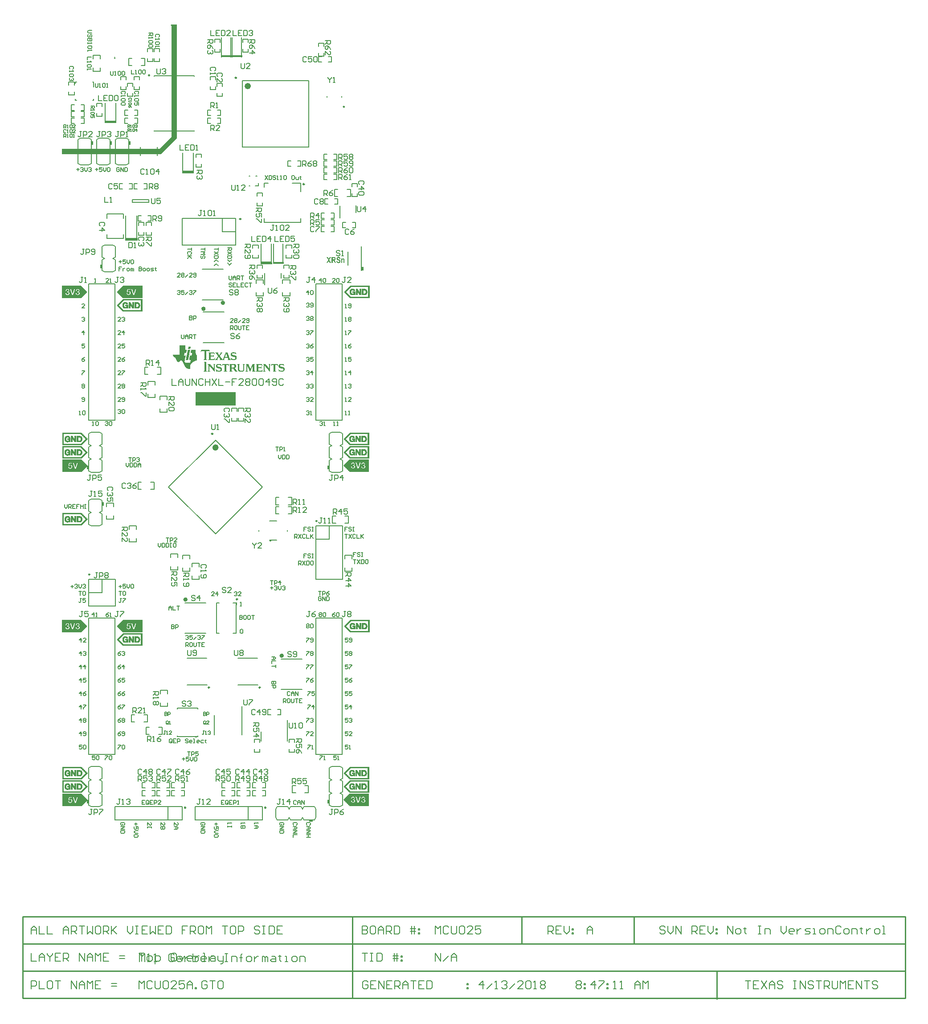
<source format=gto>
G04 Layer_Color=65535*
%FSAX25Y25*%
%MOIN*%
G70*
G01*
G75*
%ADD47C,0.00500*%
%ADD49C,0.00800*%
%ADD50C,0.01000*%
%ADD51C,0.00600*%
%ADD77C,0.02362*%
%ADD78C,0.00984*%
%ADD79C,0.01575*%
%ADD80C,0.00787*%
%ADD81C,0.00050*%
%ADD82C,0.00394*%
%ADD83C,0.00700*%
%ADD84R,0.01575X0.00787*%
%ADD85R,0.00925X0.01968*%
%ADD86R,0.08661X0.01575*%
%ADD87R,0.30000X0.10000*%
%ADD88R,0.01299X0.02756*%
%ADD89R,0.01181X0.03150*%
%ADD90R,0.01378X0.02559*%
%ADD91R,0.09200X0.02000*%
%ADD92R,0.01299X0.02756*%
%ADD93R,0.08661X0.01575*%
%ADD94R,0.03150X0.01181*%
%ADD95R,0.07874X0.01575*%
%ADD96R,0.01279X0.00591*%
G36*
X0213938Y0514329D02*
Y0514256D01*
Y0514183D01*
X0213793D01*
Y0514111D01*
X0213647D01*
Y0514038D01*
X0213575D01*
Y0513965D01*
X0213502D01*
Y0513893D01*
X0213429D01*
Y0513820D01*
Y0513747D01*
Y0513674D01*
Y0513602D01*
Y0513529D01*
Y0513456D01*
Y0513384D01*
Y0513311D01*
Y0513238D01*
Y0513166D01*
Y0513093D01*
Y0513020D01*
Y0512948D01*
Y0512875D01*
Y0512802D01*
Y0512729D01*
Y0512657D01*
Y0512584D01*
Y0512511D01*
Y0512439D01*
Y0512366D01*
Y0512293D01*
Y0512220D01*
Y0512148D01*
Y0512075D01*
Y0512002D01*
Y0511930D01*
Y0511857D01*
Y0511784D01*
Y0511712D01*
Y0511639D01*
Y0511566D01*
Y0511493D01*
Y0511421D01*
Y0511348D01*
Y0511275D01*
Y0511203D01*
Y0511130D01*
Y0511057D01*
Y0510985D01*
Y0510912D01*
Y0510839D01*
Y0510767D01*
Y0510694D01*
Y0510621D01*
Y0510548D01*
Y0510476D01*
Y0510403D01*
Y0510330D01*
Y0510258D01*
Y0510185D01*
Y0510112D01*
Y0510040D01*
Y0509967D01*
Y0509894D01*
Y0509821D01*
Y0509749D01*
Y0509676D01*
Y0509603D01*
Y0509531D01*
Y0509458D01*
Y0509385D01*
Y0509312D01*
Y0509240D01*
X0213502D01*
Y0509167D01*
Y0509094D01*
X0213575D01*
Y0509022D01*
X0213647D01*
Y0508949D01*
X0213865D01*
Y0508876D01*
X0213938D01*
Y0508804D01*
Y0508731D01*
Y0508658D01*
X0211612D01*
Y0508731D01*
Y0508804D01*
Y0508876D01*
X0211684D01*
Y0508949D01*
X0211830D01*
Y0509022D01*
X0211975D01*
Y0509094D01*
X0212048D01*
Y0509167D01*
Y0509240D01*
X0212121D01*
Y0509312D01*
Y0509385D01*
Y0509458D01*
Y0509531D01*
Y0509603D01*
Y0509676D01*
Y0509749D01*
Y0509821D01*
Y0509894D01*
Y0509967D01*
Y0510040D01*
Y0510112D01*
Y0510185D01*
Y0510258D01*
Y0510330D01*
Y0510403D01*
Y0510476D01*
Y0510548D01*
Y0510621D01*
Y0510694D01*
Y0510767D01*
Y0510839D01*
Y0510912D01*
Y0510985D01*
Y0511057D01*
Y0511130D01*
Y0511203D01*
Y0511275D01*
Y0511348D01*
Y0511421D01*
Y0511493D01*
Y0511566D01*
Y0511639D01*
Y0511712D01*
Y0511784D01*
Y0511857D01*
Y0511930D01*
Y0512002D01*
Y0512075D01*
Y0512148D01*
Y0512220D01*
Y0512293D01*
Y0512366D01*
Y0512439D01*
Y0512511D01*
Y0512584D01*
Y0512657D01*
Y0512729D01*
Y0512802D01*
Y0512875D01*
Y0512948D01*
Y0513020D01*
Y0513093D01*
X0212048D01*
Y0513020D01*
Y0512948D01*
Y0512875D01*
X0211975D01*
Y0512802D01*
Y0512729D01*
X0211902D01*
Y0512657D01*
Y0512584D01*
X0211830D01*
Y0512511D01*
Y0512439D01*
Y0512366D01*
X0211757D01*
Y0512293D01*
Y0512220D01*
X0211684D01*
Y0512148D01*
Y0512075D01*
X0211612D01*
Y0512002D01*
Y0511930D01*
Y0511857D01*
X0211539D01*
Y0511784D01*
Y0511712D01*
X0211466D01*
Y0511639D01*
Y0511566D01*
X0211394D01*
Y0511493D01*
Y0511421D01*
X0211321D01*
Y0511348D01*
Y0511275D01*
Y0511203D01*
X0211248D01*
Y0511130D01*
Y0511057D01*
X0211175D01*
Y0510985D01*
Y0510912D01*
X0211103D01*
Y0510839D01*
Y0510767D01*
Y0510694D01*
X0211030D01*
Y0510621D01*
Y0510548D01*
X0210957D01*
Y0510476D01*
Y0510403D01*
X0210885D01*
Y0510330D01*
Y0510258D01*
Y0510185D01*
X0210812D01*
Y0510112D01*
Y0510040D01*
X0210739D01*
Y0509967D01*
Y0509894D01*
X0210667D01*
Y0509821D01*
Y0509749D01*
X0210594D01*
Y0509676D01*
Y0509603D01*
Y0509531D01*
X0210521D01*
Y0509458D01*
Y0509385D01*
X0210449D01*
Y0509312D01*
Y0509240D01*
X0210376D01*
Y0509167D01*
Y0509094D01*
Y0509022D01*
X0210303D01*
Y0508949D01*
Y0508876D01*
X0210230D01*
Y0508804D01*
Y0508731D01*
X0210158D01*
Y0508658D01*
Y0508586D01*
X0209940D01*
Y0508658D01*
Y0508731D01*
X0209867D01*
Y0508804D01*
Y0508876D01*
X0209794D01*
Y0508949D01*
Y0509022D01*
Y0509094D01*
X0209721D01*
Y0509167D01*
Y0509240D01*
X0209649D01*
Y0509312D01*
Y0509385D01*
X0209576D01*
Y0509458D01*
Y0509531D01*
X0209503D01*
Y0509603D01*
Y0509676D01*
Y0509749D01*
X0209431D01*
Y0509821D01*
Y0509894D01*
X0209358D01*
Y0509967D01*
Y0510040D01*
X0209285D01*
Y0510112D01*
Y0510185D01*
X0209213D01*
Y0510258D01*
Y0510330D01*
Y0510403D01*
X0209140D01*
Y0510476D01*
Y0510548D01*
X0209067D01*
Y0510621D01*
Y0510694D01*
X0208995D01*
Y0510767D01*
Y0510839D01*
X0208922D01*
Y0510912D01*
Y0510985D01*
Y0511057D01*
X0208849D01*
Y0511130D01*
Y0511203D01*
X0208776D01*
Y0511275D01*
Y0511348D01*
X0208704D01*
Y0511421D01*
Y0511493D01*
X0208631D01*
Y0511566D01*
Y0511639D01*
Y0511712D01*
X0208558D01*
Y0511784D01*
Y0511857D01*
X0208486D01*
Y0511930D01*
Y0512002D01*
X0208413D01*
Y0512075D01*
Y0512148D01*
X0208340D01*
Y0512220D01*
Y0512293D01*
X0208267D01*
Y0512366D01*
Y0512439D01*
Y0512511D01*
X0208195D01*
Y0512584D01*
Y0512657D01*
X0208122D01*
Y0512729D01*
Y0512802D01*
X0208049D01*
Y0512875D01*
Y0512948D01*
X0207977D01*
Y0513020D01*
Y0513093D01*
X0207904D01*
Y0513020D01*
Y0512948D01*
Y0512875D01*
Y0512802D01*
Y0512729D01*
Y0512657D01*
Y0512584D01*
Y0512511D01*
Y0512439D01*
Y0512366D01*
Y0512293D01*
Y0512220D01*
Y0512148D01*
Y0512075D01*
Y0512002D01*
Y0511930D01*
Y0511857D01*
Y0511784D01*
Y0511712D01*
Y0511639D01*
Y0511566D01*
Y0511493D01*
Y0511421D01*
Y0511348D01*
Y0511275D01*
Y0511203D01*
Y0511130D01*
Y0511057D01*
Y0510985D01*
Y0510912D01*
Y0510839D01*
Y0510767D01*
Y0510694D01*
Y0510621D01*
Y0510548D01*
Y0510476D01*
Y0510403D01*
Y0510330D01*
Y0510258D01*
Y0510185D01*
Y0510112D01*
Y0510040D01*
Y0509967D01*
Y0509894D01*
Y0509821D01*
Y0509749D01*
Y0509676D01*
Y0509603D01*
Y0509531D01*
Y0509458D01*
Y0509385D01*
X0207977D01*
Y0509312D01*
Y0509240D01*
Y0509167D01*
X0208049D01*
Y0509094D01*
X0208122D01*
Y0509022D01*
X0208195D01*
Y0508949D01*
X0208413D01*
Y0508876D01*
X0208486D01*
Y0508804D01*
Y0508731D01*
Y0508658D01*
X0206668D01*
Y0508731D01*
Y0508804D01*
Y0508876D01*
Y0508949D01*
X0206886D01*
Y0509022D01*
X0206959D01*
Y0509094D01*
X0207032D01*
Y0509167D01*
X0207104D01*
Y0509240D01*
Y0509312D01*
X0207177D01*
Y0509385D01*
Y0509458D01*
Y0509531D01*
Y0509603D01*
Y0509676D01*
Y0509749D01*
Y0509821D01*
Y0509894D01*
Y0509967D01*
Y0510040D01*
Y0510112D01*
Y0510185D01*
Y0510258D01*
Y0510330D01*
Y0510403D01*
Y0510476D01*
Y0510548D01*
Y0510621D01*
Y0510694D01*
Y0510767D01*
Y0510839D01*
Y0510912D01*
Y0510985D01*
Y0511057D01*
Y0511130D01*
Y0511203D01*
Y0511275D01*
Y0511348D01*
Y0511421D01*
Y0511493D01*
Y0511566D01*
Y0511639D01*
Y0511712D01*
Y0511784D01*
Y0511857D01*
Y0511930D01*
Y0512002D01*
Y0512075D01*
Y0512148D01*
Y0512220D01*
Y0512293D01*
Y0512366D01*
Y0512439D01*
Y0512511D01*
Y0512584D01*
Y0512657D01*
Y0512729D01*
Y0512802D01*
Y0512875D01*
Y0512948D01*
Y0513020D01*
Y0513093D01*
Y0513166D01*
Y0513238D01*
Y0513311D01*
Y0513384D01*
Y0513456D01*
Y0513529D01*
Y0513602D01*
Y0513674D01*
Y0513747D01*
Y0513820D01*
Y0513893D01*
X0207104D01*
Y0513965D01*
X0207032D01*
Y0514038D01*
X0206959D01*
Y0514111D01*
X0206814D01*
Y0514183D01*
X0206668D01*
Y0514256D01*
Y0514329D01*
Y0514401D01*
X0208704D01*
Y0514329D01*
X0208776D01*
Y0514256D01*
Y0514183D01*
X0208849D01*
Y0514111D01*
Y0514038D01*
X0208922D01*
Y0513965D01*
Y0513893D01*
Y0513820D01*
X0208995D01*
Y0513747D01*
Y0513674D01*
X0209067D01*
Y0513602D01*
Y0513529D01*
X0209140D01*
Y0513456D01*
Y0513384D01*
X0209213D01*
Y0513311D01*
Y0513238D01*
Y0513166D01*
X0209285D01*
Y0513093D01*
Y0513020D01*
X0209358D01*
Y0512948D01*
Y0512875D01*
X0209431D01*
Y0512802D01*
Y0512729D01*
X0209503D01*
Y0512657D01*
Y0512584D01*
Y0512511D01*
X0209576D01*
Y0512439D01*
Y0512366D01*
X0209649D01*
Y0512293D01*
Y0512220D01*
X0209721D01*
Y0512148D01*
Y0512075D01*
X0209794D01*
Y0512002D01*
Y0511930D01*
Y0511857D01*
X0209867D01*
Y0511784D01*
Y0511712D01*
X0209940D01*
Y0511639D01*
Y0511566D01*
X0210012D01*
Y0511493D01*
Y0511421D01*
X0210085D01*
Y0511348D01*
Y0511275D01*
Y0511203D01*
X0210158D01*
Y0511130D01*
Y0511057D01*
X0210230D01*
Y0510985D01*
Y0510912D01*
X0210303D01*
Y0510839D01*
Y0510767D01*
X0210376D01*
Y0510839D01*
X0210449D01*
Y0510912D01*
Y0510985D01*
Y0511057D01*
X0210521D01*
Y0511130D01*
Y0511203D01*
X0210594D01*
Y0511275D01*
Y0511348D01*
X0210667D01*
Y0511421D01*
Y0511493D01*
Y0511566D01*
X0210739D01*
Y0511639D01*
Y0511712D01*
X0210812D01*
Y0511784D01*
Y0511857D01*
X0210885D01*
Y0511930D01*
Y0512002D01*
Y0512075D01*
X0210957D01*
Y0512148D01*
Y0512220D01*
X0211030D01*
Y0512293D01*
Y0512366D01*
X0211103D01*
Y0512439D01*
Y0512511D01*
Y0512584D01*
X0211175D01*
Y0512657D01*
Y0512729D01*
X0211248D01*
Y0512802D01*
Y0512875D01*
X0211321D01*
Y0512948D01*
Y0513020D01*
Y0513093D01*
X0211394D01*
Y0513166D01*
Y0513238D01*
X0211466D01*
Y0513311D01*
Y0513384D01*
X0211539D01*
Y0513456D01*
Y0513529D01*
Y0513602D01*
X0211612D01*
Y0513674D01*
Y0513747D01*
X0211684D01*
Y0513820D01*
Y0513893D01*
X0211757D01*
Y0513965D01*
Y0514038D01*
Y0514111D01*
X0211830D01*
Y0514183D01*
Y0514256D01*
X0211902D01*
Y0514329D01*
Y0514401D01*
X0213938D01*
Y0514329D01*
D02*
G37*
G36*
X0161594Y0528142D02*
Y0528069D01*
Y0527996D01*
Y0527924D01*
Y0527851D01*
Y0527778D01*
Y0527706D01*
Y0527633D01*
Y0527560D01*
Y0527488D01*
Y0527415D01*
Y0527342D01*
Y0527269D01*
Y0527197D01*
Y0527124D01*
Y0527051D01*
Y0526979D01*
Y0526906D01*
Y0526833D01*
Y0526760D01*
Y0526688D01*
Y0526615D01*
Y0526542D01*
Y0526470D01*
Y0526397D01*
Y0526324D01*
Y0526252D01*
Y0526179D01*
Y0526106D01*
Y0526033D01*
Y0525961D01*
Y0525888D01*
Y0525815D01*
Y0525743D01*
Y0525670D01*
Y0525597D01*
Y0525525D01*
Y0525452D01*
Y0525379D01*
Y0525307D01*
Y0525234D01*
Y0525161D01*
Y0525088D01*
Y0525016D01*
Y0524943D01*
Y0524870D01*
X0162757D01*
Y0524798D01*
X0162685D01*
Y0524725D01*
Y0524652D01*
Y0524579D01*
Y0524507D01*
Y0524434D01*
X0162612D01*
Y0524361D01*
Y0524289D01*
Y0524216D01*
Y0524143D01*
Y0524071D01*
X0162539D01*
Y0523998D01*
Y0523925D01*
Y0523852D01*
Y0523780D01*
Y0523707D01*
X0162467D01*
Y0523634D01*
Y0523562D01*
Y0523489D01*
Y0523416D01*
Y0523344D01*
X0162394D01*
Y0523271D01*
Y0523198D01*
Y0523126D01*
Y0523053D01*
Y0522980D01*
X0162321D01*
Y0522907D01*
Y0522835D01*
Y0522762D01*
Y0522689D01*
X0161085D01*
Y0522617D01*
Y0522544D01*
Y0522471D01*
X0161012D01*
Y0522399D01*
Y0522326D01*
Y0522253D01*
Y0522180D01*
Y0522108D01*
X0160940D01*
Y0522035D01*
Y0521962D01*
Y0521890D01*
Y0521817D01*
Y0521744D01*
X0160867D01*
Y0521671D01*
Y0521599D01*
Y0521526D01*
Y0521453D01*
Y0521381D01*
X0160794D01*
Y0521308D01*
Y0521235D01*
Y0521163D01*
Y0521090D01*
Y0521017D01*
X0160722D01*
Y0520944D01*
Y0520872D01*
Y0520799D01*
Y0520726D01*
Y0520654D01*
X0161885D01*
Y0520581D01*
Y0520508D01*
Y0520436D01*
Y0520363D01*
X0161812D01*
Y0520290D01*
Y0520218D01*
Y0520145D01*
Y0520072D01*
Y0519999D01*
X0161740D01*
Y0519927D01*
Y0519854D01*
Y0519781D01*
Y0519709D01*
Y0519636D01*
X0161667D01*
Y0519563D01*
Y0519490D01*
Y0519418D01*
Y0519345D01*
Y0519272D01*
X0161594D01*
Y0519200D01*
Y0519127D01*
Y0519054D01*
Y0518982D01*
Y0518909D01*
X0161521D01*
Y0518836D01*
Y0518763D01*
Y0518691D01*
Y0518618D01*
Y0518545D01*
X0161449D01*
Y0518473D01*
Y0518400D01*
Y0518327D01*
Y0518255D01*
Y0518182D01*
X0161376D01*
Y0518109D01*
Y0518037D01*
Y0517964D01*
Y0517891D01*
Y0517818D01*
X0161303D01*
Y0517746D01*
Y0517673D01*
Y0517600D01*
Y0517528D01*
Y0517455D01*
X0161231D01*
Y0517382D01*
Y0517310D01*
Y0517237D01*
Y0517164D01*
Y0517091D01*
X0161158D01*
Y0517019D01*
Y0516946D01*
Y0516873D01*
Y0516801D01*
Y0516728D01*
X0161085D01*
Y0516655D01*
Y0516582D01*
Y0516510D01*
Y0516437D01*
Y0516364D01*
Y0516292D01*
Y0516219D01*
Y0516146D01*
X0161158D01*
Y0516074D01*
Y0516001D01*
Y0515928D01*
X0161231D01*
Y0515856D01*
Y0515783D01*
X0161303D01*
Y0515710D01*
X0161376D01*
Y0515637D01*
X0161449D01*
Y0515565D01*
X0161594D01*
Y0515492D01*
X0161740D01*
Y0515419D01*
X0162030D01*
Y0515347D01*
X0162467D01*
Y0515274D01*
X0165302D01*
Y0515347D01*
Y0515419D01*
Y0515492D01*
X0165375D01*
Y0515565D01*
Y0515637D01*
Y0515710D01*
Y0515783D01*
Y0515856D01*
X0165447D01*
Y0515928D01*
Y0516001D01*
Y0516074D01*
Y0516146D01*
Y0516219D01*
X0165520D01*
Y0516292D01*
Y0516364D01*
Y0516437D01*
Y0516510D01*
Y0516582D01*
X0165593D01*
Y0516655D01*
Y0516728D01*
Y0516801D01*
Y0516873D01*
Y0516946D01*
X0165665D01*
Y0517019D01*
Y0517091D01*
Y0517164D01*
Y0517237D01*
Y0517310D01*
X0165738D01*
Y0517382D01*
Y0517455D01*
X0164793D01*
Y0517528D01*
X0164647D01*
Y0517600D01*
X0164575D01*
Y0517673D01*
Y0517746D01*
Y0517818D01*
Y0517891D01*
Y0517964D01*
Y0518037D01*
Y0518109D01*
Y0518182D01*
Y0518255D01*
X0164647D01*
Y0518327D01*
Y0518400D01*
Y0518473D01*
Y0518545D01*
X0164720D01*
Y0518618D01*
Y0518691D01*
Y0518763D01*
Y0518836D01*
Y0518909D01*
X0164793D01*
Y0518982D01*
Y0519054D01*
Y0519127D01*
Y0519200D01*
Y0519272D01*
X0164866D01*
Y0519345D01*
Y0519418D01*
Y0519490D01*
Y0519563D01*
Y0519636D01*
X0164938D01*
Y0519709D01*
Y0519781D01*
Y0519854D01*
Y0519927D01*
Y0519999D01*
X0165011D01*
Y0520072D01*
Y0520145D01*
Y0520218D01*
Y0520290D01*
Y0520363D01*
X0165084D01*
Y0520436D01*
Y0520508D01*
Y0520581D01*
Y0520654D01*
X0166392D01*
Y0520726D01*
Y0520799D01*
Y0520872D01*
Y0520944D01*
Y0521017D01*
X0166465D01*
Y0521090D01*
Y0521163D01*
Y0521235D01*
Y0521308D01*
Y0521381D01*
X0166538D01*
Y0521453D01*
Y0521526D01*
Y0521599D01*
Y0521671D01*
Y0521744D01*
X0166610D01*
Y0521817D01*
Y0521890D01*
Y0521962D01*
Y0522035D01*
Y0522108D01*
X0166683D01*
Y0522180D01*
Y0522253D01*
Y0522326D01*
Y0522399D01*
Y0522471D01*
X0166756D01*
Y0522544D01*
Y0522617D01*
Y0522689D01*
X0165520D01*
Y0522762D01*
Y0522835D01*
Y0522907D01*
X0165593D01*
Y0522980D01*
Y0523053D01*
Y0523126D01*
Y0523198D01*
Y0523271D01*
X0165665D01*
Y0523344D01*
Y0523416D01*
Y0523489D01*
Y0523562D01*
Y0523634D01*
X0165738D01*
Y0523707D01*
Y0523780D01*
Y0523852D01*
Y0523925D01*
Y0523998D01*
X0165811D01*
Y0524071D01*
Y0524143D01*
Y0524216D01*
Y0524289D01*
Y0524361D01*
X0165883D01*
Y0524434D01*
Y0524507D01*
Y0524579D01*
Y0524652D01*
Y0524725D01*
X0165956D01*
Y0524798D01*
Y0524870D01*
X0169446D01*
Y0524798D01*
Y0524725D01*
Y0524652D01*
Y0524579D01*
Y0524507D01*
Y0524434D01*
Y0524361D01*
Y0524289D01*
Y0524216D01*
Y0524143D01*
Y0524071D01*
Y0523998D01*
Y0523925D01*
Y0523852D01*
Y0523780D01*
Y0523707D01*
Y0523634D01*
Y0523562D01*
Y0523489D01*
Y0523416D01*
Y0523344D01*
Y0523271D01*
Y0523198D01*
Y0523126D01*
Y0523053D01*
Y0522980D01*
Y0522907D01*
Y0522835D01*
Y0522762D01*
Y0522689D01*
Y0522617D01*
Y0522544D01*
Y0522471D01*
Y0522399D01*
X0169518D01*
Y0522326D01*
Y0522253D01*
Y0522180D01*
Y0522108D01*
Y0522035D01*
X0169591D01*
Y0521962D01*
Y0521890D01*
Y0521817D01*
Y0521744D01*
X0169664D01*
Y0521671D01*
Y0521599D01*
X0169736D01*
Y0521526D01*
Y0521453D01*
X0169809D01*
Y0521381D01*
Y0521308D01*
X0169882D01*
Y0521235D01*
X0169955D01*
Y0521163D01*
Y0521090D01*
X0170027D01*
Y0521017D01*
X0170100D01*
Y0520944D01*
X0170173D01*
Y0520872D01*
X0170245D01*
Y0520799D01*
X0170391D01*
Y0520726D01*
X0170463D01*
Y0520654D01*
Y0520581D01*
Y0520508D01*
Y0520436D01*
Y0520363D01*
Y0520290D01*
Y0520218D01*
Y0520145D01*
Y0520072D01*
Y0519999D01*
Y0519927D01*
Y0519854D01*
Y0519781D01*
Y0519709D01*
Y0519636D01*
Y0519563D01*
Y0519490D01*
Y0519418D01*
Y0519345D01*
Y0519272D01*
Y0519200D01*
Y0519127D01*
Y0519054D01*
Y0518982D01*
Y0518909D01*
Y0518836D01*
Y0518763D01*
Y0518691D01*
Y0518618D01*
Y0518545D01*
Y0518473D01*
Y0518400D01*
Y0518327D01*
Y0518255D01*
Y0518182D01*
Y0518109D01*
Y0518037D01*
Y0517964D01*
Y0517891D01*
Y0517818D01*
Y0517746D01*
Y0517673D01*
Y0517600D01*
Y0517528D01*
Y0517455D01*
Y0517382D01*
Y0517310D01*
Y0517237D01*
Y0517164D01*
X0170318D01*
Y0517091D01*
X0170100D01*
Y0517019D01*
X0169809D01*
Y0516946D01*
X0169591D01*
Y0516873D01*
X0169373D01*
Y0516801D01*
X0169155D01*
Y0516728D01*
X0169009D01*
Y0516655D01*
X0168791D01*
Y0516582D01*
X0168646D01*
Y0516510D01*
X0168500D01*
Y0516437D01*
X0168355D01*
Y0516364D01*
X0168210D01*
Y0516292D01*
X0168064D01*
Y0516219D01*
X0167919D01*
Y0516146D01*
X0167774D01*
Y0516074D01*
X0167701D01*
Y0516001D01*
X0167555D01*
Y0515928D01*
X0167410D01*
Y0515856D01*
X0167337D01*
Y0515783D01*
X0167265D01*
Y0515710D01*
X0167119D01*
Y0515637D01*
X0167047D01*
Y0515565D01*
X0166974D01*
Y0515492D01*
X0166828D01*
Y0515419D01*
X0166756D01*
Y0515347D01*
X0166683D01*
Y0515274D01*
X0166610D01*
Y0515201D01*
X0166538D01*
Y0515129D01*
X0166465D01*
Y0515056D01*
X0166392D01*
Y0514983D01*
X0166320D01*
Y0514910D01*
X0166247D01*
Y0514838D01*
X0166174D01*
Y0514765D01*
X0166101D01*
Y0514692D01*
X0166029D01*
Y0514620D01*
Y0514547D01*
X0165956D01*
Y0514474D01*
X0165883D01*
Y0514401D01*
X0165811D01*
Y0514329D01*
Y0514256D01*
X0165738D01*
Y0514183D01*
X0165665D01*
Y0514111D01*
Y0514038D01*
X0165593D01*
Y0513965D01*
Y0513893D01*
X0165520D01*
Y0513820D01*
Y0513747D01*
X0165447D01*
Y0513674D01*
Y0513602D01*
X0165375D01*
Y0513529D01*
Y0513456D01*
Y0513384D01*
X0165302D01*
Y0513311D01*
Y0513238D01*
Y0513166D01*
Y0513093D01*
X0165229D01*
Y0513020D01*
Y0512948D01*
Y0512875D01*
Y0512802D01*
Y0512729D01*
Y0512657D01*
Y0512584D01*
Y0512511D01*
Y0512439D01*
Y0512366D01*
Y0512293D01*
Y0512220D01*
Y0512148D01*
Y0512075D01*
Y0512002D01*
X0165302D01*
Y0511930D01*
Y0511857D01*
Y0511784D01*
Y0511712D01*
Y0511639D01*
X0165375D01*
Y0511566D01*
Y0511493D01*
Y0511421D01*
Y0511348D01*
X0165447D01*
Y0511275D01*
Y0511203D01*
Y0511130D01*
X0165520D01*
Y0511057D01*
Y0510985D01*
X0165593D01*
Y0510912D01*
Y0510839D01*
X0165447D01*
Y0510767D01*
X0165229D01*
Y0510694D01*
X0164866D01*
Y0510621D01*
X0164066D01*
Y0510694D01*
X0163702D01*
Y0510767D01*
X0163484D01*
Y0510839D01*
X0163266D01*
Y0510912D01*
X0163121D01*
Y0510985D01*
X0162975D01*
Y0511057D01*
X0162903D01*
Y0511130D01*
X0162757D01*
Y0511203D01*
X0162685D01*
Y0511275D01*
X0162539D01*
Y0511348D01*
X0162467D01*
Y0511421D01*
X0162394D01*
Y0511493D01*
X0162248D01*
Y0511566D01*
X0162176D01*
Y0511639D01*
X0162103D01*
Y0511712D01*
X0162030D01*
Y0511784D01*
X0161958D01*
Y0511857D01*
X0161885D01*
Y0511930D01*
X0161812D01*
Y0512002D01*
X0161740D01*
Y0512075D01*
Y0512148D01*
X0161667D01*
Y0512220D01*
X0161594D01*
Y0512293D01*
X0161521D01*
Y0512366D01*
X0161449D01*
Y0512439D01*
Y0512511D01*
X0161376D01*
Y0512584D01*
X0161303D01*
Y0512657D01*
Y0512729D01*
X0161231D01*
Y0512802D01*
Y0512875D01*
X0161158D01*
Y0512948D01*
X0161085D01*
Y0513020D01*
Y0513093D01*
X0161012D01*
Y0513166D01*
Y0513238D01*
X0160940D01*
Y0513311D01*
Y0513384D01*
X0160867D01*
Y0513456D01*
Y0513529D01*
X0160794D01*
Y0513602D01*
Y0513674D01*
X0160722D01*
Y0513747D01*
Y0513820D01*
X0160649D01*
Y0513893D01*
Y0513965D01*
X0160576D01*
Y0514038D01*
Y0514111D01*
X0160503D01*
Y0514183D01*
Y0514256D01*
X0160431D01*
Y0514329D01*
Y0514401D01*
X0160358D01*
Y0514474D01*
Y0514547D01*
Y0514620D01*
X0160285D01*
Y0514692D01*
Y0514765D01*
X0160213D01*
Y0514838D01*
Y0514910D01*
X0160140D01*
Y0514983D01*
Y0515056D01*
X0160067D01*
Y0515129D01*
Y0515201D01*
X0159995D01*
Y0515274D01*
Y0515347D01*
X0159922D01*
Y0515419D01*
Y0515492D01*
X0159849D01*
Y0515565D01*
Y0515637D01*
X0159776D01*
Y0515710D01*
Y0515783D01*
X0159704D01*
Y0515856D01*
Y0515928D01*
X0159631D01*
Y0516001D01*
Y0516074D01*
X0159558D01*
Y0516146D01*
X0159486D01*
Y0516219D01*
Y0516292D01*
X0159413D01*
Y0516364D01*
X0159340D01*
Y0516437D01*
X0159268D01*
Y0516510D01*
X0159195D01*
Y0516582D01*
X0159122D01*
Y0516655D01*
X0159049D01*
Y0516728D01*
X0158977D01*
Y0516801D01*
X0158831D01*
Y0516873D01*
X0158541D01*
Y0516946D01*
X0158395D01*
Y0516873D01*
X0158032D01*
Y0516801D01*
X0157886D01*
Y0516728D01*
X0157741D01*
Y0516655D01*
X0157668D01*
Y0516582D01*
X0157596D01*
Y0516510D01*
X0157523D01*
Y0516437D01*
X0157450D01*
Y0516364D01*
X0157377D01*
Y0516292D01*
X0157305D01*
Y0516219D01*
X0157232D01*
Y0516146D01*
X0157159D01*
Y0516074D01*
X0157087D01*
Y0516001D01*
X0157014D01*
Y0515928D01*
X0156941D01*
Y0515856D01*
X0156796D01*
Y0515783D01*
X0156214D01*
Y0515856D01*
X0155996D01*
Y0515928D01*
X0155851D01*
Y0516001D01*
X0155778D01*
Y0516074D01*
X0155705D01*
Y0516146D01*
X0155560D01*
Y0516219D01*
Y0516292D01*
X0155487D01*
Y0516364D01*
X0155415D01*
Y0516437D01*
X0155342D01*
Y0516510D01*
Y0516582D01*
X0155269D01*
Y0516655D01*
Y0516728D01*
X0155196D01*
Y0516801D01*
Y0516873D01*
X0155124D01*
Y0516946D01*
Y0517019D01*
X0155051D01*
Y0517091D01*
Y0517164D01*
X0154978D01*
Y0517237D01*
Y0517310D01*
X0154906D01*
Y0517382D01*
Y0517455D01*
Y0517528D01*
X0154833D01*
Y0517600D01*
Y0517673D01*
X0154760D01*
Y0517746D01*
Y0517818D01*
Y0517891D01*
X0154688D01*
Y0517964D01*
Y0518037D01*
X0154615D01*
Y0518109D01*
Y0518182D01*
Y0518255D01*
X0154542D01*
Y0518327D01*
X0154470D01*
Y0518400D01*
Y0518473D01*
X0154397D01*
Y0518545D01*
X0154324D01*
Y0518618D01*
Y0518691D01*
X0154251D01*
Y0518763D01*
X0154179D01*
Y0518836D01*
X0154106D01*
Y0518909D01*
X0154033D01*
Y0518982D01*
X0153961D01*
Y0519054D01*
X0153888D01*
Y0519127D01*
X0153815D01*
Y0519200D01*
X0153743D01*
Y0519272D01*
X0153670D01*
Y0519345D01*
X0153597D01*
Y0519418D01*
X0153452D01*
Y0519490D01*
X0153379D01*
Y0519563D01*
X0153306D01*
Y0519636D01*
X0153234D01*
Y0519709D01*
X0153161D01*
Y0519781D01*
X0153088D01*
Y0519854D01*
X0153015D01*
Y0519927D01*
X0152943D01*
Y0519999D01*
X0152870D01*
Y0520072D01*
Y0520145D01*
X0152797D01*
Y0520218D01*
X0152725D01*
Y0520290D01*
Y0520363D01*
X0152652D01*
Y0520436D01*
Y0520508D01*
X0152579D01*
Y0520581D01*
Y0520654D01*
X0152506D01*
Y0520726D01*
Y0520799D01*
X0152434D01*
Y0520872D01*
Y0520944D01*
Y0521017D01*
Y0521090D01*
X0152361D01*
Y0521163D01*
Y0521235D01*
Y0521308D01*
Y0521381D01*
Y0521453D01*
X0157377D01*
Y0521526D01*
Y0521599D01*
Y0521671D01*
Y0521744D01*
Y0521817D01*
Y0521890D01*
Y0521962D01*
Y0522035D01*
Y0522108D01*
Y0522180D01*
Y0522253D01*
Y0522326D01*
Y0522399D01*
Y0522471D01*
Y0522544D01*
Y0522617D01*
Y0522689D01*
Y0522762D01*
Y0522835D01*
Y0522907D01*
Y0522980D01*
Y0523053D01*
Y0523126D01*
Y0523198D01*
Y0523271D01*
Y0523344D01*
Y0523416D01*
Y0523489D01*
Y0523562D01*
Y0523634D01*
Y0523707D01*
Y0523780D01*
Y0523852D01*
Y0523925D01*
Y0523998D01*
Y0524071D01*
Y0524143D01*
Y0524216D01*
Y0524289D01*
Y0524361D01*
Y0524434D01*
Y0524507D01*
Y0524579D01*
Y0524652D01*
Y0524725D01*
Y0524798D01*
Y0524870D01*
Y0524943D01*
Y0525016D01*
Y0525088D01*
Y0525161D01*
Y0525234D01*
Y0525307D01*
Y0525379D01*
Y0525452D01*
Y0525525D01*
Y0525597D01*
Y0525670D01*
Y0525743D01*
Y0525815D01*
Y0525888D01*
Y0525961D01*
Y0526033D01*
Y0526106D01*
Y0526179D01*
Y0526252D01*
Y0526324D01*
Y0526397D01*
Y0526470D01*
Y0526542D01*
Y0526615D01*
Y0526688D01*
Y0526760D01*
Y0526833D01*
Y0526906D01*
Y0526979D01*
Y0527051D01*
Y0527124D01*
Y0527197D01*
Y0527269D01*
Y0527342D01*
Y0527415D01*
Y0527488D01*
Y0527560D01*
Y0527633D01*
Y0527706D01*
Y0527778D01*
Y0527851D01*
Y0527924D01*
Y0527996D01*
Y0528069D01*
Y0528142D01*
Y0528215D01*
X0161594D01*
Y0528142D01*
D02*
G37*
G36*
X0206305Y0514329D02*
Y0514256D01*
Y0514183D01*
X0206086D01*
Y0514111D01*
X0206014D01*
Y0514038D01*
X0205941D01*
Y0513965D01*
X0205868D01*
Y0513893D01*
Y0513820D01*
X0205796D01*
Y0513747D01*
Y0513674D01*
Y0513602D01*
Y0513529D01*
Y0513456D01*
Y0513384D01*
Y0513311D01*
Y0513238D01*
Y0513166D01*
Y0513093D01*
Y0513020D01*
Y0512948D01*
Y0512875D01*
Y0512802D01*
Y0512729D01*
Y0512657D01*
Y0512584D01*
Y0512511D01*
Y0512439D01*
Y0512366D01*
Y0512293D01*
Y0512220D01*
Y0512148D01*
Y0512075D01*
Y0512002D01*
Y0511930D01*
Y0511857D01*
Y0511784D01*
Y0511712D01*
Y0511639D01*
Y0511566D01*
Y0511493D01*
Y0511421D01*
Y0511348D01*
Y0511275D01*
Y0511203D01*
Y0511130D01*
Y0511057D01*
Y0510985D01*
Y0510912D01*
Y0510839D01*
Y0510767D01*
Y0510694D01*
Y0510621D01*
Y0510548D01*
Y0510476D01*
Y0510403D01*
Y0510330D01*
Y0510258D01*
Y0510185D01*
X0205723D01*
Y0510112D01*
Y0510040D01*
Y0509967D01*
Y0509894D01*
Y0509821D01*
X0205650D01*
Y0509749D01*
Y0509676D01*
X0205578D01*
Y0509603D01*
Y0509531D01*
X0205505D01*
Y0509458D01*
Y0509385D01*
X0205432D01*
Y0509312D01*
X0205360D01*
Y0509240D01*
Y0509167D01*
X0205287D01*
Y0509094D01*
X0205214D01*
Y0509022D01*
X0205069D01*
Y0508949D01*
X0204996D01*
Y0508876D01*
X0204851D01*
Y0508804D01*
X0204632D01*
Y0508731D01*
X0204414D01*
Y0508658D01*
X0203978D01*
Y0508586D01*
X0202815D01*
Y0508658D01*
X0202379D01*
Y0508731D01*
X0202161D01*
Y0508804D01*
X0201943D01*
Y0508876D01*
X0201797D01*
Y0508949D01*
X0201652D01*
Y0509022D01*
X0201579D01*
Y0509094D01*
X0201434D01*
Y0509167D01*
X0201361D01*
Y0509240D01*
X0201288D01*
Y0509312D01*
X0201216D01*
Y0509385D01*
X0201143D01*
Y0509458D01*
Y0509531D01*
X0201070D01*
Y0509603D01*
X0200997D01*
Y0509676D01*
Y0509749D01*
X0200925D01*
Y0509821D01*
Y0509894D01*
Y0509967D01*
X0200852D01*
Y0510040D01*
Y0510112D01*
Y0510185D01*
Y0510258D01*
Y0510330D01*
Y0510403D01*
Y0510476D01*
Y0510548D01*
Y0510621D01*
Y0510694D01*
Y0510767D01*
Y0510839D01*
Y0510912D01*
Y0510985D01*
Y0511057D01*
Y0511130D01*
Y0511203D01*
Y0511275D01*
Y0511348D01*
Y0511421D01*
Y0511493D01*
Y0511566D01*
Y0511639D01*
Y0511712D01*
Y0511784D01*
Y0511857D01*
Y0511930D01*
Y0512002D01*
Y0512075D01*
Y0512148D01*
Y0512220D01*
Y0512293D01*
Y0512366D01*
Y0512439D01*
Y0512511D01*
Y0512584D01*
Y0512657D01*
Y0512729D01*
Y0512802D01*
Y0512875D01*
Y0512948D01*
Y0513020D01*
Y0513093D01*
Y0513166D01*
Y0513238D01*
Y0513311D01*
Y0513384D01*
Y0513456D01*
Y0513529D01*
Y0513602D01*
Y0513674D01*
X0200779D01*
Y0513747D01*
Y0513820D01*
Y0513893D01*
X0200707D01*
Y0513965D01*
Y0514038D01*
X0200634D01*
Y0514111D01*
X0200489D01*
Y0514183D01*
X0200271D01*
Y0514256D01*
Y0514329D01*
Y0514401D01*
X0202597D01*
Y0514329D01*
Y0514256D01*
Y0514183D01*
X0202379D01*
Y0514111D01*
X0202233D01*
Y0514038D01*
X0202161D01*
Y0513965D01*
Y0513893D01*
X0202088D01*
Y0513820D01*
Y0513747D01*
Y0513674D01*
Y0513602D01*
X0202015D01*
Y0513529D01*
Y0513456D01*
Y0513384D01*
Y0513311D01*
Y0513238D01*
Y0513166D01*
Y0513093D01*
Y0513020D01*
Y0512948D01*
Y0512875D01*
Y0512802D01*
Y0512729D01*
Y0512657D01*
Y0512584D01*
Y0512511D01*
Y0512439D01*
Y0512366D01*
Y0512293D01*
Y0512220D01*
Y0512148D01*
Y0512075D01*
Y0512002D01*
Y0511930D01*
Y0511857D01*
Y0511784D01*
Y0511712D01*
Y0511639D01*
Y0511566D01*
Y0511493D01*
Y0511421D01*
Y0511348D01*
Y0511275D01*
Y0511203D01*
Y0511130D01*
Y0511057D01*
Y0510985D01*
Y0510912D01*
Y0510839D01*
Y0510767D01*
Y0510694D01*
Y0510621D01*
Y0510548D01*
Y0510476D01*
X0202088D01*
Y0510403D01*
Y0510330D01*
Y0510258D01*
Y0510185D01*
Y0510112D01*
X0202161D01*
Y0510040D01*
Y0509967D01*
Y0509894D01*
X0202233D01*
Y0509821D01*
Y0509749D01*
X0202306D01*
Y0509676D01*
X0202379D01*
Y0509603D01*
X0202451D01*
Y0509531D01*
X0202597D01*
Y0509458D01*
X0202742D01*
Y0509385D01*
X0203033D01*
Y0509312D01*
X0204051D01*
Y0509385D01*
X0204342D01*
Y0509458D01*
X0204487D01*
Y0509531D01*
X0204560D01*
Y0509603D01*
X0204632D01*
Y0509676D01*
X0204705D01*
Y0509749D01*
X0204778D01*
Y0509821D01*
X0204851D01*
Y0509894D01*
Y0509967D01*
Y0510040D01*
X0204923D01*
Y0510112D01*
Y0510185D01*
Y0510258D01*
Y0510330D01*
X0204996D01*
Y0510403D01*
Y0510476D01*
Y0510548D01*
Y0510621D01*
Y0510694D01*
Y0510767D01*
Y0510839D01*
Y0510912D01*
Y0510985D01*
Y0511057D01*
Y0511130D01*
Y0511203D01*
Y0511275D01*
Y0511348D01*
Y0511421D01*
Y0511493D01*
Y0511566D01*
Y0511639D01*
Y0511712D01*
Y0511784D01*
Y0511857D01*
Y0511930D01*
Y0512002D01*
Y0512075D01*
Y0512148D01*
Y0512220D01*
Y0512293D01*
Y0512366D01*
Y0512439D01*
Y0512511D01*
Y0512584D01*
Y0512657D01*
Y0512729D01*
Y0512802D01*
Y0512875D01*
Y0512948D01*
Y0513020D01*
Y0513093D01*
Y0513166D01*
Y0513238D01*
Y0513311D01*
Y0513384D01*
Y0513456D01*
Y0513529D01*
Y0513602D01*
Y0513674D01*
X0204923D01*
Y0513747D01*
Y0513820D01*
Y0513893D01*
X0204851D01*
Y0513965D01*
Y0514038D01*
X0204778D01*
Y0514111D01*
X0204632D01*
Y0514183D01*
X0204414D01*
Y0514256D01*
Y0514329D01*
Y0514401D01*
X0206305D01*
Y0514329D01*
D02*
G37*
G36*
X0187184Y0514401D02*
X0187402D01*
Y0514329D01*
X0187548D01*
Y0514256D01*
X0187693D01*
Y0514183D01*
X0187911D01*
Y0514256D01*
X0187984D01*
Y0514329D01*
Y0514401D01*
X0188275D01*
Y0514329D01*
Y0514256D01*
X0188348D01*
Y0514183D01*
Y0514111D01*
Y0514038D01*
X0188420D01*
Y0513965D01*
Y0513893D01*
Y0513820D01*
X0188493D01*
Y0513747D01*
Y0513674D01*
Y0513602D01*
Y0513529D01*
X0188566D01*
Y0513456D01*
Y0513384D01*
Y0513311D01*
X0188638D01*
Y0513238D01*
Y0513166D01*
Y0513093D01*
Y0513020D01*
X0188711D01*
Y0512948D01*
X0188638D01*
Y0512875D01*
X0188493D01*
Y0512948D01*
X0188420D01*
Y0513020D01*
X0188348D01*
Y0513093D01*
X0188202D01*
Y0513166D01*
X0188129D01*
Y0513238D01*
X0188057D01*
Y0513311D01*
X0187984D01*
Y0513384D01*
X0187839D01*
Y0513456D01*
X0187693D01*
Y0513529D01*
X0187548D01*
Y0513602D01*
X0187330D01*
Y0513674D01*
X0187112D01*
Y0513747D01*
X0186167D01*
Y0513674D01*
X0185949D01*
Y0513602D01*
X0185803D01*
Y0513529D01*
X0185730D01*
Y0513456D01*
X0185658D01*
Y0513384D01*
X0185585D01*
Y0513311D01*
Y0513238D01*
Y0513166D01*
X0185512D01*
Y0513093D01*
Y0513020D01*
Y0512948D01*
X0185585D01*
Y0512875D01*
Y0512802D01*
Y0512729D01*
X0185658D01*
Y0512657D01*
X0185730D01*
Y0512584D01*
X0185876D01*
Y0512511D01*
X0186021D01*
Y0512439D01*
X0186312D01*
Y0512366D01*
X0186603D01*
Y0512293D01*
X0186966D01*
Y0512220D01*
X0187257D01*
Y0512148D01*
X0187548D01*
Y0512075D01*
X0187839D01*
Y0512002D01*
X0188057D01*
Y0511930D01*
X0188202D01*
Y0511857D01*
X0188348D01*
Y0511784D01*
X0188420D01*
Y0511712D01*
X0188566D01*
Y0511639D01*
X0188638D01*
Y0511566D01*
X0188711D01*
Y0511493D01*
X0188784D01*
Y0511421D01*
X0188856D01*
Y0511348D01*
Y0511275D01*
X0188929D01*
Y0511203D01*
Y0511130D01*
X0189002D01*
Y0511057D01*
Y0510985D01*
Y0510912D01*
X0189075D01*
Y0510839D01*
Y0510767D01*
Y0510694D01*
Y0510621D01*
Y0510548D01*
Y0510476D01*
Y0510403D01*
Y0510330D01*
Y0510258D01*
Y0510185D01*
Y0510112D01*
Y0510040D01*
Y0509967D01*
X0189002D01*
Y0509894D01*
Y0509821D01*
Y0509749D01*
X0188929D01*
Y0509676D01*
Y0509603D01*
X0188856D01*
Y0509531D01*
Y0509458D01*
X0188784D01*
Y0509385D01*
X0188711D01*
Y0509312D01*
Y0509240D01*
X0188638D01*
Y0509167D01*
X0188566D01*
Y0509094D01*
X0188420D01*
Y0509022D01*
X0188348D01*
Y0508949D01*
X0188202D01*
Y0508876D01*
X0188057D01*
Y0508804D01*
X0187911D01*
Y0508731D01*
X0187693D01*
Y0508658D01*
X0187330D01*
Y0508586D01*
X0186312D01*
Y0508658D01*
X0185949D01*
Y0508731D01*
X0185730D01*
Y0508804D01*
X0185512D01*
Y0508876D01*
X0185367D01*
Y0508949D01*
X0185222D01*
Y0508876D01*
X0185149D01*
Y0508804D01*
Y0508731D01*
X0185076D01*
Y0508658D01*
X0184785D01*
Y0508731D01*
Y0508804D01*
Y0508876D01*
X0184713D01*
Y0508949D01*
Y0509022D01*
Y0509094D01*
Y0509167D01*
X0184640D01*
Y0509240D01*
Y0509312D01*
Y0509385D01*
Y0509458D01*
X0184567D01*
Y0509531D01*
Y0509603D01*
Y0509676D01*
X0184495D01*
Y0509749D01*
Y0509821D01*
Y0509894D01*
Y0509967D01*
X0184422D01*
Y0510040D01*
Y0510112D01*
Y0510185D01*
Y0510258D01*
X0184349D01*
Y0510330D01*
Y0510403D01*
X0184422D01*
Y0510476D01*
X0184567D01*
Y0510403D01*
X0184640D01*
Y0510330D01*
X0184713D01*
Y0510258D01*
X0184785D01*
Y0510185D01*
X0184858D01*
Y0510112D01*
X0184931D01*
Y0510040D01*
X0185003D01*
Y0509967D01*
X0185076D01*
Y0509894D01*
X0185149D01*
Y0509821D01*
X0185294D01*
Y0509749D01*
X0185367D01*
Y0509676D01*
X0185512D01*
Y0509603D01*
X0185658D01*
Y0509531D01*
X0185803D01*
Y0509458D01*
X0186021D01*
Y0509385D01*
X0186385D01*
Y0509312D01*
X0187112D01*
Y0509385D01*
X0187402D01*
Y0509458D01*
X0187548D01*
Y0509531D01*
X0187693D01*
Y0509603D01*
X0187766D01*
Y0509676D01*
X0187839D01*
Y0509749D01*
Y0509821D01*
X0187911D01*
Y0509894D01*
Y0509967D01*
Y0510040D01*
X0187984D01*
Y0510112D01*
Y0510185D01*
Y0510258D01*
Y0510330D01*
X0187911D01*
Y0510403D01*
Y0510476D01*
Y0510548D01*
X0187839D01*
Y0510621D01*
X0187766D01*
Y0510694D01*
X0187693D01*
Y0510767D01*
X0187548D01*
Y0510839D01*
X0187402D01*
Y0510912D01*
X0187184D01*
Y0510985D01*
X0186821D01*
Y0511057D01*
X0186530D01*
Y0511130D01*
X0186239D01*
Y0511203D01*
X0185876D01*
Y0511275D01*
X0185658D01*
Y0511348D01*
X0185440D01*
Y0511421D01*
X0185294D01*
Y0511493D01*
X0185222D01*
Y0511566D01*
X0185076D01*
Y0511639D01*
X0185003D01*
Y0511712D01*
X0184931D01*
Y0511784D01*
X0184858D01*
Y0511857D01*
X0184785D01*
Y0511930D01*
X0184713D01*
Y0512002D01*
Y0512075D01*
X0184640D01*
Y0512148D01*
Y0512220D01*
X0184567D01*
Y0512293D01*
Y0512366D01*
Y0512439D01*
X0184495D01*
Y0512511D01*
Y0512584D01*
Y0512657D01*
Y0512729D01*
Y0512802D01*
Y0512875D01*
Y0512948D01*
Y0513020D01*
Y0513093D01*
Y0513166D01*
X0184567D01*
Y0513238D01*
Y0513311D01*
Y0513384D01*
Y0513456D01*
X0184640D01*
Y0513529D01*
Y0513602D01*
X0184713D01*
Y0513674D01*
X0184785D01*
Y0513747D01*
Y0513820D01*
X0184858D01*
Y0513893D01*
X0184931D01*
Y0513965D01*
X0185003D01*
Y0514038D01*
X0185076D01*
Y0514111D01*
X0185222D01*
Y0514183D01*
X0185294D01*
Y0514256D01*
X0185440D01*
Y0514329D01*
X0185658D01*
Y0514401D01*
X0185876D01*
Y0514474D01*
X0187184D01*
Y0514401D01*
D02*
G37*
G36*
X0184131Y0514329D02*
Y0514256D01*
Y0514183D01*
X0183986D01*
Y0514111D01*
X0183913D01*
Y0514038D01*
X0183840D01*
Y0513965D01*
X0183768D01*
Y0513893D01*
X0183695D01*
Y0513820D01*
Y0513747D01*
Y0513674D01*
Y0513602D01*
X0183622D01*
Y0513529D01*
Y0513456D01*
Y0513384D01*
Y0513311D01*
Y0513238D01*
Y0513166D01*
Y0513093D01*
Y0513020D01*
Y0512948D01*
Y0512875D01*
Y0512802D01*
Y0512729D01*
Y0512657D01*
Y0512584D01*
Y0512511D01*
Y0512439D01*
Y0512366D01*
Y0512293D01*
Y0512220D01*
Y0512148D01*
Y0512075D01*
Y0512002D01*
Y0511930D01*
Y0511857D01*
Y0511784D01*
Y0511712D01*
Y0511639D01*
Y0511566D01*
Y0511493D01*
Y0511421D01*
Y0511348D01*
Y0511275D01*
Y0511203D01*
Y0511130D01*
Y0511057D01*
Y0510985D01*
Y0510912D01*
Y0510839D01*
Y0510767D01*
Y0510694D01*
Y0510621D01*
Y0510548D01*
Y0510476D01*
Y0510403D01*
Y0510330D01*
Y0510258D01*
Y0510185D01*
Y0510112D01*
Y0510040D01*
Y0509967D01*
Y0509894D01*
Y0509821D01*
Y0509749D01*
Y0509676D01*
Y0509603D01*
Y0509531D01*
Y0509458D01*
Y0509385D01*
Y0509312D01*
Y0509240D01*
Y0509167D01*
Y0509094D01*
Y0509022D01*
Y0508949D01*
Y0508876D01*
Y0508804D01*
Y0508731D01*
Y0508658D01*
Y0508586D01*
X0183404D01*
Y0508658D01*
X0183331D01*
Y0508731D01*
Y0508804D01*
X0183259D01*
Y0508876D01*
X0183186D01*
Y0508949D01*
X0183113D01*
Y0509022D01*
X0183041D01*
Y0509094D01*
X0182968D01*
Y0509167D01*
X0182895D01*
Y0509240D01*
X0182823D01*
Y0509312D01*
Y0509385D01*
X0182750D01*
Y0509458D01*
X0182677D01*
Y0509531D01*
X0182604D01*
Y0509603D01*
X0182532D01*
Y0509676D01*
X0182459D01*
Y0509749D01*
X0182386D01*
Y0509821D01*
X0182314D01*
Y0509894D01*
Y0509967D01*
X0182241D01*
Y0510040D01*
X0182168D01*
Y0510112D01*
X0182096D01*
Y0510185D01*
X0182023D01*
Y0510258D01*
X0181950D01*
Y0510330D01*
X0181877D01*
Y0510403D01*
X0181805D01*
Y0510476D01*
Y0510548D01*
X0181732D01*
Y0510621D01*
X0181659D01*
Y0510694D01*
X0181587D01*
Y0510767D01*
X0181514D01*
Y0510839D01*
X0181441D01*
Y0510912D01*
X0181369D01*
Y0510985D01*
X0181296D01*
Y0511057D01*
Y0511130D01*
X0181223D01*
Y0511203D01*
X0181150D01*
Y0511275D01*
X0181078D01*
Y0511348D01*
X0181005D01*
Y0511421D01*
X0180932D01*
Y0511493D01*
X0180859D01*
Y0511566D01*
X0180787D01*
Y0511639D01*
Y0511712D01*
X0180714D01*
Y0511784D01*
X0180641D01*
Y0511857D01*
X0180569D01*
Y0511930D01*
X0180496D01*
Y0512002D01*
X0180423D01*
Y0512075D01*
X0180351D01*
Y0512148D01*
X0180278D01*
Y0512220D01*
Y0512293D01*
X0180205D01*
Y0512366D01*
X0180132D01*
Y0512439D01*
X0180060D01*
Y0512511D01*
X0179987D01*
Y0512584D01*
X0179914D01*
Y0512657D01*
X0179842D01*
Y0512729D01*
X0179769D01*
Y0512802D01*
X0179696D01*
Y0512875D01*
Y0512948D01*
X0179624D01*
Y0512875D01*
Y0512802D01*
Y0512729D01*
Y0512657D01*
Y0512584D01*
Y0512511D01*
Y0512439D01*
Y0512366D01*
Y0512293D01*
Y0512220D01*
Y0512148D01*
Y0512075D01*
Y0512002D01*
Y0511930D01*
Y0511857D01*
Y0511784D01*
Y0511712D01*
Y0511639D01*
Y0511566D01*
Y0511493D01*
Y0511421D01*
Y0511348D01*
Y0511275D01*
Y0511203D01*
Y0511130D01*
Y0511057D01*
Y0510985D01*
Y0510912D01*
Y0510839D01*
Y0510767D01*
Y0510694D01*
Y0510621D01*
Y0510548D01*
Y0510476D01*
Y0510403D01*
Y0510330D01*
Y0510258D01*
Y0510185D01*
Y0510112D01*
Y0510040D01*
Y0509967D01*
Y0509894D01*
Y0509821D01*
Y0509749D01*
Y0509676D01*
Y0509603D01*
Y0509531D01*
Y0509458D01*
Y0509385D01*
X0179696D01*
Y0509312D01*
Y0509240D01*
Y0509167D01*
X0179769D01*
Y0509094D01*
X0179842D01*
Y0509022D01*
X0179987D01*
Y0508949D01*
X0180132D01*
Y0508876D01*
X0180205D01*
Y0508804D01*
Y0508731D01*
Y0508658D01*
X0178315D01*
Y0508731D01*
Y0508804D01*
Y0508876D01*
X0178388D01*
Y0508949D01*
X0178606D01*
Y0509022D01*
X0178679D01*
Y0509094D01*
X0178751D01*
Y0509167D01*
Y0509240D01*
X0178824D01*
Y0509312D01*
Y0509385D01*
Y0509458D01*
Y0509531D01*
Y0509603D01*
Y0509676D01*
Y0509749D01*
Y0509821D01*
Y0509894D01*
Y0509967D01*
Y0510040D01*
Y0510112D01*
Y0510185D01*
Y0510258D01*
Y0510330D01*
Y0510403D01*
Y0510476D01*
Y0510548D01*
Y0510621D01*
Y0510694D01*
Y0510767D01*
Y0510839D01*
Y0510912D01*
Y0510985D01*
Y0511057D01*
Y0511130D01*
Y0511203D01*
Y0511275D01*
Y0511348D01*
Y0511421D01*
Y0511493D01*
Y0511566D01*
Y0511639D01*
Y0511712D01*
Y0511784D01*
Y0511857D01*
Y0511930D01*
Y0512002D01*
Y0512075D01*
Y0512148D01*
Y0512220D01*
Y0512293D01*
Y0512366D01*
Y0512439D01*
Y0512511D01*
Y0512584D01*
Y0512657D01*
Y0512729D01*
Y0512802D01*
Y0512875D01*
Y0512948D01*
Y0513020D01*
Y0513093D01*
Y0513166D01*
Y0513238D01*
Y0513311D01*
Y0513384D01*
Y0513456D01*
Y0513529D01*
Y0513602D01*
Y0513674D01*
Y0513747D01*
Y0513820D01*
X0178751D01*
Y0513893D01*
Y0513965D01*
X0178679D01*
Y0514038D01*
X0178606D01*
Y0514111D01*
X0178460D01*
Y0514183D01*
X0178315D01*
Y0514256D01*
Y0514329D01*
Y0514401D01*
X0180060D01*
Y0514329D01*
X0180132D01*
Y0514256D01*
Y0514183D01*
X0180205D01*
Y0514111D01*
X0180278D01*
Y0514038D01*
X0180351D01*
Y0513965D01*
X0180423D01*
Y0513893D01*
X0180496D01*
Y0513820D01*
X0180569D01*
Y0513747D01*
X0180641D01*
Y0513674D01*
Y0513602D01*
X0180714D01*
Y0513529D01*
X0180787D01*
Y0513456D01*
X0180859D01*
Y0513384D01*
X0180932D01*
Y0513311D01*
X0181005D01*
Y0513238D01*
X0181078D01*
Y0513166D01*
X0181150D01*
Y0513093D01*
X0181223D01*
Y0513020D01*
Y0512948D01*
X0181296D01*
Y0512875D01*
X0181369D01*
Y0512802D01*
X0181441D01*
Y0512729D01*
X0181514D01*
Y0512657D01*
X0181587D01*
Y0512584D01*
X0181659D01*
Y0512511D01*
X0181732D01*
Y0512439D01*
Y0512366D01*
X0181805D01*
Y0512293D01*
X0181877D01*
Y0512220D01*
X0181950D01*
Y0512148D01*
X0182023D01*
Y0512075D01*
X0182096D01*
Y0512002D01*
X0182168D01*
Y0511930D01*
X0182241D01*
Y0511857D01*
Y0511784D01*
X0182314D01*
Y0511712D01*
X0182386D01*
Y0511639D01*
X0182459D01*
Y0511566D01*
X0182532D01*
Y0511493D01*
X0182604D01*
Y0511421D01*
X0182677D01*
Y0511348D01*
X0182750D01*
Y0511275D01*
Y0511203D01*
X0182895D01*
Y0511275D01*
Y0511348D01*
Y0511421D01*
Y0511493D01*
Y0511566D01*
Y0511639D01*
Y0511712D01*
Y0511784D01*
Y0511857D01*
Y0511930D01*
Y0512002D01*
Y0512075D01*
Y0512148D01*
Y0512220D01*
Y0512293D01*
Y0512366D01*
Y0512439D01*
Y0512511D01*
Y0512584D01*
Y0512657D01*
Y0512729D01*
Y0512802D01*
Y0512875D01*
Y0512948D01*
Y0513020D01*
Y0513093D01*
Y0513166D01*
Y0513238D01*
Y0513311D01*
Y0513384D01*
Y0513456D01*
Y0513529D01*
Y0513602D01*
Y0513674D01*
Y0513747D01*
X0182823D01*
Y0513820D01*
Y0513893D01*
Y0513965D01*
X0182750D01*
Y0514038D01*
X0182677D01*
Y0514111D01*
X0182532D01*
Y0514183D01*
X0182386D01*
Y0514256D01*
Y0514329D01*
Y0514401D01*
X0184131D01*
Y0514329D01*
D02*
G37*
G36*
X0225570D02*
Y0514256D01*
Y0514183D01*
X0225425D01*
Y0514111D01*
X0225352D01*
Y0514038D01*
X0225279D01*
Y0513965D01*
X0225207D01*
Y0513893D01*
X0225134D01*
Y0513820D01*
Y0513747D01*
Y0513674D01*
Y0513602D01*
Y0513529D01*
X0225061D01*
Y0513456D01*
Y0513384D01*
Y0513311D01*
Y0513238D01*
Y0513166D01*
Y0513093D01*
Y0513020D01*
Y0512948D01*
Y0512875D01*
Y0512802D01*
Y0512729D01*
Y0512657D01*
Y0512584D01*
Y0512511D01*
Y0512439D01*
Y0512366D01*
Y0512293D01*
Y0512220D01*
Y0512148D01*
Y0512075D01*
Y0512002D01*
Y0511930D01*
Y0511857D01*
Y0511784D01*
Y0511712D01*
Y0511639D01*
Y0511566D01*
Y0511493D01*
Y0511421D01*
Y0511348D01*
Y0511275D01*
Y0511203D01*
Y0511130D01*
Y0511057D01*
Y0510985D01*
Y0510912D01*
Y0510839D01*
Y0510767D01*
Y0510694D01*
Y0510621D01*
Y0510548D01*
Y0510476D01*
Y0510403D01*
Y0510330D01*
Y0510258D01*
Y0510185D01*
Y0510112D01*
Y0510040D01*
Y0509967D01*
Y0509894D01*
Y0509821D01*
Y0509749D01*
Y0509676D01*
Y0509603D01*
Y0509531D01*
Y0509458D01*
Y0509385D01*
Y0509312D01*
Y0509240D01*
Y0509167D01*
Y0509094D01*
Y0509022D01*
Y0508949D01*
Y0508876D01*
Y0508804D01*
Y0508731D01*
Y0508658D01*
Y0508586D01*
X0224843D01*
Y0508658D01*
X0224770D01*
Y0508731D01*
Y0508804D01*
X0224698D01*
Y0508876D01*
X0224625D01*
Y0508949D01*
X0224552D01*
Y0509022D01*
X0224480D01*
Y0509094D01*
X0224407D01*
Y0509167D01*
X0224334D01*
Y0509240D01*
X0224261D01*
Y0509312D01*
Y0509385D01*
X0224189D01*
Y0509458D01*
X0224116D01*
Y0509531D01*
X0224043D01*
Y0509603D01*
X0223971D01*
Y0509676D01*
X0223898D01*
Y0509749D01*
X0223825D01*
Y0509821D01*
X0223753D01*
Y0509894D01*
Y0509967D01*
X0223680D01*
Y0510040D01*
X0223607D01*
Y0510112D01*
X0223534D01*
Y0510185D01*
X0223462D01*
Y0510258D01*
X0223389D01*
Y0510330D01*
X0223316D01*
Y0510403D01*
X0223244D01*
Y0510476D01*
Y0510548D01*
X0223171D01*
Y0510621D01*
X0223098D01*
Y0510694D01*
X0223026D01*
Y0510767D01*
X0222953D01*
Y0510839D01*
X0222880D01*
Y0510912D01*
X0222808D01*
Y0510985D01*
X0222735D01*
Y0511057D01*
Y0511130D01*
X0222662D01*
Y0511203D01*
X0222589D01*
Y0511275D01*
X0222517D01*
Y0511348D01*
X0222444D01*
Y0511421D01*
X0222371D01*
Y0511493D01*
X0222299D01*
Y0511566D01*
X0222226D01*
Y0511639D01*
Y0511712D01*
X0222153D01*
Y0511784D01*
X0222080D01*
Y0511857D01*
X0222008D01*
Y0511930D01*
X0221935D01*
Y0512002D01*
X0221862D01*
Y0512075D01*
X0221790D01*
Y0512148D01*
X0221717D01*
Y0512220D01*
Y0512293D01*
X0221644D01*
Y0512366D01*
X0221571D01*
Y0512439D01*
X0221499D01*
Y0512511D01*
X0221426D01*
Y0512584D01*
X0221354D01*
Y0512657D01*
X0221281D01*
Y0512729D01*
X0221208D01*
Y0512802D01*
Y0512875D01*
X0221135D01*
Y0512948D01*
X0221063D01*
Y0512875D01*
Y0512802D01*
Y0512729D01*
Y0512657D01*
Y0512584D01*
Y0512511D01*
Y0512439D01*
Y0512366D01*
Y0512293D01*
Y0512220D01*
Y0512148D01*
Y0512075D01*
Y0512002D01*
Y0511930D01*
Y0511857D01*
Y0511784D01*
Y0511712D01*
Y0511639D01*
Y0511566D01*
Y0511493D01*
Y0511421D01*
Y0511348D01*
Y0511275D01*
Y0511203D01*
Y0511130D01*
Y0511057D01*
Y0510985D01*
Y0510912D01*
Y0510839D01*
Y0510767D01*
Y0510694D01*
Y0510621D01*
Y0510548D01*
Y0510476D01*
Y0510403D01*
Y0510330D01*
Y0510258D01*
Y0510185D01*
Y0510112D01*
Y0510040D01*
Y0509967D01*
Y0509894D01*
Y0509821D01*
Y0509749D01*
Y0509676D01*
Y0509603D01*
Y0509531D01*
Y0509458D01*
Y0509385D01*
X0221135D01*
Y0509312D01*
Y0509240D01*
Y0509167D01*
X0221208D01*
Y0509094D01*
X0221281D01*
Y0509022D01*
X0221426D01*
Y0508949D01*
X0221571D01*
Y0508876D01*
X0221644D01*
Y0508804D01*
Y0508731D01*
Y0508658D01*
X0219754D01*
Y0508731D01*
Y0508804D01*
Y0508876D01*
X0219827D01*
Y0508949D01*
X0220045D01*
Y0509022D01*
X0220117D01*
Y0509094D01*
X0220190D01*
Y0509167D01*
Y0509240D01*
X0220263D01*
Y0509312D01*
Y0509385D01*
Y0509458D01*
Y0509531D01*
Y0509603D01*
X0220336D01*
Y0509676D01*
Y0509749D01*
Y0509821D01*
Y0509894D01*
Y0509967D01*
Y0510040D01*
Y0510112D01*
Y0510185D01*
Y0510258D01*
Y0510330D01*
Y0510403D01*
Y0510476D01*
Y0510548D01*
Y0510621D01*
Y0510694D01*
Y0510767D01*
Y0510839D01*
Y0510912D01*
Y0510985D01*
Y0511057D01*
Y0511130D01*
Y0511203D01*
Y0511275D01*
Y0511348D01*
Y0511421D01*
Y0511493D01*
Y0511566D01*
Y0511639D01*
Y0511712D01*
Y0511784D01*
Y0511857D01*
Y0511930D01*
Y0512002D01*
Y0512075D01*
Y0512148D01*
Y0512220D01*
Y0512293D01*
Y0512366D01*
Y0512439D01*
Y0512511D01*
Y0512584D01*
Y0512657D01*
Y0512729D01*
Y0512802D01*
Y0512875D01*
Y0512948D01*
Y0513020D01*
Y0513093D01*
Y0513166D01*
Y0513238D01*
Y0513311D01*
Y0513384D01*
Y0513456D01*
Y0513529D01*
X0220263D01*
Y0513602D01*
Y0513674D01*
Y0513747D01*
Y0513820D01*
X0220190D01*
Y0513893D01*
Y0513965D01*
X0220117D01*
Y0514038D01*
X0220045D01*
Y0514111D01*
X0219899D01*
Y0514183D01*
X0219754D01*
Y0514256D01*
Y0514329D01*
Y0514401D01*
X0221499D01*
Y0514329D01*
X0221571D01*
Y0514256D01*
X0221644D01*
Y0514183D01*
Y0514111D01*
X0221717D01*
Y0514038D01*
X0221790D01*
Y0513965D01*
X0221862D01*
Y0513893D01*
X0221935D01*
Y0513820D01*
X0222008D01*
Y0513747D01*
X0222080D01*
Y0513674D01*
X0222153D01*
Y0513602D01*
Y0513529D01*
X0222226D01*
Y0513456D01*
X0222299D01*
Y0513384D01*
X0222371D01*
Y0513311D01*
X0222444D01*
Y0513238D01*
X0222517D01*
Y0513166D01*
X0222589D01*
Y0513093D01*
X0222662D01*
Y0513020D01*
Y0512948D01*
X0222735D01*
Y0512875D01*
X0222808D01*
Y0512802D01*
X0222880D01*
Y0512729D01*
X0222953D01*
Y0512657D01*
X0223026D01*
Y0512584D01*
X0223098D01*
Y0512511D01*
X0223171D01*
Y0512439D01*
Y0512366D01*
X0223244D01*
Y0512293D01*
X0223316D01*
Y0512220D01*
X0223389D01*
Y0512148D01*
X0223462D01*
Y0512075D01*
X0223534D01*
Y0512002D01*
X0223607D01*
Y0511930D01*
X0223680D01*
Y0511857D01*
Y0511784D01*
X0223753D01*
Y0511712D01*
X0223825D01*
Y0511639D01*
X0223898D01*
Y0511566D01*
X0223971D01*
Y0511493D01*
X0224043D01*
Y0511421D01*
X0224116D01*
Y0511348D01*
X0224189D01*
Y0511275D01*
Y0511203D01*
X0224261D01*
Y0511130D01*
X0224334D01*
Y0511203D01*
Y0511275D01*
Y0511348D01*
Y0511421D01*
Y0511493D01*
Y0511566D01*
Y0511639D01*
Y0511712D01*
Y0511784D01*
Y0511857D01*
Y0511930D01*
Y0512002D01*
Y0512075D01*
Y0512148D01*
Y0512220D01*
Y0512293D01*
Y0512366D01*
Y0512439D01*
Y0512511D01*
Y0512584D01*
Y0512657D01*
Y0512729D01*
Y0512802D01*
Y0512875D01*
Y0512948D01*
Y0513020D01*
Y0513093D01*
Y0513166D01*
Y0513238D01*
Y0513311D01*
Y0513384D01*
Y0513456D01*
Y0513529D01*
Y0513602D01*
Y0513674D01*
Y0513747D01*
Y0513820D01*
X0224261D01*
Y0513893D01*
Y0513965D01*
X0224189D01*
Y0514038D01*
X0224116D01*
Y0514111D01*
X0223971D01*
Y0514183D01*
X0223825D01*
Y0514256D01*
Y0514329D01*
Y0514401D01*
X0225570D01*
Y0514329D01*
D02*
G37*
G36*
X0269383Y0592277D02*
X0270679Y0589900D01*
X0269771D01*
X0268939Y0591445D01*
X0268101Y0589900D01*
X0267200D01*
X0268489Y0592270D01*
X0267318Y0594460D01*
X0268198D01*
X0268939Y0593088D01*
X0269681Y0594460D01*
X0270561D01*
X0269383Y0592277D01*
D02*
G37*
G36*
X0279972Y0593275D02*
X0280041Y0593261D01*
X0280124Y0593240D01*
X0280215Y0593213D01*
X0280305Y0593171D01*
X0280388Y0593116D01*
X0280395Y0593109D01*
X0280422Y0593088D01*
X0280464Y0593046D01*
X0280512Y0592998D01*
X0280561Y0592942D01*
X0280609Y0592866D01*
X0280658Y0592783D01*
X0280693Y0592693D01*
X0280700Y0592679D01*
X0280707Y0592644D01*
X0280720Y0592589D01*
X0280734Y0592506D01*
X0280748Y0592402D01*
X0280762Y0592270D01*
X0280776Y0592125D01*
Y0591951D01*
Y0589900D01*
X0280055D01*
Y0591584D01*
Y0591591D01*
Y0591605D01*
Y0591633D01*
Y0591667D01*
Y0591709D01*
Y0591757D01*
X0280048Y0591861D01*
Y0591972D01*
X0280041Y0592090D01*
X0280027Y0592187D01*
X0280020Y0592229D01*
X0280014Y0592263D01*
Y0592270D01*
X0280007Y0592291D01*
X0279993Y0592319D01*
X0279979Y0592360D01*
X0279930Y0592443D01*
X0279903Y0592485D01*
X0279861Y0592520D01*
X0279854Y0592526D01*
X0279840Y0592533D01*
X0279819Y0592547D01*
X0279792Y0592568D01*
X0279709Y0592603D01*
X0279660Y0592610D01*
X0279612Y0592617D01*
X0279584D01*
X0279549Y0592610D01*
X0279501Y0592603D01*
X0279452Y0592589D01*
X0279397Y0592568D01*
X0279341Y0592540D01*
X0279286Y0592499D01*
X0279279Y0592492D01*
X0279265Y0592478D01*
X0279237Y0592450D01*
X0279210Y0592416D01*
X0279175Y0592367D01*
X0279140Y0592312D01*
X0279113Y0592249D01*
X0279085Y0592173D01*
Y0592166D01*
X0279078Y0592132D01*
X0279071Y0592076D01*
X0279057Y0592000D01*
X0279050Y0591951D01*
Y0591896D01*
X0279043Y0591826D01*
X0279036Y0591757D01*
Y0591681D01*
X0279029Y0591591D01*
Y0591501D01*
Y0591397D01*
Y0589900D01*
X0278309D01*
Y0593206D01*
X0278974D01*
Y0592721D01*
X0278981Y0592734D01*
X0279002Y0592769D01*
X0279043Y0592817D01*
X0279092Y0592880D01*
X0279147Y0592942D01*
X0279217Y0593012D01*
X0279286Y0593081D01*
X0279369Y0593136D01*
X0279376Y0593143D01*
X0279411Y0593157D01*
X0279452Y0593185D01*
X0279515Y0593213D01*
X0279584Y0593233D01*
X0279667Y0593261D01*
X0279764Y0593275D01*
X0279861Y0593282D01*
X0279917D01*
X0279972Y0593275D01*
D02*
G37*
G36*
X0272806Y0594453D02*
X0272862D01*
X0272993Y0594446D01*
X0273132Y0594432D01*
X0273278Y0594405D01*
X0273409Y0594377D01*
X0273472Y0594356D01*
X0273520Y0594335D01*
X0273534Y0594328D01*
X0273562Y0594314D01*
X0273610Y0594280D01*
X0273673Y0594238D01*
X0273742Y0594176D01*
X0273811Y0594100D01*
X0273881Y0594009D01*
X0273950Y0593905D01*
X0273957Y0593892D01*
X0273977Y0593850D01*
X0274005Y0593788D01*
X0274040Y0593705D01*
X0274068Y0593601D01*
X0274095Y0593476D01*
X0274116Y0593337D01*
X0274123Y0593185D01*
Y0593178D01*
Y0593164D01*
Y0593136D01*
X0274116Y0593095D01*
Y0593053D01*
X0274109Y0592998D01*
X0274088Y0592873D01*
X0274061Y0592734D01*
X0274012Y0592589D01*
X0273950Y0592450D01*
X0273867Y0592319D01*
X0273853Y0592305D01*
X0273818Y0592270D01*
X0273763Y0592215D01*
X0273680Y0592145D01*
X0273576Y0592076D01*
X0273451Y0592007D01*
X0273305Y0591951D01*
X0273139Y0591910D01*
X0273153Y0591903D01*
X0273181Y0591882D01*
X0273222Y0591847D01*
X0273278Y0591799D01*
X0273340Y0591743D01*
X0273409Y0591674D01*
X0273472Y0591605D01*
X0273534Y0591529D01*
X0273541Y0591522D01*
X0273562Y0591487D01*
X0273596Y0591432D01*
X0273652Y0591355D01*
X0273714Y0591258D01*
X0273749Y0591196D01*
X0273783Y0591127D01*
X0273825Y0591050D01*
X0273874Y0590974D01*
X0273922Y0590884D01*
X0273971Y0590787D01*
X0274428Y0589900D01*
X0273520D01*
X0272973Y0590891D01*
Y0590898D01*
X0272959Y0590912D01*
X0272945Y0590940D01*
X0272924Y0590974D01*
X0272903Y0591023D01*
X0272876Y0591064D01*
X0272813Y0591175D01*
X0272751Y0591293D01*
X0272682Y0591397D01*
X0272626Y0591494D01*
X0272599Y0591536D01*
X0272578Y0591563D01*
X0272571Y0591570D01*
X0272557Y0591584D01*
X0272536Y0591612D01*
X0272508Y0591639D01*
X0272439Y0591702D01*
X0272397Y0591729D01*
X0272356Y0591750D01*
X0272349D01*
X0272335Y0591757D01*
X0272307Y0591771D01*
X0272266Y0591778D01*
X0272210Y0591792D01*
X0272148Y0591799D01*
X0272065Y0591806D01*
X0271822D01*
Y0589900D01*
X0271067D01*
Y0594460D01*
X0272751D01*
X0272806Y0594453D01*
D02*
G37*
G36*
X0177879Y0516074D02*
Y0516001D01*
X0177806D01*
Y0515928D01*
X0177588D01*
Y0515856D01*
X0177443D01*
Y0515783D01*
X0177370D01*
Y0515710D01*
X0177297D01*
Y0515637D01*
Y0515565D01*
Y0515492D01*
X0177225D01*
Y0515419D01*
Y0515347D01*
Y0515274D01*
Y0515201D01*
Y0515129D01*
Y0515056D01*
Y0514983D01*
Y0514910D01*
Y0514838D01*
Y0514765D01*
Y0514692D01*
Y0514620D01*
Y0514547D01*
Y0514474D01*
Y0514401D01*
Y0514329D01*
Y0514256D01*
Y0514183D01*
Y0514111D01*
Y0514038D01*
Y0513965D01*
Y0513893D01*
Y0513820D01*
Y0513747D01*
Y0513674D01*
Y0513602D01*
Y0513529D01*
Y0513456D01*
Y0513384D01*
Y0513311D01*
Y0513238D01*
Y0513166D01*
Y0513093D01*
Y0513020D01*
Y0512948D01*
Y0512875D01*
Y0512802D01*
Y0512729D01*
Y0512657D01*
Y0512584D01*
Y0512511D01*
Y0512439D01*
Y0512366D01*
Y0512293D01*
Y0512220D01*
Y0512148D01*
Y0512075D01*
Y0512002D01*
Y0511930D01*
Y0511857D01*
Y0511784D01*
Y0511712D01*
Y0511639D01*
Y0511566D01*
Y0511493D01*
Y0511421D01*
Y0511348D01*
Y0511275D01*
Y0511203D01*
Y0511130D01*
Y0511057D01*
Y0510985D01*
Y0510912D01*
Y0510839D01*
Y0510767D01*
Y0510694D01*
Y0510621D01*
Y0510548D01*
Y0510476D01*
Y0510403D01*
Y0510330D01*
Y0510258D01*
Y0510185D01*
Y0510112D01*
Y0510040D01*
Y0509967D01*
Y0509894D01*
Y0509821D01*
Y0509749D01*
Y0509676D01*
Y0509603D01*
Y0509531D01*
Y0509458D01*
Y0509385D01*
X0177297D01*
Y0509312D01*
Y0509240D01*
Y0509167D01*
X0177370D01*
Y0509094D01*
X0177443D01*
Y0509022D01*
X0177588D01*
Y0508949D01*
X0177806D01*
Y0508876D01*
X0177879D01*
Y0508804D01*
Y0508731D01*
Y0508658D01*
X0175262D01*
Y0508731D01*
Y0508804D01*
Y0508876D01*
X0175334D01*
Y0508949D01*
X0175552D01*
Y0509022D01*
X0175698D01*
Y0509094D01*
X0175771D01*
Y0509167D01*
Y0509240D01*
X0175843D01*
Y0509312D01*
Y0509385D01*
Y0509458D01*
X0175916D01*
Y0509531D01*
Y0509603D01*
Y0509676D01*
Y0509749D01*
Y0509821D01*
Y0509894D01*
Y0509967D01*
Y0510040D01*
Y0510112D01*
Y0510185D01*
Y0510258D01*
Y0510330D01*
Y0510403D01*
Y0510476D01*
Y0510548D01*
Y0510621D01*
Y0510694D01*
Y0510767D01*
Y0510839D01*
Y0510912D01*
Y0510985D01*
Y0511057D01*
Y0511130D01*
Y0511203D01*
Y0511275D01*
Y0511348D01*
Y0511421D01*
Y0511493D01*
Y0511566D01*
Y0511639D01*
Y0511712D01*
Y0511784D01*
Y0511857D01*
Y0511930D01*
Y0512002D01*
Y0512075D01*
Y0512148D01*
Y0512220D01*
Y0512293D01*
Y0512366D01*
Y0512439D01*
Y0512511D01*
Y0512584D01*
Y0512657D01*
Y0512729D01*
Y0512802D01*
Y0512875D01*
Y0512948D01*
Y0513020D01*
Y0513093D01*
Y0513166D01*
Y0513238D01*
Y0513311D01*
Y0513384D01*
Y0513456D01*
Y0513529D01*
Y0513602D01*
Y0513674D01*
Y0513747D01*
Y0513820D01*
Y0513893D01*
Y0513965D01*
Y0514038D01*
Y0514111D01*
Y0514183D01*
Y0514256D01*
Y0514329D01*
Y0514401D01*
Y0514474D01*
Y0514547D01*
Y0514620D01*
Y0514692D01*
Y0514765D01*
Y0514838D01*
Y0514910D01*
Y0514983D01*
Y0515056D01*
Y0515129D01*
Y0515201D01*
Y0515274D01*
Y0515347D01*
Y0515419D01*
X0175843D01*
Y0515492D01*
Y0515565D01*
Y0515637D01*
X0175771D01*
Y0515710D01*
Y0515783D01*
X0175625D01*
Y0515856D01*
X0175552D01*
Y0515928D01*
X0175334D01*
Y0516001D01*
X0175262D01*
Y0516074D01*
Y0516146D01*
X0177879D01*
Y0516074D01*
D02*
G37*
G36*
X0198162Y0514329D02*
X0198526D01*
Y0514256D01*
X0198817D01*
Y0514183D01*
X0198962D01*
Y0514111D01*
X0199107D01*
Y0514038D01*
X0199180D01*
Y0513965D01*
X0199325D01*
Y0513893D01*
X0199398D01*
Y0513820D01*
X0199471D01*
Y0513747D01*
X0199543D01*
Y0513674D01*
Y0513602D01*
X0199616D01*
Y0513529D01*
Y0513456D01*
X0199689D01*
Y0513384D01*
Y0513311D01*
Y0513238D01*
X0199762D01*
Y0513166D01*
Y0513093D01*
Y0513020D01*
Y0512948D01*
Y0512875D01*
Y0512802D01*
Y0512729D01*
Y0512657D01*
Y0512584D01*
Y0512511D01*
Y0512439D01*
X0199689D01*
Y0512366D01*
Y0512293D01*
Y0512220D01*
X0199616D01*
Y0512148D01*
Y0512075D01*
X0199543D01*
Y0512002D01*
Y0511930D01*
X0199471D01*
Y0511857D01*
X0199398D01*
Y0511784D01*
X0199325D01*
Y0511712D01*
X0199180D01*
Y0511639D01*
X0199107D01*
Y0511566D01*
X0198962D01*
Y0511493D01*
X0198817D01*
Y0511421D01*
X0198598D01*
Y0511348D01*
X0198308D01*
Y0511275D01*
X0198453D01*
Y0511203D01*
X0198598D01*
Y0511130D01*
X0198744D01*
Y0511057D01*
X0198817D01*
Y0510985D01*
X0198889D01*
Y0510912D01*
X0198962D01*
Y0510839D01*
X0199035D01*
Y0510767D01*
X0199107D01*
Y0510694D01*
X0199180D01*
Y0510621D01*
X0199253D01*
Y0510548D01*
Y0510476D01*
X0199325D01*
Y0510403D01*
X0199398D01*
Y0510330D01*
Y0510258D01*
X0199471D01*
Y0510185D01*
Y0510112D01*
X0199543D01*
Y0510040D01*
X0199616D01*
Y0509967D01*
Y0509894D01*
X0199689D01*
Y0509821D01*
Y0509749D01*
X0199762D01*
Y0509676D01*
X0199834D01*
Y0509603D01*
Y0509531D01*
X0199907D01*
Y0509458D01*
X0199980D01*
Y0509385D01*
X0200052D01*
Y0509312D01*
X0200125D01*
Y0509240D01*
X0200198D01*
Y0509167D01*
X0200271D01*
Y0509094D01*
X0200416D01*
Y0509022D01*
X0200634D01*
Y0508949D01*
X0200779D01*
Y0508876D01*
Y0508804D01*
Y0508731D01*
X0200634D01*
Y0508658D01*
X0200416D01*
Y0508586D01*
X0199543D01*
Y0508658D01*
X0199253D01*
Y0508731D01*
X0199107D01*
Y0508804D01*
X0198962D01*
Y0508876D01*
X0198817D01*
Y0508949D01*
X0198744D01*
Y0509022D01*
X0198671D01*
Y0509094D01*
X0198598D01*
Y0509167D01*
X0198526D01*
Y0509240D01*
X0198453D01*
Y0509312D01*
Y0509385D01*
X0198380D01*
Y0509458D01*
X0198308D01*
Y0509531D01*
Y0509603D01*
X0198235D01*
Y0509676D01*
Y0509749D01*
X0198162D01*
Y0509821D01*
Y0509894D01*
X0198090D01*
Y0509967D01*
Y0510040D01*
X0198017D01*
Y0510112D01*
Y0510185D01*
X0197944D01*
Y0510258D01*
Y0510330D01*
X0197871D01*
Y0510403D01*
Y0510476D01*
X0197799D01*
Y0510548D01*
Y0510621D01*
X0197726D01*
Y0510694D01*
X0197653D01*
Y0510767D01*
X0197581D01*
Y0510839D01*
X0197508D01*
Y0510912D01*
X0197435D01*
Y0510985D01*
X0197217D01*
Y0511057D01*
X0196345D01*
Y0510985D01*
Y0510912D01*
Y0510839D01*
Y0510767D01*
Y0510694D01*
Y0510621D01*
Y0510548D01*
Y0510476D01*
Y0510403D01*
Y0510330D01*
Y0510258D01*
Y0510185D01*
Y0510112D01*
Y0510040D01*
Y0509967D01*
Y0509894D01*
Y0509821D01*
Y0509749D01*
Y0509676D01*
Y0509603D01*
Y0509531D01*
Y0509458D01*
Y0509385D01*
Y0509312D01*
X0196417D01*
Y0509240D01*
Y0509167D01*
Y0509094D01*
X0196490D01*
Y0509022D01*
X0196635D01*
Y0508949D01*
X0196853D01*
Y0508876D01*
X0196926D01*
Y0508804D01*
Y0508731D01*
Y0508658D01*
X0194527D01*
Y0508731D01*
Y0508804D01*
Y0508876D01*
X0194600D01*
Y0508949D01*
X0194818D01*
Y0509022D01*
X0194891D01*
Y0509094D01*
X0194963D01*
Y0509167D01*
Y0509240D01*
X0195036D01*
Y0509312D01*
Y0509385D01*
Y0509458D01*
Y0509531D01*
Y0509603D01*
Y0509676D01*
Y0509749D01*
Y0509821D01*
Y0509894D01*
Y0509967D01*
Y0510040D01*
Y0510112D01*
Y0510185D01*
Y0510258D01*
Y0510330D01*
Y0510403D01*
Y0510476D01*
Y0510548D01*
Y0510621D01*
Y0510694D01*
Y0510767D01*
Y0510839D01*
Y0510912D01*
Y0510985D01*
Y0511057D01*
Y0511130D01*
Y0511203D01*
Y0511275D01*
Y0511348D01*
Y0511421D01*
Y0511493D01*
Y0511566D01*
Y0511639D01*
Y0511712D01*
Y0511784D01*
Y0511857D01*
Y0511930D01*
Y0512002D01*
Y0512075D01*
Y0512148D01*
Y0512220D01*
Y0512293D01*
Y0512366D01*
Y0512439D01*
Y0512511D01*
Y0512584D01*
Y0512657D01*
Y0512729D01*
Y0512802D01*
Y0512875D01*
Y0512948D01*
Y0513020D01*
Y0513093D01*
Y0513166D01*
Y0513238D01*
Y0513311D01*
Y0513384D01*
Y0513456D01*
Y0513529D01*
Y0513602D01*
Y0513674D01*
Y0513747D01*
Y0513820D01*
Y0513893D01*
X0194963D01*
Y0513965D01*
X0194891D01*
Y0514038D01*
X0194818D01*
Y0514111D01*
X0194673D01*
Y0514183D01*
X0194527D01*
Y0514256D01*
Y0514329D01*
Y0514401D01*
X0198162D01*
Y0514329D01*
D02*
G37*
G36*
X0276264Y0594529D02*
X0276320Y0594522D01*
X0276382Y0594515D01*
X0276451Y0594508D01*
X0276528Y0594495D01*
X0276694Y0594446D01*
X0276867Y0594384D01*
X0276951Y0594342D01*
X0277027Y0594294D01*
X0277110Y0594238D01*
X0277179Y0594176D01*
X0277186Y0594169D01*
X0277193Y0594162D01*
X0277214Y0594141D01*
X0277242Y0594106D01*
X0277269Y0594072D01*
X0277297Y0594030D01*
X0277332Y0593975D01*
X0277373Y0593913D01*
X0277408Y0593843D01*
X0277443Y0593767D01*
X0277477Y0593684D01*
X0277505Y0593594D01*
X0277533Y0593497D01*
X0277553Y0593393D01*
X0277574Y0593275D01*
X0277581Y0593157D01*
X0276826Y0593116D01*
Y0593122D01*
Y0593129D01*
X0276812Y0593171D01*
X0276798Y0593240D01*
X0276777Y0593317D01*
X0276749Y0593400D01*
X0276708Y0593483D01*
X0276659Y0593559D01*
X0276604Y0593621D01*
X0276597Y0593628D01*
X0276576Y0593642D01*
X0276535Y0593670D01*
X0276486Y0593698D01*
X0276417Y0593725D01*
X0276341Y0593753D01*
X0276244Y0593767D01*
X0276133Y0593774D01*
X0276084D01*
X0276029Y0593767D01*
X0275959Y0593760D01*
X0275883Y0593739D01*
X0275807Y0593718D01*
X0275731Y0593684D01*
X0275661Y0593642D01*
X0275655Y0593635D01*
X0275634Y0593621D01*
X0275613Y0593594D01*
X0275585Y0593559D01*
X0275551Y0593510D01*
X0275530Y0593455D01*
X0275509Y0593400D01*
X0275502Y0593330D01*
Y0593323D01*
Y0593303D01*
X0275509Y0593268D01*
X0275523Y0593220D01*
X0275537Y0593171D01*
X0275565Y0593122D01*
X0275599Y0593067D01*
X0275648Y0593018D01*
X0275655Y0593012D01*
X0275682Y0592998D01*
X0275724Y0592970D01*
X0275793Y0592935D01*
X0275835Y0592914D01*
X0275883Y0592894D01*
X0275939Y0592873D01*
X0276008Y0592845D01*
X0276077Y0592817D01*
X0276154Y0592790D01*
X0276244Y0592762D01*
X0276341Y0592734D01*
X0276348D01*
X0276368Y0592727D01*
X0276396Y0592721D01*
X0276431Y0592707D01*
X0276479Y0592693D01*
X0276535Y0592672D01*
X0276659Y0592630D01*
X0276791Y0592575D01*
X0276923Y0592520D01*
X0277055Y0592457D01*
X0277110Y0592422D01*
X0277158Y0592388D01*
X0277172Y0592381D01*
X0277200Y0592353D01*
X0277249Y0592319D01*
X0277304Y0592263D01*
X0277366Y0592194D01*
X0277429Y0592111D01*
X0277491Y0592021D01*
X0277547Y0591917D01*
X0277553Y0591903D01*
X0277567Y0591868D01*
X0277588Y0591806D01*
X0277616Y0591723D01*
X0277643Y0591626D01*
X0277664Y0591508D01*
X0277678Y0591369D01*
X0277685Y0591224D01*
Y0591217D01*
Y0591196D01*
Y0591168D01*
X0277678Y0591127D01*
X0277671Y0591071D01*
X0277664Y0591016D01*
X0277657Y0590946D01*
X0277637Y0590877D01*
X0277595Y0590718D01*
X0277533Y0590551D01*
X0277491Y0590468D01*
X0277443Y0590385D01*
X0277380Y0590302D01*
X0277318Y0590226D01*
X0277311Y0590219D01*
X0277304Y0590212D01*
X0277276Y0590191D01*
X0277249Y0590163D01*
X0277207Y0590136D01*
X0277158Y0590101D01*
X0277103Y0590059D01*
X0277041Y0590025D01*
X0276964Y0589990D01*
X0276874Y0589949D01*
X0276784Y0589914D01*
X0276680Y0589886D01*
X0276569Y0589858D01*
X0276445Y0589845D01*
X0276313Y0589831D01*
X0276174Y0589824D01*
X0276112D01*
X0276050Y0589838D01*
X0275959Y0589852D01*
X0275849Y0589872D01*
X0275731Y0589907D01*
X0275606Y0589955D01*
X0275467Y0590018D01*
X0275336Y0590101D01*
X0275197Y0590205D01*
X0275073Y0590330D01*
X0274955Y0590482D01*
X0274899Y0590565D01*
X0274851Y0590662D01*
X0274802Y0590759D01*
X0274761Y0590870D01*
X0274726Y0590981D01*
X0274691Y0591106D01*
X0274671Y0591244D01*
X0274650Y0591383D01*
X0275384Y0591473D01*
Y0591466D01*
X0275391Y0591438D01*
X0275398Y0591390D01*
X0275412Y0591334D01*
X0275433Y0591272D01*
X0275461Y0591196D01*
X0275488Y0591120D01*
X0275530Y0591037D01*
X0275578Y0590953D01*
X0275634Y0590877D01*
X0275703Y0590801D01*
X0275779Y0590738D01*
X0275863Y0590683D01*
X0275959Y0590635D01*
X0276070Y0590607D01*
X0276195Y0590600D01*
X0276251D01*
X0276313Y0590607D01*
X0276389Y0590621D01*
X0276472Y0590641D01*
X0276562Y0590676D01*
X0276653Y0590718D01*
X0276729Y0590773D01*
X0276736Y0590780D01*
X0276763Y0590808D01*
X0276791Y0590842D01*
X0276833Y0590898D01*
X0276867Y0590960D01*
X0276902Y0591037D01*
X0276923Y0591120D01*
X0276930Y0591217D01*
Y0591224D01*
Y0591244D01*
Y0591272D01*
X0276923Y0591307D01*
X0276902Y0591397D01*
X0276860Y0591480D01*
Y0591487D01*
X0276847Y0591501D01*
X0276812Y0591542D01*
X0276743Y0591605D01*
X0276653Y0591660D01*
X0276646Y0591667D01*
X0276625Y0591674D01*
X0276583Y0591688D01*
X0276514Y0591716D01*
X0276472Y0591729D01*
X0276424Y0591750D01*
X0276368Y0591771D01*
X0276306Y0591792D01*
X0276237Y0591813D01*
X0276161Y0591840D01*
X0276070Y0591868D01*
X0275973Y0591896D01*
X0275966D01*
X0275953Y0591903D01*
X0275925Y0591910D01*
X0275897Y0591924D01*
X0275856Y0591937D01*
X0275807Y0591951D01*
X0275703Y0591993D01*
X0275585Y0592034D01*
X0275467Y0592090D01*
X0275363Y0592145D01*
X0275267Y0592208D01*
X0275260Y0592215D01*
X0275232Y0592242D01*
X0275190Y0592277D01*
X0275142Y0592332D01*
X0275086Y0592395D01*
X0275024Y0592471D01*
X0274969Y0592561D01*
X0274913Y0592658D01*
X0274906Y0592672D01*
X0274892Y0592707D01*
X0274871Y0592762D01*
X0274851Y0592838D01*
X0274823Y0592928D01*
X0274802Y0593032D01*
X0274788Y0593143D01*
X0274781Y0593261D01*
Y0593268D01*
Y0593275D01*
Y0593296D01*
Y0593323D01*
X0274788Y0593393D01*
X0274802Y0593483D01*
X0274823Y0593587D01*
X0274851Y0593698D01*
X0274892Y0593815D01*
X0274948Y0593926D01*
Y0593933D01*
X0274955Y0593940D01*
X0274975Y0593975D01*
X0275017Y0594030D01*
X0275065Y0594100D01*
X0275135Y0594169D01*
X0275211Y0594245D01*
X0275308Y0594321D01*
X0275412Y0594384D01*
X0275419D01*
X0275426Y0594391D01*
X0275467Y0594405D01*
X0275530Y0594432D01*
X0275620Y0594460D01*
X0275724Y0594488D01*
X0275856Y0594515D01*
X0275994Y0594529D01*
X0276154Y0594536D01*
X0276216D01*
X0276264Y0594529D01*
D02*
G37*
G36*
X0183186Y0523053D02*
Y0522980D01*
X0183259D01*
Y0522907D01*
Y0522835D01*
X0183331D01*
Y0522762D01*
Y0522689D01*
Y0522617D01*
X0183404D01*
Y0522544D01*
Y0522471D01*
Y0522399D01*
X0183477D01*
Y0522326D01*
Y0522253D01*
Y0522180D01*
X0183549D01*
Y0522108D01*
Y0522035D01*
X0183622D01*
Y0521962D01*
Y0521890D01*
Y0521817D01*
Y0521744D01*
X0183404D01*
Y0521817D01*
X0183331D01*
Y0521890D01*
X0183259D01*
Y0521962D01*
X0183186D01*
Y0522035D01*
X0183113D01*
Y0522108D01*
X0183041D01*
Y0522180D01*
X0182895D01*
Y0522253D01*
X0182750D01*
Y0522326D01*
X0182532D01*
Y0522399D01*
X0180641D01*
Y0522326D01*
X0180569D01*
Y0522253D01*
X0180496D01*
Y0522180D01*
Y0522108D01*
Y0522035D01*
Y0521962D01*
Y0521890D01*
Y0521817D01*
Y0521744D01*
Y0521671D01*
Y0521599D01*
Y0521526D01*
Y0521453D01*
Y0521381D01*
Y0521308D01*
Y0521235D01*
Y0521163D01*
Y0521090D01*
Y0521017D01*
Y0520944D01*
Y0520872D01*
Y0520799D01*
Y0520726D01*
X0182386D01*
Y0520799D01*
X0182532D01*
Y0520872D01*
X0182604D01*
Y0520944D01*
Y0521017D01*
X0182677D01*
Y0521090D01*
Y0521163D01*
X0182895D01*
Y0521090D01*
Y0521017D01*
Y0520944D01*
Y0520872D01*
Y0520799D01*
Y0520726D01*
Y0520654D01*
Y0520581D01*
Y0520508D01*
Y0520436D01*
Y0520363D01*
Y0520290D01*
Y0520218D01*
Y0520145D01*
Y0520072D01*
Y0519999D01*
Y0519927D01*
Y0519854D01*
Y0519781D01*
Y0519709D01*
Y0519636D01*
Y0519563D01*
X0182677D01*
Y0519636D01*
Y0519709D01*
Y0519781D01*
X0182604D01*
Y0519854D01*
X0182532D01*
Y0519927D01*
X0182459D01*
Y0519999D01*
X0182241D01*
Y0520072D01*
X0180496D01*
Y0519999D01*
Y0519927D01*
Y0519854D01*
Y0519781D01*
Y0519709D01*
Y0519636D01*
Y0519563D01*
Y0519490D01*
Y0519418D01*
Y0519345D01*
Y0519272D01*
Y0519200D01*
Y0519127D01*
Y0519054D01*
Y0518982D01*
Y0518909D01*
Y0518836D01*
Y0518763D01*
Y0518691D01*
Y0518618D01*
Y0518545D01*
Y0518473D01*
Y0518400D01*
Y0518327D01*
Y0518255D01*
X0180569D01*
Y0518182D01*
Y0518109D01*
X0180787D01*
Y0518037D01*
X0182314D01*
Y0518109D01*
X0182823D01*
Y0518182D01*
X0183041D01*
Y0518255D01*
X0183186D01*
Y0518327D01*
X0183259D01*
Y0518400D01*
X0183404D01*
Y0518473D01*
X0183477D01*
Y0518545D01*
X0183549D01*
Y0518618D01*
X0183622D01*
Y0518691D01*
X0183695D01*
Y0518763D01*
X0183768D01*
Y0518836D01*
X0183840D01*
Y0518763D01*
X0183913D01*
Y0518691D01*
Y0518618D01*
X0183840D01*
Y0518545D01*
Y0518473D01*
Y0518400D01*
X0183768D01*
Y0518327D01*
Y0518255D01*
X0183695D01*
Y0518182D01*
Y0518109D01*
Y0518037D01*
X0183622D01*
Y0517964D01*
Y0517891D01*
X0183549D01*
Y0517818D01*
Y0517746D01*
Y0517673D01*
X0183477D01*
Y0517600D01*
Y0517528D01*
X0183404D01*
Y0517455D01*
Y0517382D01*
X0178679D01*
Y0517455D01*
Y0517528D01*
Y0517600D01*
X0178897D01*
Y0517673D01*
X0179042D01*
Y0517746D01*
X0179115D01*
Y0517818D01*
X0179187D01*
Y0517891D01*
Y0517964D01*
X0179260D01*
Y0518037D01*
Y0518109D01*
Y0518182D01*
Y0518255D01*
Y0518327D01*
Y0518400D01*
Y0518473D01*
Y0518545D01*
Y0518618D01*
Y0518691D01*
Y0518763D01*
Y0518836D01*
Y0518909D01*
Y0518982D01*
Y0519054D01*
Y0519127D01*
Y0519200D01*
Y0519272D01*
Y0519345D01*
Y0519418D01*
Y0519490D01*
Y0519563D01*
Y0519636D01*
Y0519709D01*
Y0519781D01*
Y0519854D01*
Y0519927D01*
Y0519999D01*
Y0520072D01*
Y0520145D01*
Y0520218D01*
Y0520290D01*
Y0520363D01*
Y0520436D01*
Y0520508D01*
Y0520581D01*
Y0520654D01*
Y0520726D01*
Y0520799D01*
Y0520872D01*
Y0520944D01*
Y0521017D01*
Y0521090D01*
Y0521163D01*
Y0521235D01*
Y0521308D01*
Y0521381D01*
Y0521453D01*
Y0521526D01*
Y0521599D01*
Y0521671D01*
Y0521744D01*
Y0521817D01*
Y0521890D01*
Y0521962D01*
Y0522035D01*
Y0522108D01*
Y0522180D01*
Y0522253D01*
Y0522326D01*
Y0522399D01*
Y0522471D01*
Y0522544D01*
X0179187D01*
Y0522617D01*
Y0522689D01*
X0179115D01*
Y0522762D01*
X0179042D01*
Y0522835D01*
X0178824D01*
Y0522907D01*
X0178679D01*
Y0522980D01*
Y0523053D01*
Y0523126D01*
X0183186D01*
Y0523053D01*
D02*
G37*
G36*
X0198090Y0523126D02*
X0198380D01*
Y0523053D01*
X0198598D01*
Y0522980D01*
X0198744D01*
Y0522907D01*
X0198889D01*
Y0522835D01*
X0198962D01*
Y0522907D01*
X0199035D01*
Y0522980D01*
Y0523053D01*
Y0523126D01*
X0199325D01*
Y0523053D01*
X0199398D01*
Y0522980D01*
Y0522907D01*
Y0522835D01*
Y0522762D01*
X0199471D01*
Y0522689D01*
Y0522617D01*
Y0522544D01*
X0199543D01*
Y0522471D01*
Y0522399D01*
Y0522326D01*
Y0522253D01*
X0199616D01*
Y0522180D01*
Y0522108D01*
Y0522035D01*
X0199689D01*
Y0521962D01*
Y0521890D01*
Y0521817D01*
Y0521744D01*
X0199762D01*
Y0521671D01*
Y0521599D01*
X0199689D01*
Y0521526D01*
X0199543D01*
Y0521599D01*
X0199471D01*
Y0521671D01*
X0199398D01*
Y0521744D01*
X0199325D01*
Y0521817D01*
X0199253D01*
Y0521890D01*
X0199180D01*
Y0521962D01*
X0199107D01*
Y0522035D01*
X0198962D01*
Y0522108D01*
X0198889D01*
Y0522180D01*
X0198744D01*
Y0522253D01*
X0198526D01*
Y0522326D01*
X0198308D01*
Y0522399D01*
X0198017D01*
Y0522471D01*
X0197362D01*
Y0522399D01*
X0197072D01*
Y0522326D01*
X0196926D01*
Y0522253D01*
X0196781D01*
Y0522180D01*
X0196708D01*
Y0522108D01*
Y0522035D01*
X0196635D01*
Y0521962D01*
Y0521890D01*
Y0521817D01*
Y0521744D01*
Y0521671D01*
Y0521599D01*
Y0521526D01*
Y0521453D01*
X0196708D01*
Y0521381D01*
X0196781D01*
Y0521308D01*
X0196853D01*
Y0521235D01*
X0197072D01*
Y0521163D01*
X0197290D01*
Y0521090D01*
X0197581D01*
Y0521017D01*
X0197871D01*
Y0520944D01*
X0198235D01*
Y0520872D01*
X0198526D01*
Y0520799D01*
X0198817D01*
Y0520726D01*
X0199035D01*
Y0520654D01*
X0199180D01*
Y0520581D01*
X0199325D01*
Y0520508D01*
X0199471D01*
Y0520436D01*
X0199616D01*
Y0520363D01*
X0199689D01*
Y0520290D01*
X0199762D01*
Y0520218D01*
X0199834D01*
Y0520145D01*
X0199907D01*
Y0520072D01*
Y0519999D01*
X0199980D01*
Y0519927D01*
Y0519854D01*
X0200052D01*
Y0519781D01*
Y0519709D01*
Y0519636D01*
X0200125D01*
Y0519563D01*
Y0519490D01*
Y0519418D01*
Y0519345D01*
Y0519272D01*
Y0519200D01*
Y0519127D01*
Y0519054D01*
Y0518982D01*
Y0518909D01*
Y0518836D01*
Y0518763D01*
Y0518691D01*
Y0518618D01*
X0200052D01*
Y0518545D01*
Y0518473D01*
Y0518400D01*
X0199980D01*
Y0518327D01*
Y0518255D01*
X0199907D01*
Y0518182D01*
Y0518109D01*
X0199834D01*
Y0518037D01*
X0199762D01*
Y0517964D01*
X0199689D01*
Y0517891D01*
X0199616D01*
Y0517818D01*
X0199543D01*
Y0517746D01*
X0199471D01*
Y0517673D01*
X0199325D01*
Y0517600D01*
X0199180D01*
Y0517528D01*
X0199035D01*
Y0517455D01*
X0198817D01*
Y0517382D01*
X0198526D01*
Y0517310D01*
X0197217D01*
Y0517382D01*
X0196926D01*
Y0517455D01*
X0196708D01*
Y0517528D01*
X0196563D01*
Y0517600D01*
X0196417D01*
Y0517673D01*
X0196272D01*
Y0517600D01*
X0196199D01*
Y0517528D01*
Y0517455D01*
Y0517382D01*
X0195836D01*
Y0517455D01*
Y0517528D01*
Y0517600D01*
Y0517673D01*
X0195763D01*
Y0517746D01*
Y0517818D01*
Y0517891D01*
X0195690D01*
Y0517964D01*
Y0518037D01*
Y0518109D01*
Y0518182D01*
X0195618D01*
Y0518255D01*
Y0518327D01*
Y0518400D01*
Y0518473D01*
X0195545D01*
Y0518545D01*
Y0518618D01*
Y0518691D01*
Y0518763D01*
X0195472D01*
Y0518836D01*
Y0518909D01*
Y0518982D01*
X0195399D01*
Y0519054D01*
Y0519127D01*
X0195472D01*
Y0519200D01*
X0195618D01*
Y0519127D01*
X0195690D01*
Y0519054D01*
X0195763D01*
Y0518982D01*
X0195836D01*
Y0518909D01*
X0195908D01*
Y0518836D01*
X0195981D01*
Y0518763D01*
X0196054D01*
Y0518691D01*
X0196126D01*
Y0518618D01*
X0196199D01*
Y0518545D01*
X0196272D01*
Y0518473D01*
X0196417D01*
Y0518400D01*
X0196563D01*
Y0518327D01*
X0196635D01*
Y0518255D01*
X0196853D01*
Y0518182D01*
X0196999D01*
Y0518109D01*
X0197290D01*
Y0518037D01*
X0198308D01*
Y0518109D01*
X0198526D01*
Y0518182D01*
X0198671D01*
Y0518255D01*
X0198744D01*
Y0518327D01*
X0198817D01*
Y0518400D01*
X0198889D01*
Y0518473D01*
X0198962D01*
Y0518545D01*
Y0518618D01*
Y0518691D01*
X0199035D01*
Y0518763D01*
Y0518836D01*
Y0518909D01*
Y0518982D01*
Y0519054D01*
X0198962D01*
Y0519127D01*
Y0519200D01*
Y0519272D01*
X0198889D01*
Y0519345D01*
X0198817D01*
Y0519418D01*
X0198744D01*
Y0519490D01*
X0198598D01*
Y0519563D01*
X0198380D01*
Y0519636D01*
X0198090D01*
Y0519709D01*
X0197799D01*
Y0519781D01*
X0197435D01*
Y0519854D01*
X0197144D01*
Y0519927D01*
X0196853D01*
Y0519999D01*
X0196635D01*
Y0520072D01*
X0196490D01*
Y0520145D01*
X0196345D01*
Y0520218D01*
X0196199D01*
Y0520290D01*
X0196126D01*
Y0520363D01*
X0196054D01*
Y0520436D01*
X0195908D01*
Y0520508D01*
Y0520581D01*
X0195836D01*
Y0520654D01*
X0195763D01*
Y0520726D01*
Y0520799D01*
X0195690D01*
Y0520872D01*
Y0520944D01*
X0195618D01*
Y0521017D01*
Y0521090D01*
Y0521163D01*
Y0521235D01*
X0195545D01*
Y0521308D01*
Y0521381D01*
Y0521453D01*
Y0521526D01*
Y0521599D01*
Y0521671D01*
Y0521744D01*
Y0521817D01*
X0195618D01*
Y0521890D01*
Y0521962D01*
Y0522035D01*
Y0522108D01*
X0195690D01*
Y0522180D01*
Y0522253D01*
X0195763D01*
Y0522326D01*
Y0522399D01*
X0195836D01*
Y0522471D01*
X0195908D01*
Y0522544D01*
X0195981D01*
Y0522617D01*
X0196054D01*
Y0522689D01*
X0196126D01*
Y0522762D01*
X0196199D01*
Y0522835D01*
X0196272D01*
Y0522907D01*
X0196417D01*
Y0522980D01*
X0196563D01*
Y0523053D01*
X0196781D01*
Y0523126D01*
X0197144D01*
Y0523198D01*
X0198090D01*
Y0523126D01*
D02*
G37*
G36*
X0193146Y0523053D02*
Y0522980D01*
X0193219D01*
Y0522907D01*
Y0522835D01*
Y0522762D01*
X0193291D01*
Y0522689D01*
Y0522617D01*
Y0522544D01*
X0193364D01*
Y0522471D01*
Y0522399D01*
X0193437D01*
Y0522326D01*
Y0522253D01*
Y0522180D01*
X0193509D01*
Y0522108D01*
Y0522035D01*
X0193582D01*
Y0521962D01*
Y0521890D01*
Y0521817D01*
X0193655D01*
Y0521744D01*
Y0521671D01*
Y0521599D01*
X0193727D01*
Y0521526D01*
Y0521453D01*
X0193800D01*
Y0521381D01*
Y0521308D01*
Y0521235D01*
X0193873D01*
Y0521163D01*
Y0521090D01*
Y0521017D01*
X0193946D01*
Y0520944D01*
Y0520872D01*
X0194018D01*
Y0520799D01*
Y0520726D01*
Y0520654D01*
X0194091D01*
Y0520581D01*
Y0520508D01*
X0194164D01*
Y0520436D01*
Y0520363D01*
Y0520290D01*
X0194236D01*
Y0520218D01*
Y0520145D01*
Y0520072D01*
X0194309D01*
Y0519999D01*
Y0519927D01*
X0194382D01*
Y0519854D01*
Y0519781D01*
Y0519709D01*
X0194454D01*
Y0519636D01*
Y0519563D01*
Y0519490D01*
X0194527D01*
Y0519418D01*
Y0519345D01*
X0194600D01*
Y0519272D01*
Y0519200D01*
Y0519127D01*
X0194673D01*
Y0519054D01*
Y0518982D01*
X0194745D01*
Y0518909D01*
Y0518836D01*
Y0518763D01*
X0194818D01*
Y0518691D01*
Y0518618D01*
Y0518545D01*
X0194891D01*
Y0518473D01*
Y0518400D01*
X0194963D01*
Y0518327D01*
Y0518255D01*
Y0518182D01*
X0195036D01*
Y0518109D01*
Y0518037D01*
X0195109D01*
Y0517964D01*
X0195181D01*
Y0517891D01*
X0195254D01*
Y0517818D01*
X0195327D01*
Y0517746D01*
X0195399D01*
Y0517673D01*
X0195545D01*
Y0517600D01*
X0195618D01*
Y0517528D01*
Y0517455D01*
Y0517382D01*
X0193219D01*
Y0517455D01*
Y0517528D01*
Y0517600D01*
X0193437D01*
Y0517673D01*
X0193509D01*
Y0517746D01*
X0193582D01*
Y0517818D01*
X0193655D01*
Y0517891D01*
Y0517964D01*
Y0518037D01*
Y0518109D01*
Y0518182D01*
X0193582D01*
Y0518255D01*
Y0518327D01*
Y0518400D01*
X0193509D01*
Y0518473D01*
Y0518545D01*
X0193437D01*
Y0518618D01*
Y0518691D01*
Y0518763D01*
X0193364D01*
Y0518836D01*
Y0518909D01*
Y0518982D01*
X0190965D01*
Y0518909D01*
Y0518836D01*
Y0518763D01*
X0190892D01*
Y0518691D01*
Y0518618D01*
X0190820D01*
Y0518545D01*
Y0518473D01*
Y0518400D01*
X0190747D01*
Y0518327D01*
Y0518255D01*
Y0518182D01*
X0190674D01*
Y0518109D01*
Y0518037D01*
Y0517964D01*
Y0517891D01*
Y0517818D01*
Y0517746D01*
X0190747D01*
Y0517673D01*
X0190892D01*
Y0517600D01*
X0191110D01*
Y0517528D01*
Y0517455D01*
Y0517382D01*
X0187184D01*
Y0517455D01*
Y0517528D01*
Y0517600D01*
X0187402D01*
Y0517673D01*
X0187548D01*
Y0517746D01*
X0187621D01*
Y0517818D01*
X0187693D01*
Y0517891D01*
Y0517964D01*
Y0518037D01*
Y0518109D01*
X0187621D01*
Y0518182D01*
Y0518255D01*
X0187548D01*
Y0518327D01*
X0187475D01*
Y0518400D01*
X0187402D01*
Y0518473D01*
Y0518545D01*
X0187330D01*
Y0518618D01*
X0187257D01*
Y0518691D01*
Y0518763D01*
X0187184D01*
Y0518836D01*
X0187112D01*
Y0518909D01*
Y0518982D01*
X0187039D01*
Y0519054D01*
X0186966D01*
Y0519127D01*
Y0519200D01*
X0186894D01*
Y0519272D01*
X0186821D01*
Y0519345D01*
X0186748D01*
Y0519418D01*
Y0519490D01*
X0186676D01*
Y0519563D01*
X0186603D01*
Y0519636D01*
Y0519709D01*
X0186530D01*
Y0519636D01*
X0186457D01*
Y0519563D01*
Y0519490D01*
X0186385D01*
Y0519418D01*
Y0519345D01*
X0186312D01*
Y0519272D01*
X0186239D01*
Y0519200D01*
Y0519127D01*
X0186167D01*
Y0519054D01*
X0186094D01*
Y0518982D01*
Y0518909D01*
X0186021D01*
Y0518836D01*
X0185949D01*
Y0518763D01*
Y0518691D01*
X0185876D01*
Y0518618D01*
X0185803D01*
Y0518545D01*
Y0518473D01*
X0185730D01*
Y0518400D01*
Y0518327D01*
X0185658D01*
Y0518255D01*
X0185585D01*
Y0518182D01*
Y0518109D01*
X0185512D01*
Y0518037D01*
Y0517964D01*
Y0517891D01*
Y0517818D01*
Y0517746D01*
X0185585D01*
Y0517673D01*
X0185730D01*
Y0517600D01*
X0185949D01*
Y0517528D01*
Y0517455D01*
Y0517382D01*
X0183768D01*
Y0517455D01*
Y0517528D01*
Y0517600D01*
X0183913D01*
Y0517673D01*
X0184131D01*
Y0517746D01*
X0184276D01*
Y0517818D01*
X0184349D01*
Y0517891D01*
X0184422D01*
Y0517964D01*
X0184495D01*
Y0518037D01*
X0184567D01*
Y0518109D01*
X0184640D01*
Y0518182D01*
X0184713D01*
Y0518255D01*
X0184785D01*
Y0518327D01*
Y0518400D01*
X0184858D01*
Y0518473D01*
X0184931D01*
Y0518545D01*
Y0518618D01*
X0185003D01*
Y0518691D01*
X0185076D01*
Y0518763D01*
X0185149D01*
Y0518836D01*
Y0518909D01*
X0185222D01*
Y0518982D01*
X0185294D01*
Y0519054D01*
Y0519127D01*
X0185367D01*
Y0519200D01*
X0185440D01*
Y0519272D01*
X0185512D01*
Y0519345D01*
Y0519418D01*
X0185585D01*
Y0519490D01*
X0185658D01*
Y0519563D01*
Y0519636D01*
X0185730D01*
Y0519709D01*
X0185803D01*
Y0519781D01*
Y0519854D01*
X0185876D01*
Y0519927D01*
X0185949D01*
Y0519999D01*
X0186021D01*
Y0520072D01*
Y0520145D01*
X0186094D01*
Y0520218D01*
Y0520290D01*
Y0520363D01*
X0186021D01*
Y0520436D01*
X0185949D01*
Y0520508D01*
Y0520581D01*
X0185876D01*
Y0520654D01*
X0185803D01*
Y0520726D01*
X0185730D01*
Y0520799D01*
Y0520872D01*
X0185658D01*
Y0520944D01*
X0185585D01*
Y0521017D01*
Y0521090D01*
X0185512D01*
Y0521163D01*
X0185440D01*
Y0521235D01*
Y0521308D01*
X0185367D01*
Y0521381D01*
X0185294D01*
Y0521453D01*
X0185222D01*
Y0521526D01*
Y0521599D01*
X0185149D01*
Y0521671D01*
X0185076D01*
Y0521744D01*
Y0521817D01*
X0185003D01*
Y0521890D01*
X0184931D01*
Y0521962D01*
X0184858D01*
Y0522035D01*
Y0522108D01*
X0184785D01*
Y0522180D01*
X0184713D01*
Y0522253D01*
Y0522326D01*
X0184640D01*
Y0522399D01*
X0184567D01*
Y0522471D01*
X0184495D01*
Y0522544D01*
X0184422D01*
Y0522617D01*
X0184349D01*
Y0522689D01*
X0184276D01*
Y0522762D01*
X0184131D01*
Y0522835D01*
X0183986D01*
Y0522907D01*
X0183840D01*
Y0522980D01*
Y0523053D01*
Y0523126D01*
X0186530D01*
Y0523053D01*
Y0522980D01*
Y0522907D01*
X0186385D01*
Y0522835D01*
X0186239D01*
Y0522762D01*
X0186167D01*
Y0522689D01*
Y0522617D01*
X0186094D01*
Y0522544D01*
Y0522471D01*
X0186167D01*
Y0522399D01*
Y0522326D01*
X0186239D01*
Y0522253D01*
Y0522180D01*
X0186312D01*
Y0522108D01*
Y0522035D01*
X0186385D01*
Y0521962D01*
X0186457D01*
Y0521890D01*
Y0521817D01*
X0186530D01*
Y0521744D01*
X0186603D01*
Y0521671D01*
Y0521599D01*
X0186676D01*
Y0521526D01*
X0186748D01*
Y0521453D01*
Y0521381D01*
X0186821D01*
Y0521308D01*
X0186894D01*
Y0521235D01*
Y0521163D01*
X0186966D01*
Y0521090D01*
X0187039D01*
Y0521017D01*
X0187112D01*
Y0521090D01*
X0187184D01*
Y0521163D01*
Y0521235D01*
X0187257D01*
Y0521308D01*
X0187330D01*
Y0521381D01*
Y0521453D01*
X0187402D01*
Y0521526D01*
X0187475D01*
Y0521599D01*
Y0521671D01*
X0187548D01*
Y0521744D01*
X0187621D01*
Y0521817D01*
Y0521890D01*
X0187693D01*
Y0521962D01*
X0187766D01*
Y0522035D01*
Y0522108D01*
X0187839D01*
Y0522180D01*
X0187911D01*
Y0522253D01*
Y0522326D01*
X0187984D01*
Y0522399D01*
X0188057D01*
Y0522471D01*
Y0522544D01*
Y0522617D01*
Y0522689D01*
Y0522762D01*
X0187984D01*
Y0522835D01*
X0187839D01*
Y0522907D01*
X0187621D01*
Y0522980D01*
Y0523053D01*
Y0523126D01*
X0189656D01*
Y0523053D01*
Y0522980D01*
Y0522907D01*
X0189584D01*
Y0522835D01*
X0189365D01*
Y0522762D01*
X0189220D01*
Y0522689D01*
X0189147D01*
Y0522617D01*
X0189075D01*
Y0522544D01*
X0189002D01*
Y0522471D01*
X0188929D01*
Y0522399D01*
X0188856D01*
Y0522326D01*
X0188784D01*
Y0522253D01*
X0188711D01*
Y0522180D01*
Y0522108D01*
X0188638D01*
Y0522035D01*
X0188566D01*
Y0521962D01*
Y0521890D01*
X0188493D01*
Y0521817D01*
X0188420D01*
Y0521744D01*
X0188348D01*
Y0521671D01*
Y0521599D01*
X0188275D01*
Y0521526D01*
X0188202D01*
Y0521453D01*
Y0521381D01*
X0188129D01*
Y0521308D01*
X0188057D01*
Y0521235D01*
Y0521163D01*
X0187984D01*
Y0521090D01*
X0187911D01*
Y0521017D01*
X0187839D01*
Y0520944D01*
Y0520872D01*
X0187766D01*
Y0520799D01*
X0187693D01*
Y0520726D01*
Y0520654D01*
X0187621D01*
Y0520581D01*
X0187548D01*
Y0520508D01*
X0187475D01*
Y0520436D01*
X0187548D01*
Y0520363D01*
Y0520290D01*
X0187621D01*
Y0520218D01*
X0187693D01*
Y0520145D01*
Y0520072D01*
X0187766D01*
Y0519999D01*
X0187839D01*
Y0519927D01*
X0187911D01*
Y0519854D01*
Y0519781D01*
X0187984D01*
Y0519709D01*
X0188057D01*
Y0519636D01*
Y0519563D01*
X0188129D01*
Y0519490D01*
X0188202D01*
Y0519418D01*
X0188275D01*
Y0519345D01*
Y0519272D01*
X0188348D01*
Y0519200D01*
X0188420D01*
Y0519127D01*
Y0519054D01*
X0188493D01*
Y0518982D01*
X0188566D01*
Y0518909D01*
Y0518836D01*
X0188638D01*
Y0518763D01*
X0188711D01*
Y0518691D01*
X0188784D01*
Y0518618D01*
Y0518545D01*
X0188856D01*
Y0518473D01*
X0188929D01*
Y0518400D01*
Y0518327D01*
X0189002D01*
Y0518255D01*
X0189075D01*
Y0518182D01*
X0189147D01*
Y0518109D01*
Y0518037D01*
X0189220D01*
Y0517964D01*
X0189293D01*
Y0517891D01*
X0189365D01*
Y0517818D01*
X0189438D01*
Y0517746D01*
X0189584D01*
Y0517818D01*
X0189656D01*
Y0517891D01*
X0189729D01*
Y0517964D01*
Y0518037D01*
X0189802D01*
Y0518109D01*
X0189874D01*
Y0518182D01*
Y0518255D01*
X0189947D01*
Y0518327D01*
Y0518400D01*
X0190020D01*
Y0518473D01*
Y0518545D01*
X0190093D01*
Y0518618D01*
Y0518691D01*
Y0518763D01*
X0190165D01*
Y0518836D01*
Y0518909D01*
Y0518982D01*
X0190238D01*
Y0519054D01*
Y0519127D01*
X0190311D01*
Y0519200D01*
Y0519272D01*
Y0519345D01*
X0190383D01*
Y0519418D01*
Y0519490D01*
X0190456D01*
Y0519563D01*
Y0519636D01*
Y0519709D01*
X0190529D01*
Y0519781D01*
Y0519854D01*
X0190601D01*
Y0519927D01*
Y0519999D01*
Y0520072D01*
X0190674D01*
Y0520145D01*
Y0520218D01*
X0190747D01*
Y0520290D01*
Y0520363D01*
Y0520436D01*
X0190820D01*
Y0520508D01*
Y0520581D01*
Y0520654D01*
X0190892D01*
Y0520726D01*
Y0520799D01*
X0190965D01*
Y0520872D01*
Y0520944D01*
Y0521017D01*
X0191038D01*
Y0521090D01*
Y0521163D01*
X0191110D01*
Y0521235D01*
Y0521308D01*
Y0521381D01*
X0191183D01*
Y0521453D01*
Y0521526D01*
X0191256D01*
Y0521599D01*
Y0521671D01*
Y0521744D01*
X0191328D01*
Y0521817D01*
Y0521890D01*
X0191401D01*
Y0521962D01*
Y0522035D01*
Y0522108D01*
X0191474D01*
Y0522180D01*
Y0522253D01*
X0191546D01*
Y0522326D01*
Y0522399D01*
Y0522471D01*
X0191619D01*
Y0522544D01*
Y0522617D01*
Y0522689D01*
X0191692D01*
Y0522762D01*
Y0522835D01*
X0191765D01*
Y0522907D01*
Y0522980D01*
Y0523053D01*
X0191837D01*
Y0523126D01*
X0193146D01*
Y0523053D01*
D02*
G37*
G36*
X0155200Y0683400D02*
X0143200Y0671400D01*
X0069200D01*
Y0675400D01*
X0142200D01*
X0151200Y0684400D01*
Y0767400D01*
X0150700Y0767900D01*
X0151200Y0768400D01*
X0155200D01*
Y0683400D01*
D02*
G37*
G36*
X0165665Y0527197D02*
Y0527124D01*
Y0527051D01*
Y0526979D01*
X0165593D01*
Y0526906D01*
Y0526833D01*
Y0526760D01*
Y0526688D01*
Y0526615D01*
X0165520D01*
Y0526542D01*
Y0526470D01*
Y0526397D01*
Y0526324D01*
Y0526252D01*
X0165447D01*
Y0526179D01*
Y0526106D01*
Y0526033D01*
Y0525961D01*
Y0525888D01*
X0165375D01*
Y0525815D01*
Y0525743D01*
Y0525670D01*
Y0525597D01*
X0163630D01*
Y0525670D01*
Y0525743D01*
X0163702D01*
Y0525815D01*
Y0525888D01*
Y0525961D01*
Y0526033D01*
Y0526106D01*
X0163775D01*
Y0526179D01*
Y0526252D01*
Y0526324D01*
Y0526397D01*
Y0526470D01*
X0163848D01*
Y0526542D01*
Y0526615D01*
Y0526688D01*
Y0526760D01*
Y0526833D01*
X0163920D01*
Y0526906D01*
Y0526979D01*
Y0527051D01*
Y0527124D01*
Y0527197D01*
X0163993D01*
Y0527269D01*
X0165665D01*
Y0527197D01*
D02*
G37*
G36*
X0179624Y0524798D02*
Y0524725D01*
Y0524652D01*
X0179696D01*
Y0524579D01*
Y0524507D01*
Y0524434D01*
X0179769D01*
Y0524361D01*
Y0524289D01*
Y0524216D01*
X0179842D01*
Y0524143D01*
Y0524071D01*
Y0523998D01*
X0179914D01*
Y0523925D01*
Y0523852D01*
Y0523780D01*
X0179987D01*
Y0523707D01*
Y0523634D01*
Y0523562D01*
X0180060D01*
Y0523489D01*
X0179987D01*
Y0523416D01*
X0179842D01*
Y0523489D01*
Y0523562D01*
X0179769D01*
Y0523634D01*
X0179696D01*
Y0523707D01*
X0179624D01*
Y0523780D01*
X0179478D01*
Y0523852D01*
X0179405D01*
Y0523925D01*
X0179187D01*
Y0523998D01*
X0178897D01*
Y0524071D01*
X0177370D01*
Y0523998D01*
X0177297D01*
Y0523925D01*
Y0523852D01*
X0177225D01*
Y0523780D01*
Y0523707D01*
Y0523634D01*
Y0523562D01*
Y0523489D01*
Y0523416D01*
Y0523344D01*
Y0523271D01*
Y0523198D01*
Y0523126D01*
Y0523053D01*
Y0522980D01*
Y0522907D01*
Y0522835D01*
Y0522762D01*
Y0522689D01*
Y0522617D01*
Y0522544D01*
Y0522471D01*
Y0522399D01*
Y0522326D01*
Y0522253D01*
Y0522180D01*
Y0522108D01*
Y0522035D01*
Y0521962D01*
Y0521890D01*
Y0521817D01*
Y0521744D01*
Y0521671D01*
Y0521599D01*
Y0521526D01*
Y0521453D01*
Y0521381D01*
Y0521308D01*
Y0521235D01*
Y0521163D01*
Y0521090D01*
Y0521017D01*
Y0520944D01*
Y0520872D01*
Y0520799D01*
Y0520726D01*
Y0520654D01*
Y0520581D01*
Y0520508D01*
Y0520436D01*
Y0520363D01*
Y0520290D01*
Y0520218D01*
Y0520145D01*
Y0520072D01*
Y0519999D01*
Y0519927D01*
Y0519854D01*
Y0519781D01*
Y0519709D01*
Y0519636D01*
Y0519563D01*
Y0519490D01*
Y0519418D01*
Y0519345D01*
Y0519272D01*
Y0519200D01*
Y0519127D01*
Y0519054D01*
Y0518982D01*
Y0518909D01*
Y0518836D01*
Y0518763D01*
Y0518691D01*
Y0518618D01*
Y0518545D01*
Y0518473D01*
Y0518400D01*
Y0518327D01*
Y0518255D01*
Y0518182D01*
Y0518109D01*
X0177297D01*
Y0518037D01*
Y0517964D01*
Y0517891D01*
X0177370D01*
Y0517818D01*
X0177443D01*
Y0517746D01*
X0177515D01*
Y0517673D01*
X0177661D01*
Y0517600D01*
X0177806D01*
Y0517528D01*
Y0517455D01*
Y0517382D01*
X0175334D01*
Y0517455D01*
Y0517528D01*
Y0517600D01*
X0175480D01*
Y0517673D01*
X0175625D01*
Y0517746D01*
X0175698D01*
Y0517818D01*
X0175771D01*
Y0517891D01*
X0175843D01*
Y0517964D01*
Y0518037D01*
Y0518109D01*
Y0518182D01*
X0175916D01*
Y0518255D01*
Y0518327D01*
Y0518400D01*
Y0518473D01*
Y0518545D01*
Y0518618D01*
Y0518691D01*
Y0518763D01*
Y0518836D01*
Y0518909D01*
Y0518982D01*
Y0519054D01*
Y0519127D01*
Y0519200D01*
Y0519272D01*
Y0519345D01*
Y0519418D01*
Y0519490D01*
Y0519563D01*
Y0519636D01*
Y0519709D01*
Y0519781D01*
Y0519854D01*
Y0519927D01*
Y0519999D01*
Y0520072D01*
Y0520145D01*
Y0520218D01*
Y0520290D01*
Y0520363D01*
Y0520436D01*
Y0520508D01*
Y0520581D01*
Y0520654D01*
Y0520726D01*
Y0520799D01*
Y0520872D01*
Y0520944D01*
Y0521017D01*
Y0521090D01*
Y0521163D01*
Y0521235D01*
Y0521308D01*
Y0521381D01*
Y0521453D01*
Y0521526D01*
Y0521599D01*
Y0521671D01*
Y0521744D01*
Y0521817D01*
Y0521890D01*
Y0521962D01*
Y0522035D01*
Y0522108D01*
Y0522180D01*
Y0522253D01*
Y0522326D01*
Y0522399D01*
Y0522471D01*
Y0522544D01*
Y0522617D01*
Y0522689D01*
Y0522762D01*
Y0522835D01*
Y0522907D01*
Y0522980D01*
Y0523053D01*
Y0523126D01*
Y0523198D01*
Y0523271D01*
Y0523344D01*
Y0523416D01*
Y0523489D01*
Y0523562D01*
Y0523634D01*
Y0523707D01*
Y0523780D01*
X0175843D01*
Y0523852D01*
Y0523925D01*
Y0523998D01*
X0175698D01*
Y0524071D01*
X0174244D01*
Y0523998D01*
X0173953D01*
Y0523925D01*
X0173735D01*
Y0523852D01*
X0173662D01*
Y0523780D01*
X0173517D01*
Y0523707D01*
X0173444D01*
Y0523634D01*
X0173372D01*
Y0523562D01*
X0173299D01*
Y0523489D01*
X0173226D01*
Y0523416D01*
X0173153D01*
Y0523489D01*
X0173081D01*
Y0523562D01*
Y0523634D01*
Y0523707D01*
X0173153D01*
Y0523780D01*
Y0523852D01*
X0173226D01*
Y0523925D01*
Y0523998D01*
Y0524071D01*
X0173299D01*
Y0524143D01*
Y0524216D01*
Y0524289D01*
X0173372D01*
Y0524361D01*
Y0524434D01*
Y0524507D01*
X0173444D01*
Y0524579D01*
Y0524652D01*
Y0524725D01*
X0173517D01*
Y0524798D01*
Y0524870D01*
X0179624D01*
Y0524798D01*
D02*
G37*
G36*
X0234076Y0514401D02*
X0234367D01*
Y0514329D01*
X0234512D01*
Y0514256D01*
X0234658D01*
Y0514183D01*
X0234876D01*
Y0514256D01*
Y0514329D01*
X0234948D01*
Y0514401D01*
X0235239D01*
Y0514329D01*
Y0514256D01*
Y0514183D01*
X0235312D01*
Y0514111D01*
Y0514038D01*
Y0513965D01*
Y0513893D01*
X0235384D01*
Y0513820D01*
Y0513747D01*
Y0513674D01*
X0235457D01*
Y0513602D01*
Y0513529D01*
Y0513456D01*
Y0513384D01*
X0235530D01*
Y0513311D01*
Y0513238D01*
Y0513166D01*
X0235603D01*
Y0513093D01*
Y0513020D01*
Y0512948D01*
Y0512875D01*
X0235384D01*
Y0512948D01*
X0235312D01*
Y0513020D01*
X0235239D01*
Y0513093D01*
X0235166D01*
Y0513166D01*
X0235094D01*
Y0513238D01*
X0234948D01*
Y0513311D01*
X0234876D01*
Y0513384D01*
X0234730D01*
Y0513456D01*
X0234658D01*
Y0513529D01*
X0234439D01*
Y0513602D01*
X0234294D01*
Y0513674D01*
X0234003D01*
Y0513747D01*
X0233058D01*
Y0513674D01*
X0232840D01*
Y0513602D01*
X0232695D01*
Y0513529D01*
X0232622D01*
Y0513456D01*
X0232549D01*
Y0513384D01*
Y0513311D01*
X0232476D01*
Y0513238D01*
Y0513166D01*
Y0513093D01*
Y0513020D01*
Y0512948D01*
Y0512875D01*
Y0512802D01*
X0232549D01*
Y0512729D01*
X0232622D01*
Y0512657D01*
X0232695D01*
Y0512584D01*
X0232767D01*
Y0512511D01*
X0232985D01*
Y0512439D01*
X0233204D01*
Y0512366D01*
X0233567D01*
Y0512293D01*
X0233858D01*
Y0512220D01*
X0234221D01*
Y0512148D01*
X0234512D01*
Y0512075D01*
X0234730D01*
Y0512002D01*
X0234948D01*
Y0511930D01*
X0235094D01*
Y0511857D01*
X0235239D01*
Y0511784D01*
X0235384D01*
Y0511712D01*
X0235457D01*
Y0511639D01*
X0235530D01*
Y0511566D01*
X0235603D01*
Y0511493D01*
X0235675D01*
Y0511421D01*
X0235748D01*
Y0511348D01*
X0235821D01*
Y0511275D01*
Y0511203D01*
X0235893D01*
Y0511130D01*
Y0511057D01*
X0235966D01*
Y0510985D01*
Y0510912D01*
Y0510839D01*
Y0510767D01*
Y0510694D01*
Y0510621D01*
Y0510548D01*
X0236039D01*
Y0510476D01*
Y0510403D01*
Y0510330D01*
Y0510258D01*
X0235966D01*
Y0510185D01*
Y0510112D01*
Y0510040D01*
Y0509967D01*
Y0509894D01*
Y0509821D01*
X0235893D01*
Y0509749D01*
Y0509676D01*
X0235821D01*
Y0509603D01*
Y0509531D01*
X0235748D01*
Y0509458D01*
Y0509385D01*
X0235675D01*
Y0509312D01*
X0235603D01*
Y0509240D01*
X0235530D01*
Y0509167D01*
X0235457D01*
Y0509094D01*
X0235384D01*
Y0509022D01*
X0235239D01*
Y0508949D01*
X0235166D01*
Y0508876D01*
X0235021D01*
Y0508804D01*
X0234803D01*
Y0508731D01*
X0234585D01*
Y0508658D01*
X0234221D01*
Y0508586D01*
X0233204D01*
Y0508658D01*
X0232840D01*
Y0508731D01*
X0232622D01*
Y0508804D01*
X0232476D01*
Y0508876D01*
X0232331D01*
Y0508949D01*
X0232113D01*
Y0508876D01*
X0232040D01*
Y0508804D01*
Y0508731D01*
Y0508658D01*
X0231750D01*
Y0508731D01*
X0231677D01*
Y0508804D01*
Y0508876D01*
Y0508949D01*
Y0509022D01*
X0231604D01*
Y0509094D01*
Y0509167D01*
Y0509240D01*
Y0509312D01*
X0231531D01*
Y0509385D01*
Y0509458D01*
Y0509531D01*
X0231459D01*
Y0509603D01*
Y0509676D01*
Y0509749D01*
Y0509821D01*
X0231386D01*
Y0509894D01*
Y0509967D01*
Y0510040D01*
Y0510112D01*
X0231313D01*
Y0510185D01*
Y0510258D01*
Y0510330D01*
Y0510403D01*
Y0510476D01*
X0231459D01*
Y0510403D01*
X0231531D01*
Y0510330D01*
X0231604D01*
Y0510258D01*
X0231677D01*
Y0510185D01*
X0231750D01*
Y0510112D01*
X0231822D01*
Y0510040D01*
X0231895D01*
Y0509967D01*
X0232040D01*
Y0509894D01*
X0232113D01*
Y0509821D01*
X0232186D01*
Y0509749D01*
X0232331D01*
Y0509676D01*
X0232404D01*
Y0509603D01*
X0232549D01*
Y0509531D01*
X0232767D01*
Y0509458D01*
X0232985D01*
Y0509385D01*
X0233276D01*
Y0509312D01*
X0234076D01*
Y0509385D01*
X0234294D01*
Y0509458D01*
X0234512D01*
Y0509531D01*
X0234585D01*
Y0509603D01*
X0234658D01*
Y0509676D01*
X0234730D01*
Y0509749D01*
X0234803D01*
Y0509821D01*
Y0509894D01*
X0234876D01*
Y0509967D01*
Y0510040D01*
Y0510112D01*
Y0510185D01*
Y0510258D01*
Y0510330D01*
Y0510403D01*
Y0510476D01*
X0234803D01*
Y0510548D01*
X0234730D01*
Y0510621D01*
Y0510694D01*
X0234585D01*
Y0510767D01*
X0234512D01*
Y0510839D01*
X0234294D01*
Y0510912D01*
X0234076D01*
Y0510985D01*
X0233785D01*
Y0511057D01*
X0233422D01*
Y0511130D01*
X0233131D01*
Y0511203D01*
X0232840D01*
Y0511275D01*
X0232549D01*
Y0511348D01*
X0232404D01*
Y0511421D01*
X0232258D01*
Y0511493D01*
X0232113D01*
Y0511566D01*
X0232040D01*
Y0511639D01*
X0231895D01*
Y0511712D01*
X0231822D01*
Y0511784D01*
X0231750D01*
Y0511857D01*
X0231677D01*
Y0511930D01*
Y0512002D01*
X0231604D01*
Y0512075D01*
X0231531D01*
Y0512148D01*
Y0512220D01*
Y0512293D01*
X0231459D01*
Y0512366D01*
Y0512439D01*
Y0512511D01*
Y0512584D01*
Y0512657D01*
Y0512729D01*
Y0512802D01*
Y0512875D01*
Y0512948D01*
Y0513020D01*
Y0513093D01*
Y0513166D01*
Y0513238D01*
Y0513311D01*
X0231531D01*
Y0513384D01*
Y0513456D01*
Y0513529D01*
X0231604D01*
Y0513602D01*
Y0513674D01*
X0231677D01*
Y0513747D01*
X0231750D01*
Y0513820D01*
X0231822D01*
Y0513893D01*
Y0513965D01*
X0231895D01*
Y0514038D01*
X0232040D01*
Y0514111D01*
X0232113D01*
Y0514183D01*
X0232258D01*
Y0514256D01*
X0232404D01*
Y0514329D01*
X0232549D01*
Y0514401D01*
X0232840D01*
Y0514474D01*
X0234076D01*
Y0514401D01*
D02*
G37*
G36*
X0230659Y0514329D02*
X0230732D01*
Y0514256D01*
Y0514183D01*
Y0514111D01*
X0230804D01*
Y0514038D01*
Y0513965D01*
Y0513893D01*
X0230877D01*
Y0513820D01*
Y0513747D01*
Y0513674D01*
X0230950D01*
Y0513602D01*
Y0513529D01*
Y0513456D01*
Y0513384D01*
X0231023D01*
Y0513311D01*
Y0513238D01*
Y0513166D01*
X0231095D01*
Y0513093D01*
Y0513020D01*
Y0512948D01*
Y0512875D01*
X0230877D01*
Y0512948D01*
Y0513020D01*
X0230804D01*
Y0513093D01*
X0230732D01*
Y0513166D01*
X0230659D01*
Y0513238D01*
X0230586D01*
Y0513311D01*
X0230514D01*
Y0513384D01*
X0230441D01*
Y0513456D01*
X0230368D01*
Y0513529D01*
X0230296D01*
Y0513602D01*
X0230077D01*
Y0513674D01*
X0229787D01*
Y0513747D01*
X0229132D01*
Y0513674D01*
X0229060D01*
Y0513602D01*
X0228987D01*
Y0513529D01*
Y0513456D01*
Y0513384D01*
Y0513311D01*
Y0513238D01*
Y0513166D01*
Y0513093D01*
Y0513020D01*
Y0512948D01*
Y0512875D01*
Y0512802D01*
Y0512729D01*
Y0512657D01*
Y0512584D01*
Y0512511D01*
Y0512439D01*
Y0512366D01*
Y0512293D01*
Y0512220D01*
Y0512148D01*
Y0512075D01*
Y0512002D01*
Y0511930D01*
Y0511857D01*
Y0511784D01*
Y0511712D01*
Y0511639D01*
Y0511566D01*
Y0511493D01*
Y0511421D01*
Y0511348D01*
Y0511275D01*
Y0511203D01*
Y0511130D01*
Y0511057D01*
Y0510985D01*
Y0510912D01*
Y0510839D01*
Y0510767D01*
Y0510694D01*
Y0510621D01*
Y0510548D01*
Y0510476D01*
Y0510403D01*
Y0510330D01*
Y0510258D01*
Y0510185D01*
Y0510112D01*
Y0510040D01*
Y0509967D01*
Y0509894D01*
Y0509821D01*
Y0509749D01*
Y0509676D01*
Y0509603D01*
Y0509531D01*
Y0509458D01*
Y0509385D01*
Y0509312D01*
Y0509240D01*
X0229060D01*
Y0509167D01*
Y0509094D01*
X0229132D01*
Y0509022D01*
X0229278D01*
Y0508949D01*
X0229496D01*
Y0508876D01*
X0229569D01*
Y0508804D01*
Y0508731D01*
Y0508658D01*
X0227169D01*
Y0508731D01*
Y0508804D01*
Y0508876D01*
X0227242D01*
Y0508949D01*
X0227460D01*
Y0509022D01*
X0227606D01*
Y0509094D01*
X0227678D01*
Y0509167D01*
Y0509240D01*
X0227751D01*
Y0509312D01*
Y0509385D01*
Y0509458D01*
Y0509531D01*
Y0509603D01*
Y0509676D01*
Y0509749D01*
Y0509821D01*
Y0509894D01*
Y0509967D01*
Y0510040D01*
Y0510112D01*
Y0510185D01*
Y0510258D01*
Y0510330D01*
Y0510403D01*
Y0510476D01*
Y0510548D01*
Y0510621D01*
Y0510694D01*
Y0510767D01*
Y0510839D01*
Y0510912D01*
Y0510985D01*
Y0511057D01*
Y0511130D01*
Y0511203D01*
Y0511275D01*
Y0511348D01*
Y0511421D01*
Y0511493D01*
Y0511566D01*
Y0511639D01*
Y0511712D01*
Y0511784D01*
Y0511857D01*
Y0511930D01*
Y0512002D01*
Y0512075D01*
Y0512148D01*
Y0512220D01*
Y0512293D01*
Y0512366D01*
Y0512439D01*
Y0512511D01*
Y0512584D01*
Y0512657D01*
Y0512729D01*
Y0512802D01*
Y0512875D01*
Y0512948D01*
Y0513020D01*
Y0513093D01*
Y0513166D01*
Y0513238D01*
Y0513311D01*
Y0513384D01*
Y0513456D01*
Y0513529D01*
Y0513602D01*
X0227678D01*
Y0513674D01*
X0227606D01*
Y0513747D01*
X0226951D01*
Y0513674D01*
X0226661D01*
Y0513602D01*
X0226515D01*
Y0513529D01*
X0226370D01*
Y0513456D01*
X0226297D01*
Y0513384D01*
X0226224D01*
Y0513311D01*
X0226152D01*
Y0513238D01*
X0226079D01*
Y0513166D01*
Y0513093D01*
X0226006D01*
Y0513020D01*
X0225934D01*
Y0512948D01*
X0225861D01*
Y0512875D01*
X0225715D01*
Y0512948D01*
X0225643D01*
Y0513020D01*
X0225715D01*
Y0513093D01*
Y0513166D01*
Y0513238D01*
X0225788D01*
Y0513311D01*
Y0513384D01*
Y0513456D01*
Y0513529D01*
X0225861D01*
Y0513602D01*
Y0513674D01*
Y0513747D01*
X0225934D01*
Y0513820D01*
Y0513893D01*
Y0513965D01*
X0226006D01*
Y0514038D01*
Y0514111D01*
Y0514183D01*
X0226079D01*
Y0514256D01*
Y0514329D01*
Y0514401D01*
X0230659D01*
Y0514329D01*
D02*
G37*
G36*
X0194018D02*
Y0514256D01*
Y0514183D01*
X0194091D01*
Y0514111D01*
Y0514038D01*
Y0513965D01*
Y0513893D01*
X0194164D01*
Y0513820D01*
Y0513747D01*
Y0513674D01*
X0194236D01*
Y0513602D01*
Y0513529D01*
Y0513456D01*
X0194309D01*
Y0513384D01*
Y0513311D01*
Y0513238D01*
X0194382D01*
Y0513166D01*
Y0513093D01*
Y0513020D01*
Y0512948D01*
Y0512875D01*
X0194236D01*
Y0512948D01*
X0194164D01*
Y0513020D01*
X0194091D01*
Y0513093D01*
X0194018D01*
Y0513166D01*
X0193946D01*
Y0513238D01*
X0193873D01*
Y0513311D01*
X0193800D01*
Y0513384D01*
X0193727D01*
Y0513456D01*
X0193655D01*
Y0513529D01*
X0193582D01*
Y0513602D01*
X0193364D01*
Y0513674D01*
X0193073D01*
Y0513747D01*
X0192419D01*
Y0513674D01*
X0192346D01*
Y0513602D01*
X0192273D01*
Y0513529D01*
Y0513456D01*
Y0513384D01*
Y0513311D01*
Y0513238D01*
Y0513166D01*
Y0513093D01*
Y0513020D01*
Y0512948D01*
Y0512875D01*
Y0512802D01*
Y0512729D01*
Y0512657D01*
Y0512584D01*
Y0512511D01*
Y0512439D01*
Y0512366D01*
Y0512293D01*
Y0512220D01*
Y0512148D01*
Y0512075D01*
Y0512002D01*
Y0511930D01*
Y0511857D01*
Y0511784D01*
Y0511712D01*
Y0511639D01*
Y0511566D01*
Y0511493D01*
Y0511421D01*
Y0511348D01*
Y0511275D01*
Y0511203D01*
Y0511130D01*
Y0511057D01*
Y0510985D01*
Y0510912D01*
Y0510839D01*
Y0510767D01*
Y0510694D01*
Y0510621D01*
Y0510548D01*
Y0510476D01*
Y0510403D01*
Y0510330D01*
Y0510258D01*
Y0510185D01*
Y0510112D01*
Y0510040D01*
Y0509967D01*
Y0509894D01*
Y0509821D01*
Y0509749D01*
Y0509676D01*
Y0509603D01*
Y0509531D01*
Y0509458D01*
Y0509385D01*
Y0509312D01*
X0192346D01*
Y0509240D01*
Y0509167D01*
Y0509094D01*
X0192419D01*
Y0509022D01*
X0192564D01*
Y0508949D01*
X0192782D01*
Y0508876D01*
X0192928D01*
Y0508804D01*
Y0508731D01*
Y0508658D01*
X0190456D01*
Y0508731D01*
Y0508804D01*
Y0508876D01*
X0190529D01*
Y0508949D01*
X0190747D01*
Y0509022D01*
X0190892D01*
Y0509094D01*
X0190965D01*
Y0509167D01*
Y0509240D01*
X0191038D01*
Y0509312D01*
Y0509385D01*
Y0509458D01*
Y0509531D01*
Y0509603D01*
Y0509676D01*
Y0509749D01*
Y0509821D01*
Y0509894D01*
Y0509967D01*
Y0510040D01*
Y0510112D01*
Y0510185D01*
Y0510258D01*
Y0510330D01*
Y0510403D01*
Y0510476D01*
Y0510548D01*
Y0510621D01*
Y0510694D01*
Y0510767D01*
Y0510839D01*
Y0510912D01*
Y0510985D01*
Y0511057D01*
Y0511130D01*
Y0511203D01*
Y0511275D01*
Y0511348D01*
Y0511421D01*
Y0511493D01*
Y0511566D01*
Y0511639D01*
Y0511712D01*
Y0511784D01*
Y0511857D01*
Y0511930D01*
Y0512002D01*
Y0512075D01*
Y0512148D01*
Y0512220D01*
Y0512293D01*
Y0512366D01*
Y0512439D01*
Y0512511D01*
Y0512584D01*
Y0512657D01*
Y0512729D01*
Y0512802D01*
Y0512875D01*
Y0512948D01*
Y0513020D01*
Y0513093D01*
Y0513166D01*
Y0513238D01*
Y0513311D01*
Y0513384D01*
Y0513456D01*
Y0513529D01*
Y0513602D01*
Y0513674D01*
X0190892D01*
Y0513747D01*
X0190238D01*
Y0513674D01*
X0189947D01*
Y0513602D01*
X0189802D01*
Y0513529D01*
X0189729D01*
Y0513456D01*
X0189584D01*
Y0513384D01*
X0189511D01*
Y0513311D01*
X0189438D01*
Y0513238D01*
Y0513166D01*
X0189365D01*
Y0513093D01*
X0189293D01*
Y0513020D01*
X0189220D01*
Y0512948D01*
X0189147D01*
Y0512875D01*
X0189002D01*
Y0512948D01*
X0188929D01*
Y0513020D01*
X0189002D01*
Y0513093D01*
Y0513166D01*
Y0513238D01*
X0189075D01*
Y0513311D01*
Y0513384D01*
Y0513456D01*
X0189147D01*
Y0513529D01*
Y0513602D01*
Y0513674D01*
X0189220D01*
Y0513747D01*
Y0513820D01*
Y0513893D01*
Y0513965D01*
X0189293D01*
Y0514038D01*
Y0514111D01*
Y0514183D01*
X0189365D01*
Y0514256D01*
Y0514329D01*
Y0514401D01*
X0194018D01*
Y0514329D01*
D02*
G37*
G36*
X0165229Y0524798D02*
Y0524725D01*
X0165156D01*
Y0524652D01*
Y0524579D01*
Y0524507D01*
Y0524434D01*
Y0524361D01*
X0165084D01*
Y0524289D01*
Y0524216D01*
Y0524143D01*
Y0524071D01*
Y0523998D01*
X0165011D01*
Y0523925D01*
Y0523852D01*
Y0523780D01*
Y0523707D01*
Y0523634D01*
X0164938D01*
Y0523562D01*
Y0523489D01*
Y0523416D01*
Y0523344D01*
Y0523271D01*
X0164866D01*
Y0523198D01*
Y0523126D01*
Y0523053D01*
Y0522980D01*
Y0522907D01*
X0164793D01*
Y0522835D01*
Y0522762D01*
Y0522689D01*
Y0522617D01*
Y0522544D01*
X0164720D01*
Y0522471D01*
Y0522399D01*
Y0522326D01*
Y0522253D01*
Y0522180D01*
X0164647D01*
Y0522108D01*
Y0522035D01*
Y0521962D01*
Y0521890D01*
Y0521817D01*
X0164575D01*
Y0521744D01*
Y0521671D01*
Y0521599D01*
Y0521526D01*
Y0521453D01*
X0164502D01*
Y0521381D01*
Y0521308D01*
Y0521235D01*
Y0521163D01*
Y0521090D01*
X0164429D01*
Y0521017D01*
Y0520944D01*
Y0520872D01*
Y0520799D01*
Y0520726D01*
X0164357D01*
Y0520654D01*
Y0520581D01*
Y0520508D01*
Y0520436D01*
Y0520363D01*
X0164284D01*
Y0520290D01*
Y0520218D01*
Y0520145D01*
Y0520072D01*
Y0519999D01*
X0164211D01*
Y0519927D01*
Y0519854D01*
Y0519781D01*
Y0519709D01*
Y0519636D01*
X0164139D01*
Y0519563D01*
Y0519490D01*
Y0519418D01*
Y0519345D01*
Y0519272D01*
X0164066D01*
Y0519200D01*
Y0519127D01*
Y0519054D01*
Y0518982D01*
Y0518909D01*
X0163993D01*
Y0518836D01*
Y0518763D01*
Y0518691D01*
Y0518618D01*
Y0518545D01*
X0163920D01*
Y0518473D01*
Y0518400D01*
Y0518327D01*
Y0518255D01*
Y0518182D01*
X0163848D01*
Y0518109D01*
Y0518037D01*
Y0517964D01*
Y0517891D01*
Y0517818D01*
X0163775D01*
Y0517746D01*
Y0517673D01*
Y0517600D01*
Y0517528D01*
Y0517455D01*
X0162030D01*
Y0517528D01*
Y0517600D01*
Y0517673D01*
X0162103D01*
Y0517746D01*
Y0517818D01*
Y0517891D01*
Y0517964D01*
Y0518037D01*
X0162176D01*
Y0518109D01*
Y0518182D01*
Y0518255D01*
Y0518327D01*
Y0518400D01*
X0162248D01*
Y0518473D01*
Y0518545D01*
Y0518618D01*
Y0518691D01*
Y0518763D01*
X0162321D01*
Y0518836D01*
Y0518909D01*
Y0518982D01*
Y0519054D01*
Y0519127D01*
X0162394D01*
Y0519200D01*
Y0519272D01*
Y0519345D01*
Y0519418D01*
Y0519490D01*
X0162467D01*
Y0519563D01*
Y0519636D01*
Y0519709D01*
Y0519781D01*
Y0519854D01*
X0162539D01*
Y0519927D01*
Y0519999D01*
Y0520072D01*
Y0520145D01*
Y0520218D01*
X0162612D01*
Y0520290D01*
Y0520363D01*
Y0520436D01*
Y0520508D01*
Y0520581D01*
X0162685D01*
Y0520654D01*
Y0520726D01*
Y0520799D01*
Y0520872D01*
Y0520944D01*
X0162757D01*
Y0521017D01*
Y0521090D01*
Y0521163D01*
Y0521235D01*
Y0521308D01*
X0162830D01*
Y0521381D01*
Y0521453D01*
Y0521526D01*
Y0521599D01*
Y0521671D01*
X0162903D01*
Y0521744D01*
Y0521817D01*
Y0521890D01*
Y0521962D01*
Y0522035D01*
X0162975D01*
Y0522108D01*
Y0522180D01*
Y0522253D01*
Y0522326D01*
Y0522399D01*
X0163048D01*
Y0522471D01*
Y0522544D01*
Y0522617D01*
Y0522689D01*
Y0522762D01*
X0163121D01*
Y0522835D01*
Y0522907D01*
Y0522980D01*
Y0523053D01*
Y0523126D01*
X0163194D01*
Y0523198D01*
Y0523271D01*
Y0523344D01*
Y0523416D01*
Y0523489D01*
X0163266D01*
Y0523562D01*
Y0523634D01*
Y0523707D01*
Y0523780D01*
Y0523852D01*
X0163339D01*
Y0523925D01*
Y0523998D01*
Y0524071D01*
Y0524143D01*
Y0524216D01*
X0163412D01*
Y0524289D01*
Y0524361D01*
Y0524434D01*
Y0524507D01*
Y0524579D01*
X0163484D01*
Y0524652D01*
Y0524725D01*
Y0524798D01*
Y0524870D01*
X0165229D01*
Y0524798D01*
D02*
G37*
G36*
X0218882Y0514329D02*
Y0514256D01*
X0218954D01*
Y0514183D01*
Y0514111D01*
X0219027D01*
Y0514038D01*
Y0513965D01*
Y0513893D01*
X0219100D01*
Y0513820D01*
Y0513747D01*
Y0513674D01*
X0219172D01*
Y0513602D01*
Y0513529D01*
X0219245D01*
Y0513456D01*
Y0513384D01*
Y0513311D01*
X0219318D01*
Y0513238D01*
Y0513166D01*
Y0513093D01*
X0219245D01*
Y0513020D01*
X0219172D01*
Y0513093D01*
X0219100D01*
Y0513166D01*
X0219027D01*
Y0513238D01*
X0218882D01*
Y0513311D01*
X0218809D01*
Y0513384D01*
X0218736D01*
Y0513456D01*
X0218664D01*
Y0513529D01*
X0218518D01*
Y0513602D01*
X0218300D01*
Y0513674D01*
X0218009D01*
Y0513747D01*
X0216482D01*
Y0513674D01*
X0216264D01*
Y0513602D01*
Y0513529D01*
X0216192D01*
Y0513456D01*
Y0513384D01*
Y0513311D01*
Y0513238D01*
Y0513166D01*
Y0513093D01*
Y0513020D01*
Y0512948D01*
Y0512875D01*
Y0512802D01*
Y0512729D01*
Y0512657D01*
Y0512584D01*
Y0512511D01*
Y0512439D01*
Y0512366D01*
Y0512293D01*
Y0512220D01*
Y0512148D01*
Y0512075D01*
Y0512002D01*
X0217936D01*
Y0512075D01*
X0218155D01*
Y0512148D01*
X0218227D01*
Y0512220D01*
X0218300D01*
Y0512293D01*
Y0512366D01*
X0218373D01*
Y0512439D01*
Y0512511D01*
X0218591D01*
Y0512439D01*
Y0512366D01*
Y0512293D01*
Y0512220D01*
Y0512148D01*
Y0512075D01*
Y0512002D01*
Y0511930D01*
Y0511857D01*
Y0511784D01*
Y0511712D01*
Y0511639D01*
Y0511566D01*
Y0511493D01*
Y0511421D01*
Y0511348D01*
Y0511275D01*
Y0511203D01*
Y0511130D01*
Y0511057D01*
Y0510985D01*
Y0510912D01*
X0218373D01*
Y0510985D01*
Y0511057D01*
X0218300D01*
Y0511130D01*
Y0511203D01*
X0218227D01*
Y0511275D01*
X0218009D01*
Y0511348D01*
X0216192D01*
Y0511275D01*
Y0511203D01*
Y0511130D01*
Y0511057D01*
Y0510985D01*
Y0510912D01*
Y0510839D01*
Y0510767D01*
Y0510694D01*
Y0510621D01*
Y0510548D01*
Y0510476D01*
Y0510403D01*
Y0510330D01*
Y0510258D01*
Y0510185D01*
Y0510112D01*
Y0510040D01*
Y0509967D01*
Y0509894D01*
Y0509821D01*
Y0509749D01*
Y0509676D01*
Y0509603D01*
Y0509531D01*
X0216264D01*
Y0509458D01*
Y0509385D01*
X0218373D01*
Y0509458D01*
X0218664D01*
Y0509531D01*
X0218809D01*
Y0509603D01*
X0218954D01*
Y0509676D01*
X0219027D01*
Y0509749D01*
X0219100D01*
Y0509821D01*
X0219172D01*
Y0509894D01*
X0219245D01*
Y0509967D01*
X0219318D01*
Y0510040D01*
X0219391D01*
Y0510112D01*
X0219536D01*
Y0510040D01*
X0219609D01*
Y0509967D01*
Y0509894D01*
X0219536D01*
Y0509821D01*
Y0509749D01*
X0219463D01*
Y0509676D01*
Y0509603D01*
Y0509531D01*
X0219391D01*
Y0509458D01*
Y0509385D01*
X0219318D01*
Y0509312D01*
Y0509240D01*
Y0509167D01*
X0219245D01*
Y0509094D01*
Y0509022D01*
X0219172D01*
Y0508949D01*
Y0508876D01*
Y0508804D01*
X0219100D01*
Y0508731D01*
Y0508658D01*
X0214374D01*
Y0508731D01*
Y0508804D01*
Y0508876D01*
X0214520D01*
Y0508949D01*
X0214665D01*
Y0509022D01*
X0214810D01*
Y0509094D01*
X0214883D01*
Y0509167D01*
Y0509240D01*
Y0509312D01*
X0214956D01*
Y0509385D01*
Y0509458D01*
Y0509531D01*
Y0509603D01*
Y0509676D01*
Y0509749D01*
Y0509821D01*
Y0509894D01*
Y0509967D01*
Y0510040D01*
Y0510112D01*
Y0510185D01*
Y0510258D01*
Y0510330D01*
Y0510403D01*
Y0510476D01*
Y0510548D01*
Y0510621D01*
Y0510694D01*
Y0510767D01*
Y0510839D01*
Y0510912D01*
Y0510985D01*
Y0511057D01*
Y0511130D01*
Y0511203D01*
Y0511275D01*
Y0511348D01*
Y0511421D01*
Y0511493D01*
Y0511566D01*
Y0511639D01*
Y0511712D01*
Y0511784D01*
Y0511857D01*
Y0511930D01*
Y0512002D01*
Y0512075D01*
Y0512148D01*
Y0512220D01*
Y0512293D01*
Y0512366D01*
Y0512439D01*
Y0512511D01*
Y0512584D01*
Y0512657D01*
Y0512729D01*
Y0512802D01*
Y0512875D01*
Y0512948D01*
Y0513020D01*
Y0513093D01*
Y0513166D01*
Y0513238D01*
Y0513311D01*
Y0513384D01*
Y0513456D01*
Y0513529D01*
Y0513602D01*
Y0513674D01*
Y0513747D01*
Y0513820D01*
X0214883D01*
Y0513893D01*
Y0513965D01*
X0214810D01*
Y0514038D01*
X0214738D01*
Y0514111D01*
X0214592D01*
Y0514183D01*
X0214374D01*
Y0514256D01*
Y0514329D01*
Y0514401D01*
X0218882D01*
Y0514329D01*
D02*
G37*
%LPC*%
G36*
X0272647Y0593691D02*
X0271822D01*
Y0592533D01*
X0272543D01*
X0272647Y0592540D01*
X0272758D01*
X0272862Y0592554D01*
X0272952Y0592561D01*
X0272993Y0592568D01*
X0273021Y0592575D01*
X0273028D01*
X0273049Y0592582D01*
X0273070Y0592596D01*
X0273104Y0592617D01*
X0273139Y0592637D01*
X0273181Y0592672D01*
X0273215Y0592707D01*
X0273250Y0592755D01*
X0273257Y0592762D01*
X0273264Y0592783D01*
X0273278Y0592811D01*
X0273298Y0592852D01*
X0273312Y0592908D01*
X0273326Y0592970D01*
X0273333Y0593039D01*
X0273340Y0593122D01*
Y0593129D01*
Y0593157D01*
X0273333Y0593199D01*
X0273326Y0593247D01*
X0273305Y0593358D01*
X0273278Y0593413D01*
X0273250Y0593469D01*
X0273243Y0593476D01*
X0273236Y0593490D01*
X0273215Y0593510D01*
X0273187Y0593545D01*
X0273153Y0593573D01*
X0273118Y0593601D01*
X0273070Y0593635D01*
X0273014Y0593656D01*
X0273007D01*
X0272993Y0593663D01*
X0272952Y0593670D01*
X0272897Y0593677D01*
X0272820D01*
X0272772Y0593684D01*
X0272716D01*
X0272647Y0593691D01*
D02*
G37*
G36*
X0197799Y0513674D02*
X0196417D01*
Y0513602D01*
Y0513529D01*
X0196345D01*
Y0513456D01*
Y0513384D01*
Y0513311D01*
Y0513238D01*
Y0513166D01*
Y0513093D01*
Y0513020D01*
Y0512948D01*
Y0512875D01*
Y0512802D01*
Y0512729D01*
Y0512657D01*
Y0512584D01*
Y0512511D01*
Y0512439D01*
Y0512366D01*
Y0512293D01*
Y0512220D01*
Y0512148D01*
Y0512075D01*
Y0512002D01*
Y0511930D01*
Y0511857D01*
Y0511784D01*
Y0511712D01*
X0197581D01*
Y0511784D01*
X0197799D01*
Y0511857D01*
X0197944D01*
Y0511930D01*
X0198090D01*
Y0512002D01*
X0198162D01*
Y0512075D01*
X0198235D01*
Y0512148D01*
Y0512220D01*
X0198308D01*
Y0512293D01*
Y0512366D01*
X0198380D01*
Y0512439D01*
Y0512511D01*
Y0512584D01*
Y0512657D01*
Y0512729D01*
X0198453D01*
Y0512802D01*
Y0512875D01*
X0198380D01*
Y0512948D01*
Y0513020D01*
Y0513093D01*
Y0513166D01*
X0198308D01*
Y0513238D01*
Y0513311D01*
X0198235D01*
Y0513384D01*
X0198162D01*
Y0513456D01*
X0198090D01*
Y0513529D01*
X0198017D01*
Y0513602D01*
X0197799D01*
Y0513674D01*
D02*
G37*
G36*
X0192201Y0522035D02*
X0192128D01*
Y0521962D01*
Y0521890D01*
Y0521817D01*
X0192055D01*
Y0521744D01*
Y0521671D01*
X0191983D01*
Y0521599D01*
Y0521526D01*
Y0521453D01*
X0191910D01*
Y0521381D01*
Y0521308D01*
Y0521235D01*
X0191837D01*
Y0521163D01*
Y0521090D01*
X0191765D01*
Y0521017D01*
Y0520944D01*
Y0520872D01*
X0191692D01*
Y0520799D01*
Y0520726D01*
Y0520654D01*
X0191619D01*
Y0520581D01*
Y0520508D01*
X0191546D01*
Y0520436D01*
Y0520363D01*
Y0520290D01*
X0191474D01*
Y0520218D01*
Y0520145D01*
X0191401D01*
Y0520072D01*
Y0519999D01*
Y0519927D01*
X0191328D01*
Y0519854D01*
Y0519781D01*
Y0519709D01*
X0191256D01*
Y0519636D01*
X0193073D01*
Y0519709D01*
Y0519781D01*
X0193000D01*
Y0519854D01*
Y0519927D01*
Y0519999D01*
X0192928D01*
Y0520072D01*
Y0520145D01*
X0192855D01*
Y0520218D01*
Y0520290D01*
Y0520363D01*
X0192782D01*
Y0520436D01*
Y0520508D01*
Y0520581D01*
X0192710D01*
Y0520654D01*
Y0520726D01*
X0192637D01*
Y0520799D01*
Y0520872D01*
Y0520944D01*
X0192564D01*
Y0521017D01*
Y0521090D01*
Y0521163D01*
X0192492D01*
Y0521235D01*
Y0521308D01*
Y0521381D01*
X0192419D01*
Y0521453D01*
Y0521526D01*
X0192346D01*
Y0521599D01*
Y0521671D01*
Y0521744D01*
X0192273D01*
Y0521817D01*
Y0521890D01*
Y0521962D01*
X0192201D01*
Y0522035D01*
D02*
G37*
%LPD*%
G54D47*
X0120866Y0712067D02*
X0121199Y0712400D01*
Y0713067D01*
X0120866Y0713400D01*
X0119533D01*
X0119200Y0713067D01*
Y0712400D01*
X0119533Y0712067D01*
X0119200Y0711401D02*
Y0710734D01*
Y0711067D01*
X0121199D01*
X0120866Y0711401D01*
Y0709734D02*
X0121199Y0709401D01*
Y0708735D01*
X0120866Y0708402D01*
X0119533D01*
X0119200Y0708735D01*
Y0709401D01*
X0119533Y0709734D01*
X0120866D01*
X0121199Y0706402D02*
X0120866Y0707069D01*
X0120200Y0707735D01*
X0119533D01*
X0119200Y0707402D01*
Y0706736D01*
X0119533Y0706402D01*
X0119867D01*
X0120200Y0706736D01*
Y0707735D01*
X0118700Y0691400D02*
Y0693399D01*
X0119700D01*
X0120033Y0693066D01*
Y0692400D01*
X0119700Y0692066D01*
X0118700D01*
X0119367D02*
X0120033Y0691400D01*
X0120699D02*
X0121366D01*
X0121033D01*
Y0693399D01*
X0120699Y0693066D01*
X0122365D02*
X0122699Y0693399D01*
X0123365D01*
X0123698Y0693066D01*
Y0691733D01*
X0123365Y0691400D01*
X0122699D01*
X0122365Y0691733D01*
Y0693066D01*
X0124365D02*
X0124698Y0693399D01*
X0125364D01*
X0125698Y0693066D01*
Y0692733D01*
X0125364Y0692400D01*
X0125031D01*
X0125364D01*
X0125698Y0692066D01*
Y0691733D01*
X0125364Y0691400D01*
X0124698D01*
X0124365Y0691733D01*
X0118700Y0688400D02*
Y0690399D01*
X0119700D01*
X0120033Y0690066D01*
Y0689400D01*
X0119700Y0689066D01*
X0118700D01*
X0119367D02*
X0120033Y0688400D01*
X0120699D02*
X0121366D01*
X0121033D01*
Y0690399D01*
X0120699Y0690066D01*
X0122365D02*
X0122699Y0690399D01*
X0123365D01*
X0123698Y0690066D01*
Y0688733D01*
X0123365Y0688400D01*
X0122699D01*
X0122365Y0688733D01*
Y0690066D01*
X0125364Y0688400D02*
Y0690399D01*
X0124365Y0689400D01*
X0125698D01*
G54D49*
X0216400Y0647800D02*
Y0649700D01*
X0223500Y0620200D02*
X0245200D01*
X0126900Y0073549D02*
X0130899D01*
X0128899D01*
Y0067551D01*
X0133898D02*
X0135897D01*
X0136897Y0068550D01*
Y0070550D01*
X0135897Y0071549D01*
X0133898D01*
X0132898Y0070550D01*
Y0068550D01*
X0133898Y0067551D01*
X0138896Y0065551D02*
Y0071549D01*
X0141895D01*
X0142895Y0070550D01*
Y0068550D01*
X0141895Y0067551D01*
X0138896D01*
X0153891Y0073549D02*
X0151892D01*
X0150892Y0072549D01*
Y0068550D01*
X0151892Y0067551D01*
X0153891D01*
X0154891Y0068550D01*
Y0072549D01*
X0153891Y0073549D01*
X0156890Y0071549D02*
X0158890Y0067551D01*
X0160889Y0071549D01*
X0165887Y0067551D02*
X0163888D01*
X0162888Y0068550D01*
Y0070550D01*
X0163888Y0071549D01*
X0165887D01*
X0166887Y0070550D01*
Y0069550D01*
X0162888D01*
X0168886Y0071549D02*
Y0067551D01*
Y0069550D01*
X0169886Y0070550D01*
X0170886Y0071549D01*
X0171885D01*
X0174884Y0067551D02*
X0176884D01*
X0175884D01*
Y0073549D01*
X0174884D01*
X0180883Y0071549D02*
X0182882D01*
X0183882Y0070550D01*
Y0067551D01*
X0180883D01*
X0179883Y0068550D01*
X0180883Y0069550D01*
X0183882D01*
X0185881Y0071549D02*
Y0068550D01*
X0186881Y0067551D01*
X0189880D01*
Y0066551D01*
X0188880Y0065551D01*
X0187880D01*
X0189880Y0067551D02*
Y0071549D01*
X0567400Y0087833D02*
Y0093831D01*
X0571399Y0087833D01*
Y0093831D01*
X0574398Y0087833D02*
X0576397D01*
X0577397Y0088833D01*
Y0090832D01*
X0576397Y0091832D01*
X0574398D01*
X0573398Y0090832D01*
Y0088833D01*
X0574398Y0087833D01*
X0580396Y0092832D02*
Y0091832D01*
X0579396D01*
X0581395D01*
X0580396D01*
Y0088833D01*
X0581395Y0087833D01*
X0590393Y0093831D02*
X0592392D01*
X0591392D01*
Y0087833D01*
X0590393D01*
X0592392D01*
X0595391D02*
Y0091832D01*
X0598390D01*
X0599390Y0090832D01*
Y0087833D01*
X0607387Y0093831D02*
Y0089833D01*
X0609386Y0087833D01*
X0611386Y0089833D01*
Y0093831D01*
X0616384Y0087833D02*
X0614385D01*
X0613385Y0088833D01*
Y0090832D01*
X0614385Y0091832D01*
X0616384D01*
X0617384Y0090832D01*
Y0089833D01*
X0613385D01*
X0619383Y0091832D02*
Y0087833D01*
Y0089833D01*
X0620383Y0090832D01*
X0621383Y0091832D01*
X0622382D01*
X0625381Y0087833D02*
X0628380D01*
X0629380Y0088833D01*
X0628380Y0089833D01*
X0626381D01*
X0625381Y0090832D01*
X0626381Y0091832D01*
X0629380D01*
X0631379Y0087833D02*
X0633379D01*
X0632379D01*
Y0091832D01*
X0631379D01*
X0637377Y0087833D02*
X0639377D01*
X0640376Y0088833D01*
Y0090832D01*
X0639377Y0091832D01*
X0637377D01*
X0636378Y0090832D01*
Y0088833D01*
X0637377Y0087833D01*
X0642376D02*
Y0091832D01*
X0645375D01*
X0646374Y0090832D01*
Y0087833D01*
X0652373Y0092832D02*
X0651373Y0093831D01*
X0649373D01*
X0648374Y0092832D01*
Y0088833D01*
X0649373Y0087833D01*
X0651373D01*
X0652373Y0088833D01*
X0655372Y0087833D02*
X0657371D01*
X0658371Y0088833D01*
Y0090832D01*
X0657371Y0091832D01*
X0655372D01*
X0654372Y0090832D01*
Y0088833D01*
X0655372Y0087833D01*
X0660370D02*
Y0091832D01*
X0663369D01*
X0664369Y0090832D01*
Y0087833D01*
X0667368Y0092832D02*
Y0091832D01*
X0666368D01*
X0668367D01*
X0667368D01*
Y0088833D01*
X0668367Y0087833D01*
X0671366Y0091832D02*
Y0087833D01*
Y0089833D01*
X0672366Y0090832D01*
X0673366Y0091832D01*
X0674365D01*
X0678364Y0087833D02*
X0680364D01*
X0681363Y0088833D01*
Y0090832D01*
X0680364Y0091832D01*
X0678364D01*
X0677364Y0090832D01*
Y0088833D01*
X0678364Y0087833D01*
X0683362D02*
X0685362D01*
X0684362D01*
Y0093831D01*
X0683362D01*
X0520799Y0092832D02*
X0519799Y0093831D01*
X0517800D01*
X0516800Y0092832D01*
Y0091832D01*
X0517800Y0090832D01*
X0519799D01*
X0520799Y0089833D01*
Y0088833D01*
X0519799Y0087833D01*
X0517800D01*
X0516800Y0088833D01*
X0522798Y0093831D02*
Y0089833D01*
X0524797Y0087833D01*
X0526797Y0089833D01*
Y0093831D01*
X0528796Y0087833D02*
Y0093831D01*
X0532795Y0087833D01*
Y0093831D01*
X0540792Y0087833D02*
Y0093831D01*
X0543791D01*
X0544791Y0092832D01*
Y0090832D01*
X0543791Y0089833D01*
X0540792D01*
X0542792D02*
X0544791Y0087833D01*
X0550789Y0093831D02*
X0546790D01*
Y0087833D01*
X0550789D01*
X0546790Y0090832D02*
X0548790D01*
X0552788Y0093831D02*
Y0089833D01*
X0554788Y0087833D01*
X0556787Y0089833D01*
Y0093831D01*
X0558786Y0091832D02*
X0559786D01*
Y0090832D01*
X0558786D01*
Y0091832D01*
Y0088833D02*
X0559786D01*
Y0087833D01*
X0558786D01*
Y0088833D01*
X0433000Y0087833D02*
Y0093831D01*
X0435999D01*
X0436999Y0092832D01*
Y0090832D01*
X0435999Y0089833D01*
X0433000D01*
X0434999D02*
X0436999Y0087833D01*
X0442997Y0093831D02*
X0438998D01*
Y0087833D01*
X0442997D01*
X0438998Y0090832D02*
X0440997D01*
X0444996Y0093831D02*
Y0089833D01*
X0446995Y0087833D01*
X0448995Y0089833D01*
Y0093831D01*
X0450994Y0091832D02*
X0451994D01*
Y0090832D01*
X0450994D01*
Y0091832D01*
Y0088833D02*
X0451994D01*
Y0087833D01*
X0450994D01*
Y0088833D01*
X0126900Y0046966D02*
Y0052965D01*
X0128899Y0050965D01*
X0130899Y0052965D01*
Y0046966D01*
X0136897Y0051965D02*
X0135897Y0052965D01*
X0133898D01*
X0132898Y0051965D01*
Y0047966D01*
X0133898Y0046966D01*
X0135897D01*
X0136897Y0047966D01*
X0138896Y0052965D02*
Y0047966D01*
X0139896Y0046966D01*
X0141895D01*
X0142895Y0047966D01*
Y0052965D01*
X0144894Y0051965D02*
X0145894Y0052965D01*
X0147893D01*
X0148893Y0051965D01*
Y0047966D01*
X0147893Y0046966D01*
X0145894D01*
X0144894Y0047966D01*
Y0051965D01*
X0154891Y0046966D02*
X0150892D01*
X0154891Y0050965D01*
Y0051965D01*
X0153891Y0052965D01*
X0151892D01*
X0150892Y0051965D01*
X0160889Y0052965D02*
X0156890D01*
Y0049966D01*
X0158890Y0050965D01*
X0159889D01*
X0160889Y0049966D01*
Y0047966D01*
X0159889Y0046966D01*
X0157890D01*
X0156890Y0047966D01*
X0162888Y0046966D02*
Y0050965D01*
X0164888Y0052965D01*
X0166887Y0050965D01*
Y0046966D01*
Y0049966D01*
X0162888D01*
X0168886Y0046966D02*
Y0047966D01*
X0169886D01*
Y0046966D01*
X0168886D01*
X0177884Y0051965D02*
X0176884Y0052965D01*
X0174884D01*
X0173885Y0051965D01*
Y0047966D01*
X0174884Y0046966D01*
X0176884D01*
X0177884Y0047966D01*
Y0049966D01*
X0175884D01*
X0179883Y0052965D02*
X0183882D01*
X0181882D01*
Y0046966D01*
X0188880Y0052965D02*
X0186881D01*
X0185881Y0051965D01*
Y0047966D01*
X0186881Y0046966D01*
X0188880D01*
X0189880Y0047966D01*
Y0051965D01*
X0188880Y0052965D01*
X0384149Y0046966D02*
Y0052965D01*
X0381150Y0049966D01*
X0385149D01*
X0387148Y0046966D02*
X0391147Y0050965D01*
X0393146Y0046966D02*
X0395146D01*
X0394146D01*
Y0052965D01*
X0393146Y0051965D01*
X0398145D02*
X0399144Y0052965D01*
X0401144D01*
X0402143Y0051965D01*
Y0050965D01*
X0401144Y0049966D01*
X0400144D01*
X0401144D01*
X0402143Y0048966D01*
Y0047966D01*
X0401144Y0046966D01*
X0399144D01*
X0398145Y0047966D01*
X0404143Y0046966D02*
X0408141Y0050965D01*
X0414139Y0046966D02*
X0410141D01*
X0414139Y0050965D01*
Y0051965D01*
X0413140Y0052965D01*
X0411140D01*
X0410141Y0051965D01*
X0416139D02*
X0417138Y0052965D01*
X0419138D01*
X0420137Y0051965D01*
Y0047966D01*
X0419138Y0046966D01*
X0417138D01*
X0416139Y0047966D01*
Y0051965D01*
X0422137Y0046966D02*
X0424136D01*
X0423136D01*
Y0052965D01*
X0422137Y0051965D01*
X0427135D02*
X0428135Y0052965D01*
X0430134D01*
X0431134Y0051965D01*
Y0050965D01*
X0430134Y0049966D01*
X0431134Y0048966D01*
Y0047966D01*
X0430134Y0046966D01*
X0428135D01*
X0427135Y0047966D01*
Y0048966D01*
X0428135Y0049966D01*
X0427135Y0050965D01*
Y0051965D01*
X0428135Y0049966D02*
X0430134D01*
X0298199Y0051965D02*
X0297199Y0052965D01*
X0295200D01*
X0294200Y0051965D01*
Y0047966D01*
X0295200Y0046966D01*
X0297199D01*
X0298199Y0047966D01*
Y0049966D01*
X0296199D01*
X0304197Y0052965D02*
X0300198D01*
Y0046966D01*
X0304197D01*
X0300198Y0049966D02*
X0302197D01*
X0306196Y0046966D02*
Y0052965D01*
X0310195Y0046966D01*
Y0052965D01*
X0316193D02*
X0312194D01*
Y0046966D01*
X0316193D01*
X0312194Y0049966D02*
X0314194D01*
X0318192Y0046966D02*
Y0052965D01*
X0321191D01*
X0322191Y0051965D01*
Y0049966D01*
X0321191Y0048966D01*
X0318192D01*
X0320192D02*
X0322191Y0046966D01*
X0324190D02*
Y0050965D01*
X0326190Y0052965D01*
X0328189Y0050965D01*
Y0046966D01*
Y0049966D01*
X0324190D01*
X0330188Y0052965D02*
X0334187D01*
X0332188D01*
Y0046966D01*
X0340185Y0052965D02*
X0336186D01*
Y0046966D01*
X0340185D01*
X0336186Y0049966D02*
X0338186D01*
X0342184Y0052965D02*
Y0046966D01*
X0345183D01*
X0346183Y0047966D01*
Y0051965D01*
X0345183Y0052965D01*
X0342184D01*
X0372175Y0050965D02*
X0373175D01*
Y0049966D01*
X0372175D01*
Y0050965D01*
Y0047966D02*
X0373175D01*
Y0046966D01*
X0372175D01*
Y0047966D01*
X0046350Y0087833D02*
Y0091832D01*
X0048349Y0093831D01*
X0050349Y0091832D01*
Y0087833D01*
Y0090832D01*
X0046350D01*
X0052348Y0093831D02*
Y0087833D01*
X0056347D01*
X0058346Y0093831D02*
Y0087833D01*
X0062345D01*
X0070342D02*
Y0091832D01*
X0072342Y0093831D01*
X0074341Y0091832D01*
Y0087833D01*
Y0090832D01*
X0070342D01*
X0076340Y0087833D02*
Y0093831D01*
X0079339D01*
X0080339Y0092832D01*
Y0090832D01*
X0079339Y0089833D01*
X0076340D01*
X0078340D02*
X0080339Y0087833D01*
X0082338Y0093831D02*
X0086337D01*
X0084338D01*
Y0087833D01*
X0088336Y0093831D02*
Y0087833D01*
X0090336Y0089833D01*
X0092335Y0087833D01*
Y0093831D01*
X0097334D02*
X0095334D01*
X0094335Y0092832D01*
Y0088833D01*
X0095334Y0087833D01*
X0097334D01*
X0098333Y0088833D01*
Y0092832D01*
X0097334Y0093831D01*
X0100332Y0087833D02*
Y0093831D01*
X0103332D01*
X0104331Y0092832D01*
Y0090832D01*
X0103332Y0089833D01*
X0100332D01*
X0102332D02*
X0104331Y0087833D01*
X0106331Y0093831D02*
Y0087833D01*
Y0089833D01*
X0110329Y0093831D01*
X0107330Y0090832D01*
X0110329Y0087833D01*
X0118327Y0093831D02*
Y0089833D01*
X0120326Y0087833D01*
X0122325Y0089833D01*
Y0093831D01*
X0124325D02*
X0126324D01*
X0125324D01*
Y0087833D01*
X0124325D01*
X0126324D01*
X0133322Y0093831D02*
X0129323D01*
Y0087833D01*
X0133322D01*
X0129323Y0090832D02*
X0131323D01*
X0135321Y0093831D02*
Y0087833D01*
X0137321Y0089833D01*
X0139320Y0087833D01*
Y0093831D01*
X0145318D02*
X0141319D01*
Y0087833D01*
X0145318D01*
X0141319Y0090832D02*
X0143319D01*
X0147317Y0093831D02*
Y0087833D01*
X0150316D01*
X0151316Y0088833D01*
Y0092832D01*
X0150316Y0093831D01*
X0147317D01*
X0163312D02*
X0159313D01*
Y0090832D01*
X0161313D01*
X0159313D01*
Y0087833D01*
X0165312D02*
Y0093831D01*
X0168310D01*
X0169310Y0092832D01*
Y0090832D01*
X0168310Y0089833D01*
X0165312D01*
X0167311D02*
X0169310Y0087833D01*
X0174309Y0093831D02*
X0172309D01*
X0171310Y0092832D01*
Y0088833D01*
X0172309Y0087833D01*
X0174309D01*
X0175308Y0088833D01*
Y0092832D01*
X0174309Y0093831D01*
X0177308Y0087833D02*
Y0093831D01*
X0179307Y0091832D01*
X0181306Y0093831D01*
Y0087833D01*
X0189304Y0093831D02*
X0193303D01*
X0191303D01*
Y0087833D01*
X0198301Y0093831D02*
X0196301D01*
X0195302Y0092832D01*
Y0088833D01*
X0196301Y0087833D01*
X0198301D01*
X0199301Y0088833D01*
Y0092832D01*
X0198301Y0093831D01*
X0201300Y0087833D02*
Y0093831D01*
X0204299D01*
X0205299Y0092832D01*
Y0090832D01*
X0204299Y0089833D01*
X0201300D01*
X0217295Y0092832D02*
X0216295Y0093831D01*
X0214296D01*
X0213296Y0092832D01*
Y0091832D01*
X0214296Y0090832D01*
X0216295D01*
X0217295Y0089833D01*
Y0088833D01*
X0216295Y0087833D01*
X0214296D01*
X0213296Y0088833D01*
X0219294Y0093831D02*
X0221293D01*
X0220294D01*
Y0087833D01*
X0219294D01*
X0221293D01*
X0224292Y0093831D02*
Y0087833D01*
X0227291D01*
X0228291Y0088833D01*
Y0092832D01*
X0227291Y0093831D01*
X0224292D01*
X0234289D02*
X0230291D01*
Y0087833D01*
X0234289D01*
X0230291Y0090832D02*
X0232290D01*
X0462150Y0087833D02*
Y0091832D01*
X0464149Y0093831D01*
X0466149Y0091832D01*
Y0087833D01*
Y0090832D01*
X0462150D01*
X0348550Y0087833D02*
Y0093831D01*
X0350549Y0091832D01*
X0352549Y0093831D01*
Y0087833D01*
X0358547Y0092832D02*
X0357547Y0093831D01*
X0355548D01*
X0354548Y0092832D01*
Y0088833D01*
X0355548Y0087833D01*
X0357547D01*
X0358547Y0088833D01*
X0360546Y0093831D02*
Y0088833D01*
X0361546Y0087833D01*
X0363545D01*
X0364545Y0088833D01*
Y0093831D01*
X0366544Y0092832D02*
X0367544Y0093831D01*
X0369543D01*
X0370543Y0092832D01*
Y0088833D01*
X0369543Y0087833D01*
X0367544D01*
X0366544Y0088833D01*
Y0092832D01*
X0376541Y0087833D02*
X0372542D01*
X0376541Y0091832D01*
Y0092832D01*
X0375541Y0093831D01*
X0373542D01*
X0372542Y0092832D01*
X0382539Y0093831D02*
X0378540D01*
Y0090832D01*
X0380540Y0091832D01*
X0381539D01*
X0382539Y0090832D01*
Y0088833D01*
X0381539Y0087833D01*
X0379540D01*
X0378540Y0088833D01*
X0294000Y0093831D02*
Y0087833D01*
X0296999D01*
X0297999Y0088833D01*
Y0089833D01*
X0296999Y0090832D01*
X0294000D01*
X0296999D01*
X0297999Y0091832D01*
Y0092832D01*
X0296999Y0093831D01*
X0294000D01*
X0302997D02*
X0300998D01*
X0299998Y0092832D01*
Y0088833D01*
X0300998Y0087833D01*
X0302997D01*
X0303997Y0088833D01*
Y0092832D01*
X0302997Y0093831D01*
X0305996Y0087833D02*
Y0091832D01*
X0307996Y0093831D01*
X0309995Y0091832D01*
Y0087833D01*
Y0090832D01*
X0305996D01*
X0311994Y0087833D02*
Y0093831D01*
X0314993D01*
X0315993Y0092832D01*
Y0090832D01*
X0314993Y0089833D01*
X0311994D01*
X0313994D02*
X0315993Y0087833D01*
X0317992Y0093831D02*
Y0087833D01*
X0320991D01*
X0321991Y0088833D01*
Y0092832D01*
X0320991Y0093831D01*
X0317992D01*
X0330988Y0087833D02*
Y0093831D01*
X0332987D02*
Y0087833D01*
X0329988Y0091832D02*
X0332987D01*
X0333987D01*
X0329988Y0089833D02*
X0333987D01*
X0335986Y0091832D02*
X0336986D01*
Y0090832D01*
X0335986D01*
Y0091832D01*
Y0088833D02*
X0336986D01*
Y0087833D01*
X0335986D01*
Y0088833D01*
X0046350Y0073549D02*
Y0067551D01*
X0050349D01*
X0052348D02*
Y0071549D01*
X0054347Y0073549D01*
X0056347Y0071549D01*
Y0067551D01*
Y0070550D01*
X0052348D01*
X0058346Y0073549D02*
Y0072549D01*
X0060346Y0070550D01*
X0062345Y0072549D01*
Y0073549D01*
X0060346Y0070550D02*
Y0067551D01*
X0068343Y0073549D02*
X0064344D01*
Y0067551D01*
X0068343D01*
X0064344Y0070550D02*
X0066343D01*
X0070342Y0067551D02*
Y0073549D01*
X0073341D01*
X0074341Y0072549D01*
Y0070550D01*
X0073341Y0069550D01*
X0070342D01*
X0072342D02*
X0074341Y0067551D01*
X0082338D02*
Y0073549D01*
X0086337Y0067551D01*
Y0073549D01*
X0088336Y0067551D02*
Y0071549D01*
X0090336Y0073549D01*
X0092335Y0071549D01*
Y0067551D01*
Y0070550D01*
X0088336D01*
X0094335Y0067551D02*
Y0073549D01*
X0096334Y0071549D01*
X0098333Y0073549D01*
Y0067551D01*
X0104331Y0073549D02*
X0100332D01*
Y0067551D01*
X0104331D01*
X0100332Y0070550D02*
X0102332D01*
X0112329Y0069550D02*
X0116327D01*
X0112329Y0071549D02*
X0116327D01*
X0046350Y0046966D02*
Y0052965D01*
X0049349D01*
X0050349Y0051965D01*
Y0049966D01*
X0049349Y0048966D01*
X0046350D01*
X0052348Y0052965D02*
Y0046966D01*
X0056347D01*
X0061345Y0052965D02*
X0059346D01*
X0058346Y0051965D01*
Y0047966D01*
X0059346Y0046966D01*
X0061345D01*
X0062345Y0047966D01*
Y0051965D01*
X0061345Y0052965D01*
X0064344D02*
X0068343D01*
X0066343D01*
Y0046966D01*
X0076340D02*
Y0052965D01*
X0080339Y0046966D01*
Y0052965D01*
X0082338Y0046966D02*
Y0050965D01*
X0084338Y0052965D01*
X0086337Y0050965D01*
Y0046966D01*
Y0049966D01*
X0082338D01*
X0088336Y0046966D02*
Y0052965D01*
X0090336Y0050965D01*
X0092335Y0052965D01*
Y0046966D01*
X0098333Y0052965D02*
X0094335D01*
Y0046966D01*
X0098333D01*
X0094335Y0049966D02*
X0096334D01*
X0106331Y0048966D02*
X0110329D01*
X0106331Y0050965D02*
X0110329D01*
X0454050Y0051965D02*
X0455050Y0052965D01*
X0457049D01*
X0458049Y0051965D01*
Y0050965D01*
X0457049Y0049966D01*
X0458049Y0048966D01*
Y0047966D01*
X0457049Y0046966D01*
X0455050D01*
X0454050Y0047966D01*
Y0048966D01*
X0455050Y0049966D01*
X0454050Y0050965D01*
Y0051965D01*
X0455050Y0049966D02*
X0457049D01*
X0460048Y0050965D02*
X0461048D01*
Y0049966D01*
X0460048D01*
Y0050965D01*
Y0047966D02*
X0461048D01*
Y0046966D01*
X0460048D01*
Y0047966D01*
X0468046Y0046966D02*
Y0052965D01*
X0465046Y0049966D01*
X0469045D01*
X0471044Y0052965D02*
X0475043D01*
Y0051965D01*
X0471044Y0047966D01*
Y0046966D01*
X0477043Y0050965D02*
X0478042D01*
Y0049966D01*
X0477043D01*
Y0050965D01*
Y0047966D02*
X0478042D01*
Y0046966D01*
X0477043D01*
Y0047966D01*
X0482041Y0046966D02*
X0484040D01*
X0483041D01*
Y0052965D01*
X0482041Y0051965D01*
X0487039Y0046966D02*
X0489039D01*
X0488039D01*
Y0052965D01*
X0487039Y0051965D01*
X0498036Y0046966D02*
Y0050965D01*
X0500035Y0052965D01*
X0502035Y0050965D01*
Y0046966D01*
Y0049966D01*
X0498036D01*
X0504034Y0046966D02*
Y0052965D01*
X0506033Y0050965D01*
X0508033Y0052965D01*
Y0046966D01*
X0580500Y0052965D02*
X0584499D01*
X0582499D01*
Y0046966D01*
X0590497Y0052965D02*
X0586498D01*
Y0046966D01*
X0590497D01*
X0586498Y0049966D02*
X0588497D01*
X0592496Y0052965D02*
X0596495Y0046966D01*
Y0052965D02*
X0592496Y0046966D01*
X0598494D02*
Y0050965D01*
X0600493Y0052965D01*
X0602493Y0050965D01*
Y0046966D01*
Y0049966D01*
X0598494D01*
X0608491Y0051965D02*
X0607491Y0052965D01*
X0605492D01*
X0604492Y0051965D01*
Y0050965D01*
X0605492Y0049966D01*
X0607491D01*
X0608491Y0048966D01*
Y0047966D01*
X0607491Y0046966D01*
X0605492D01*
X0604492Y0047966D01*
X0616488Y0052965D02*
X0618488D01*
X0617488D01*
Y0046966D01*
X0616488D01*
X0618488D01*
X0621487D02*
Y0052965D01*
X0625486Y0046966D01*
Y0052965D01*
X0631484Y0051965D02*
X0630484Y0052965D01*
X0628484D01*
X0627485Y0051965D01*
Y0050965D01*
X0628484Y0049966D01*
X0630484D01*
X0631484Y0048966D01*
Y0047966D01*
X0630484Y0046966D01*
X0628484D01*
X0627485Y0047966D01*
X0633483Y0052965D02*
X0637482D01*
X0635482D01*
Y0046966D01*
X0639481D02*
Y0052965D01*
X0642480D01*
X0643480Y0051965D01*
Y0049966D01*
X0642480Y0048966D01*
X0639481D01*
X0641480D02*
X0643480Y0046966D01*
X0645479Y0052965D02*
Y0047966D01*
X0646479Y0046966D01*
X0648478D01*
X0649478Y0047966D01*
Y0052965D01*
X0651477Y0046966D02*
Y0052965D01*
X0653476Y0050965D01*
X0655476Y0052965D01*
Y0046966D01*
X0661474Y0052965D02*
X0657475D01*
Y0046966D01*
X0661474D01*
X0657475Y0049966D02*
X0659474D01*
X0663473Y0046966D02*
Y0052965D01*
X0667472Y0046966D01*
Y0052965D01*
X0669471D02*
X0673470D01*
X0671471D01*
Y0046966D01*
X0679468Y0051965D02*
X0678468Y0052965D01*
X0676469D01*
X0675469Y0051965D01*
Y0050965D01*
X0676469Y0049966D01*
X0678468D01*
X0679468Y0048966D01*
Y0047966D01*
X0678468Y0046966D01*
X0676469D01*
X0675469Y0047966D01*
X0294000Y0073498D02*
X0297999D01*
X0295999D01*
Y0067500D01*
X0299998Y0073498D02*
X0301997D01*
X0300998D01*
Y0067500D01*
X0299998D01*
X0301997D01*
X0304996Y0073498D02*
Y0067500D01*
X0307996D01*
X0308995Y0068500D01*
Y0072498D01*
X0307996Y0073498D01*
X0304996D01*
X0317992Y0067500D02*
Y0073498D01*
X0319992D02*
Y0067500D01*
X0316993Y0071499D02*
X0319992D01*
X0320991D01*
X0316993Y0069499D02*
X0320991D01*
X0322991Y0071499D02*
X0323990D01*
Y0070499D01*
X0322991D01*
Y0071499D01*
Y0068500D02*
X0323990D01*
Y0067500D01*
X0322991D01*
Y0068500D01*
X0348550Y0067500D02*
Y0073498D01*
X0352549Y0067500D01*
Y0073498D01*
X0354548Y0067500D02*
X0358547Y0071499D01*
X0360546Y0067500D02*
Y0071499D01*
X0362545Y0073498D01*
X0364545Y0071499D01*
Y0067500D01*
Y0070499D01*
X0360546D01*
X0127200Y0067400D02*
Y0073398D01*
X0129199Y0071399D01*
X0131199Y0073398D01*
Y0067400D01*
X0133198D02*
X0135197D01*
X0134198D01*
Y0073398D01*
X0133198Y0072398D01*
X0138196Y0067400D02*
X0140196D01*
X0139196D01*
Y0073398D01*
X0138196Y0072398D01*
X0153192D02*
X0152192Y0073398D01*
X0150193D01*
X0149193Y0072398D01*
Y0068400D01*
X0150193Y0067400D01*
X0152192D01*
X0153192Y0068400D01*
Y0070399D01*
X0151192D01*
X0158190Y0067400D02*
X0156191D01*
X0155191Y0068400D01*
Y0070399D01*
X0156191Y0071399D01*
X0158190D01*
X0159190Y0070399D01*
Y0069399D01*
X0155191D01*
X0161189Y0071399D02*
Y0067400D01*
Y0069399D01*
X0162189Y0070399D01*
X0163188Y0071399D01*
X0164188D01*
X0167187Y0073398D02*
Y0067400D01*
X0170186D01*
X0171186Y0068400D01*
Y0069399D01*
Y0070399D01*
X0170186Y0071399D01*
X0167187D01*
X0176184Y0067400D02*
X0174185D01*
X0173185Y0068400D01*
Y0070399D01*
X0174185Y0071399D01*
X0176184D01*
X0177184Y0070399D01*
Y0069399D01*
X0173185D01*
X0179183Y0071399D02*
Y0067400D01*
Y0069399D01*
X0180183Y0070399D01*
X0181183Y0071399D01*
X0182182D01*
X0191179Y0073398D02*
X0193179D01*
X0192179D01*
Y0067400D01*
X0191179D01*
X0193179D01*
X0196178D02*
Y0071399D01*
X0199177D01*
X0200176Y0070399D01*
Y0067400D01*
X0203175D02*
Y0072398D01*
Y0070399D01*
X0202176D01*
X0204175D01*
X0203175D01*
Y0072398D01*
X0204175Y0073398D01*
X0208174Y0067400D02*
X0210173D01*
X0211173Y0068400D01*
Y0070399D01*
X0210173Y0071399D01*
X0208174D01*
X0207174Y0070399D01*
Y0068400D01*
X0208174Y0067400D01*
X0213172Y0071399D02*
Y0067400D01*
Y0069399D01*
X0214172Y0070399D01*
X0215172Y0071399D01*
X0216171D01*
X0219170Y0067400D02*
Y0071399D01*
X0220170D01*
X0221170Y0070399D01*
Y0067400D01*
Y0070399D01*
X0222169Y0071399D01*
X0223169Y0070399D01*
Y0067400D01*
X0226168Y0071399D02*
X0228167D01*
X0229167Y0070399D01*
Y0067400D01*
X0226168D01*
X0225168Y0068400D01*
X0226168Y0069399D01*
X0229167D01*
X0232166Y0072398D02*
Y0071399D01*
X0231166D01*
X0233166D01*
X0232166D01*
Y0068400D01*
X0233166Y0067400D01*
X0236165D02*
X0238164D01*
X0237164D01*
Y0071399D01*
X0236165D01*
X0242163Y0067400D02*
X0244162D01*
X0245162Y0068400D01*
Y0070399D01*
X0244162Y0071399D01*
X0242163D01*
X0241163Y0070399D01*
Y0068400D01*
X0242163Y0067400D01*
X0247161D02*
Y0071399D01*
X0250160D01*
X0251160Y0070399D01*
Y0067400D01*
G54D50*
X0217700Y0272400D02*
G03*
X0217700Y0272400I-0000500J0000000D01*
G01*
X0179700D02*
G03*
X0179700Y0272400I-0000500J0000000D01*
G01*
X0250700Y0648900D02*
G03*
X0250700Y0648900I-0000500J0000000D01*
G01*
X0280680Y0706920D02*
G03*
X0280680Y0706920I-0000394J0000000D01*
G01*
X0200700Y0338400D02*
G03*
X0200700Y0338400I-0000500J0000000D01*
G01*
X0497200Y0080717D02*
Y0101050D01*
X0413200Y0080717D02*
Y0101050D01*
X0040000Y0080717D02*
X0700200D01*
X0040000Y0060383D02*
X0700000D01*
X0040000Y0040050D02*
X0440500D01*
X0040050Y0101050D02*
X0700200D01*
X0040050Y0040050D02*
Y0101050D01*
Y0040050D02*
X0197600D01*
X0040000D02*
Y0101050D01*
X0286500Y0040050D02*
Y0101050D01*
X0700200Y0040050D02*
Y0101050D01*
X0440500Y0040050D02*
X0700200D01*
X0559400Y0039400D02*
Y0059683D01*
G54D51*
X0072366Y0689483D02*
X0071950Y0689899D01*
X0071117D01*
X0070700Y0689483D01*
Y0687816D01*
X0071117Y0687400D01*
X0071950D01*
X0072366Y0687816D01*
X0073199Y0687400D02*
X0074032D01*
X0073616D01*
Y0689899D01*
X0073199Y0689483D01*
X0075282D02*
X0075698Y0689899D01*
X0076531D01*
X0076948Y0689483D01*
Y0687816D01*
X0076531Y0687400D01*
X0075698D01*
X0075282Y0687816D01*
Y0689483D01*
X0079447Y0687400D02*
X0077781D01*
X0079447Y0689066D01*
Y0689483D01*
X0079031Y0689899D01*
X0078198D01*
X0077781Y0689483D01*
X0070700Y0683900D02*
Y0686399D01*
X0071950D01*
X0072366Y0685983D01*
Y0685150D01*
X0071950Y0684733D01*
X0070700D01*
X0071533D02*
X0072366Y0683900D01*
X0073199D02*
X0074032D01*
X0073616D01*
Y0686399D01*
X0073199Y0685983D01*
X0075282D02*
X0075698Y0686399D01*
X0076531D01*
X0076948Y0685983D01*
Y0684316D01*
X0076531Y0683900D01*
X0075698D01*
X0075282Y0684316D01*
Y0685983D01*
X0077781Y0683900D02*
X0078614D01*
X0078198D01*
Y0686399D01*
X0077781Y0685983D01*
X0070700Y0690900D02*
Y0693399D01*
X0071950D01*
X0072366Y0692983D01*
Y0692150D01*
X0071950Y0691733D01*
X0070700D01*
X0071533D02*
X0072366Y0690900D01*
X0073199D02*
X0074032D01*
X0073616D01*
Y0693399D01*
X0073199Y0692983D01*
X0075282D02*
X0075698Y0693399D01*
X0076531D01*
X0076948Y0692983D01*
Y0691317D01*
X0076531Y0690900D01*
X0075698D01*
X0075282Y0691317D01*
Y0692983D01*
X0079447Y0690900D02*
X0077781D01*
X0079447Y0692566D01*
Y0692983D01*
X0079031Y0693399D01*
X0078198D01*
X0077781Y0692983D01*
X0091000Y0707400D02*
X0093499D01*
Y0706150D01*
X0093083Y0705734D01*
X0092250D01*
X0091833Y0706150D01*
Y0707400D01*
Y0706567D02*
X0091000Y0705734D01*
Y0704901D02*
Y0704068D01*
Y0704484D01*
X0093499D01*
X0093083Y0704901D01*
Y0702818D02*
X0093499Y0702402D01*
Y0701569D01*
X0093083Y0701152D01*
X0091417D01*
X0091000Y0701569D01*
Y0702402D01*
X0091417Y0702818D01*
X0093083D01*
X0093499Y0698653D02*
Y0700319D01*
X0092250D01*
X0092666Y0699486D01*
Y0699069D01*
X0092250Y0698653D01*
X0091417D01*
X0091000Y0699069D01*
Y0699902D01*
X0091417Y0700319D01*
G54D77*
X0185381Y0451909D02*
G03*
X0185381Y0451909I-0001181J0000000D01*
G01*
X0209515Y0722266D02*
G03*
X0209515Y0722266I-0001181J0000000D01*
G01*
G54D78*
X0182256Y0462140D02*
G03*
X0182256Y0462140I-0000492J0000000D01*
G01*
X0199869Y0728447D02*
G03*
X0199869Y0728447I-0000492J0000000D01*
G01*
X0203235Y0622849D02*
G03*
X0203235Y0622849I-0000492J0000000D01*
G01*
X0260243Y0396943D02*
G03*
X0260243Y0396943I-0000492J0000000D01*
G01*
X0161976Y0182534D02*
G03*
X0161976Y0182534I-0000492J0000000D01*
G01*
X0221976D02*
G03*
X0221976Y0182534I-0000492J0000000D01*
G01*
X0090243Y0356943D02*
G03*
X0090243Y0356943I-0000492J0000000D01*
G01*
X0134991Y0730345D02*
G03*
X0134991Y0730345I-0000492J0000000D01*
G01*
G54D79*
X0234507Y0296180D02*
G03*
X0234507Y0296180I-0000787J0000000D01*
G01*
X0190468Y0560120D02*
G03*
X0190468Y0560120I-0000787J0000000D01*
G01*
X0176007Y0555680D02*
G03*
X0176007Y0555680I-0000787J0000000D01*
G01*
X0162507Y0338179D02*
G03*
X0162507Y0338179I-0000787J0000000D01*
G01*
G54D80*
X0149123Y0422400D02*
X0184200Y0387323D01*
X0184200Y0457477D02*
X0219277Y0422400D01*
X0184200Y0387323D02*
X0219277Y0422400D01*
X0149123Y0422400D02*
X0184200Y0457477D01*
X0162917Y0274361D02*
X0178074D01*
X0162917Y0294439D02*
X0177483D01*
X0200917Y0274361D02*
X0216074D01*
X0200917Y0294439D02*
X0215483D01*
X0204027Y0237117D02*
Y0258179D01*
X0183161Y0237117D02*
Y0251683D01*
X0289200Y0627644D02*
Y0633156D01*
X0277196Y0623510D02*
Y0632565D01*
X0204397Y0676597D02*
Y0726203D01*
X0254003Y0676597D02*
Y0726203D01*
X0204397D02*
X0254003D01*
X0204397Y0676597D02*
X0254003D01*
X0155523Y0256439D02*
Y0257030D01*
X0170877Y0235770D02*
Y0236361D01*
X0155523Y0235770D02*
X0157491D01*
X0155523Y0257030D02*
X0168909D01*
X0157491Y0235770D02*
X0170877D01*
X0168909Y0257030D02*
X0170877D01*
Y0256439D02*
Y0257030D01*
X0155523Y0235770D02*
Y0236361D01*
X0184897Y0312983D02*
Y0335817D01*
X0187042D01*
X0184897Y0312983D02*
X0187042D01*
X0197357D02*
X0199503D01*
X0197357Y0335817D02*
X0199503D01*
Y0312983D02*
Y0335817D01*
X0167637Y0658526D02*
Y0672305D01*
X0159763Y0658526D02*
X0167637D01*
X0159763D02*
Y0672305D01*
X0109637Y0696026D02*
Y0709805D01*
X0101763Y0696026D02*
X0109637D01*
X0101763D02*
Y0709805D01*
X0079409Y0724207D02*
Y0725191D01*
Y0725191D02*
X0080196D01*
X0079409Y0711609D02*
Y0712593D01*
Y0711609D02*
X0080196D01*
X0092204D02*
X0092991D01*
Y0721550D02*
Y0725191D01*
X0092204D02*
X0092991D01*
Y0711609D02*
Y0712593D01*
X0089450Y0472400D02*
X0108950D01*
X0089450D02*
Y0574400D01*
X0108950D01*
Y0472400D02*
Y0574400D01*
X0259450Y0472400D02*
X0278950D01*
X0259450D02*
Y0574400D01*
X0278950D01*
Y0472400D02*
Y0574400D01*
X0259450Y0222400D02*
X0278950D01*
X0259450D02*
Y0324400D01*
X0278950D01*
Y0222400D02*
Y0324400D01*
X0089450Y0222400D02*
X0108950D01*
X0089450D02*
Y0324400D01*
X0108950D01*
Y0222400D02*
Y0324400D01*
X0105200Y0664384D02*
Y0672416D01*
X0097169Y0683400D02*
X0103232D01*
X0095200Y0682416D02*
X0097169Y0683400D01*
X0105200Y0674384D02*
Y0682416D01*
X0095200Y0674384D02*
X0097169Y0673400D01*
X0103232D02*
X0105200Y0672416D01*
X0095200Y0664384D02*
Y0672416D01*
X0103232Y0663400D02*
X0105200Y0664384D01*
X0103232Y0683400D02*
X0105200Y0682416D01*
X0095200Y0672416D02*
X0097169Y0673400D01*
Y0663400D02*
X0103232D01*
X0095200Y0674384D02*
Y0682416D01*
X0103232Y0673400D02*
X0105200Y0674384D01*
X0095200Y0664384D02*
X0097169Y0663400D01*
X0091169Y0213400D02*
X0097232D01*
X0089200Y0184384D02*
X0091169Y0183400D01*
X0097232D02*
X0099200Y0184384D01*
X0089200Y0204384D02*
Y0212416D01*
X0097232Y0203400D02*
X0099200Y0204384D01*
X0097232Y0193400D02*
X0099200Y0192416D01*
X0089200Y0204384D02*
X0091169Y0203400D01*
X0099200Y0204384D02*
Y0212416D01*
X0091169Y0183400D02*
X0097232D01*
X0089200Y0202416D02*
X0091169Y0203400D01*
X0089200Y0184384D02*
Y0192416D01*
X0097232Y0213400D02*
X0099200Y0212416D01*
X0097232Y0193400D02*
X0099200Y0194384D01*
X0089200D02*
Y0202416D01*
X0097232Y0203400D02*
X0099200Y0202416D01*
X0089200Y0212416D02*
X0091169Y0213400D01*
X0089200Y0192416D02*
X0091169Y0193400D01*
X0099200Y0194384D02*
Y0202416D01*
Y0184384D02*
Y0192416D01*
X0089200Y0194384D02*
X0091169Y0193400D01*
X0271169Y0213400D02*
X0277232D01*
X0269200Y0184384D02*
X0271169Y0183400D01*
X0277232D02*
X0279200Y0184384D01*
X0269200Y0204384D02*
Y0212416D01*
X0277232Y0203400D02*
X0279200Y0204384D01*
X0277232Y0193400D02*
X0279200Y0192416D01*
X0269200Y0204384D02*
X0271169Y0203400D01*
X0279200Y0204384D02*
Y0212416D01*
X0271169Y0183400D02*
X0277232D01*
X0269200Y0202416D02*
X0271169Y0203400D01*
X0269200Y0184384D02*
Y0192416D01*
X0277232Y0213400D02*
X0279200Y0212416D01*
X0277232Y0193400D02*
X0279200Y0194384D01*
X0269200D02*
Y0202416D01*
X0277232Y0203400D02*
X0279200Y0202416D01*
X0269200Y0212416D02*
X0271169Y0213400D01*
X0269200Y0192416D02*
X0271169Y0193400D01*
X0279200Y0194384D02*
Y0202416D01*
Y0184384D02*
Y0192416D01*
X0269200Y0194384D02*
X0271169Y0193400D01*
X0233302Y0578530D02*
Y0582369D01*
X0221098Y0573806D02*
Y0582369D01*
X0122098Y0635416D02*
Y0637384D01*
X0134302Y0635416D02*
Y0637384D01*
X0122098Y0635416D02*
X0134302D01*
X0122098Y0637384D02*
X0134302D01*
X0233326Y0270983D02*
X0249074D01*
X0233326Y0293817D02*
X0249074D01*
X0174326Y0585317D02*
X0190074D01*
X0174326Y0562483D02*
X0190074D01*
X0174826Y0530483D02*
X0190574D01*
X0174826Y0553317D02*
X0190574D01*
X0161326Y0312983D02*
X0177074D01*
X0161326Y0335817D02*
X0177074D01*
X0283460Y0588479D02*
Y0598321D01*
X0293302Y0584427D02*
Y0602373D01*
X0091169Y0463400D02*
X0097232D01*
X0089200Y0434384D02*
X0091169Y0433400D01*
X0097232D02*
X0099200Y0434384D01*
X0089200Y0454384D02*
Y0462416D01*
X0097232Y0453400D02*
X0099200Y0454384D01*
X0097232Y0443400D02*
X0099200Y0442416D01*
X0089200Y0454384D02*
X0091169Y0453400D01*
X0099200Y0454384D02*
Y0462416D01*
X0091169Y0433400D02*
X0097232D01*
X0089200Y0452416D02*
X0091169Y0453400D01*
X0089200Y0434384D02*
Y0442416D01*
X0097232Y0463400D02*
X0099200Y0462416D01*
X0097232Y0443400D02*
X0099200Y0444384D01*
X0089200D02*
Y0452416D01*
X0097232Y0453400D02*
X0099200Y0452416D01*
X0089200Y0462416D02*
X0091169Y0463400D01*
X0089200Y0442416D02*
X0091169Y0443400D01*
X0099200Y0444384D02*
Y0452416D01*
Y0434384D02*
Y0442416D01*
X0089200Y0444384D02*
X0091169Y0443400D01*
X0271169Y0463400D02*
X0277232D01*
X0269200Y0434384D02*
X0271169Y0433400D01*
X0277232D02*
X0279200Y0434384D01*
X0269200Y0454384D02*
Y0462416D01*
X0277232Y0453400D02*
X0279200Y0454384D01*
X0277232Y0443400D02*
X0279200Y0442416D01*
X0269200Y0454384D02*
X0271169Y0453400D01*
X0279200Y0454384D02*
Y0462416D01*
X0271169Y0433400D02*
X0277232D01*
X0269200Y0452416D02*
X0271169Y0453400D01*
X0269200Y0434384D02*
Y0442416D01*
X0277232Y0463400D02*
X0279200Y0462416D01*
X0277232Y0443400D02*
X0279200Y0444384D01*
X0269200D02*
Y0452416D01*
X0277232Y0453400D02*
X0279200Y0452416D01*
X0269200Y0462416D02*
X0271169Y0463400D01*
X0269200Y0442416D02*
X0271169Y0443400D01*
X0279200Y0444384D02*
Y0452416D01*
Y0434384D02*
Y0442416D01*
X0269200Y0444384D02*
X0271169Y0443400D01*
X0091200Y0664384D02*
Y0672416D01*
X0083169Y0683400D02*
X0089232D01*
X0081200Y0682416D02*
X0083169Y0683400D01*
X0091200Y0674384D02*
Y0682416D01*
X0081200Y0674384D02*
X0083169Y0673400D01*
X0089232D02*
X0091200Y0672416D01*
X0081200Y0664384D02*
Y0672416D01*
X0089232Y0663400D02*
X0091200Y0664384D01*
X0089232Y0683400D02*
X0091200Y0682416D01*
X0081200Y0672416D02*
X0083169Y0673400D01*
Y0663400D02*
X0089232D01*
X0081200Y0674384D02*
Y0682416D01*
X0089232Y0673400D02*
X0091200Y0674384D01*
X0081200Y0664384D02*
X0083169Y0663400D01*
X0119200Y0664384D02*
Y0672416D01*
X0111169Y0683400D02*
X0117232D01*
X0109200Y0682416D02*
X0111169Y0683400D01*
X0119200Y0674384D02*
Y0682416D01*
X0109200Y0674384D02*
X0111169Y0673400D01*
X0117232D02*
X0119200Y0672416D01*
X0109200Y0664384D02*
Y0672416D01*
X0117232Y0663400D02*
X0119200Y0664384D01*
X0117232Y0683400D02*
X0119200Y0682416D01*
X0109200Y0672416D02*
X0111169Y0673400D01*
Y0663400D02*
X0117232D01*
X0109200Y0674384D02*
Y0682416D01*
X0117232Y0673400D02*
X0119200Y0674384D01*
X0109200Y0664384D02*
X0111169Y0663400D01*
X0140499Y0670250D02*
Y0676550D01*
X0127901Y0670250D02*
Y0676550D01*
X0099200Y0594384D02*
Y0602416D01*
X0101169Y0583400D02*
X0107232D01*
X0109200Y0584384D01*
X0099200D02*
Y0592416D01*
X0107232Y0593400D02*
X0109200Y0592416D01*
X0099200Y0594384D02*
X0101169Y0593400D01*
X0109200Y0594384D02*
Y0602416D01*
X0099200D02*
X0101169Y0603400D01*
X0099200Y0584384D02*
X0101169Y0583400D01*
X0107232Y0593400D02*
X0109200Y0594384D01*
X0101169Y0603400D02*
X0107232D01*
X0109200Y0584384D02*
Y0592416D01*
X0099200D02*
X0101169Y0593400D01*
X0107232Y0603400D02*
X0109200Y0602416D01*
X0218200Y0590510D02*
Y0604290D01*
Y0590510D02*
X0226074D01*
Y0604290D01*
X0209149Y0647758D02*
X0210035D01*
X0209149Y0655042D02*
X0210035D01*
X0214365D02*
X0215251D01*
X0213873Y0647758D02*
X0216235D01*
X0241582Y0649585D02*
X0247882D01*
X0220518Y0620215D02*
X0220519Y0623286D01*
X0220518Y0620215D02*
X0223589Y0620214D01*
X0247882Y0620215D02*
X0247882Y0623286D01*
X0244811Y0620215D02*
X0247882Y0620215D01*
X0220518Y0646514D02*
X0220518Y0649585D01*
X0223589Y0649585D01*
X0247882Y0643285D02*
Y0649585D01*
X0267688Y0714006D02*
Y0714794D01*
X0278712Y0714006D02*
Y0714794D01*
X0099200Y0394384D02*
Y0402416D01*
X0091168Y0413400D02*
X0097231D01*
X0089200Y0412416D02*
X0091168Y0413400D01*
X0099200Y0404384D02*
Y0412416D01*
X0089200Y0404384D02*
X0091168Y0403400D01*
X0097231D02*
X0099200Y0402416D01*
X0089200Y0394384D02*
Y0402416D01*
X0097231Y0393400D02*
X0099200Y0394384D01*
X0097231Y0413400D02*
X0099200Y0412416D01*
X0089200Y0402416D02*
X0091168Y0403400D01*
Y0393400D02*
X0097231D01*
X0089200Y0404384D02*
Y0412416D01*
X0097231Y0403400D02*
X0099200Y0404384D01*
X0089200Y0394384D02*
X0091168Y0393400D01*
X0109121Y0173479D02*
X0159318D01*
X0109121D02*
Y0183321D01*
X0159318D01*
Y0173479D02*
Y0183321D01*
X0169121Y0173479D02*
X0219318D01*
X0169121D02*
Y0183321D01*
X0219318D01*
Y0173479D02*
Y0183321D01*
X0229200Y0175369D02*
Y0181432D01*
X0258216Y0173400D02*
X0259200Y0175369D01*
X0258216Y0183400D02*
X0259200Y0181432D01*
X0230184Y0173400D02*
X0238216D01*
Y0183400D02*
X0239200Y0181432D01*
X0249200D02*
X0250184Y0183400D01*
X0238216Y0173400D02*
X0239200Y0175369D01*
X0230184Y0183400D02*
X0238216D01*
X0259200Y0175369D02*
Y0181432D01*
X0239200Y0175369D02*
X0240184Y0173400D01*
X0250184D02*
X0258216D01*
X0229200Y0181432D02*
X0230184Y0183400D01*
X0248216D02*
X0249200Y0181432D01*
X0240184Y0173400D02*
X0248216D01*
X0239200Y0181432D02*
X0240184Y0183400D01*
X0229200Y0175369D02*
X0230184Y0173400D01*
X0249200Y0175369D02*
X0250184Y0173400D01*
X0240184Y0183400D02*
X0248216D01*
X0250184D02*
X0258216D01*
X0248216Y0173400D02*
X0249200Y0175369D01*
X0238043Y0232357D02*
Y0248105D01*
X0218357Y0232357D02*
Y0239443D01*
X0196657Y0744132D02*
Y0758699D01*
X0203743Y0744132D02*
Y0758699D01*
X0234743Y0589732D02*
Y0604299D01*
X0227657Y0589732D02*
Y0604299D01*
X0188657Y0744132D02*
Y0758699D01*
X0195743Y0744132D02*
Y0758699D01*
X0237951Y0389299D02*
Y0390087D01*
X0216593Y0389299D02*
Y0390087D01*
X0224762Y0382508D02*
X0229880D01*
X0224762Y0396878D02*
X0229880D01*
X0138239Y0730069D02*
X0168161D01*
Y0729754D02*
Y0730069D01*
X0138239Y0729754D02*
Y0730069D01*
Y0688731D02*
Y0689046D01*
X0168161Y0688731D02*
Y0689046D01*
X0138239Y0688731D02*
X0168161D01*
G54D81*
X0069200Y0314100D02*
X0083550D01*
X0069200Y0314150D02*
X0083600D01*
X0069200Y0314200D02*
X0083650D01*
X0069200Y0313900D02*
X0083350D01*
X0069200Y0313950D02*
X0083400D01*
X0069200Y0314000D02*
X0083450D01*
X0069200Y0314050D02*
X0083500D01*
X0069200Y0314450D02*
X0083900D01*
X0069200Y0314500D02*
X0083950D01*
X0069200Y0314550D02*
X0084000D01*
X0069200Y0314250D02*
X0083700D01*
X0069200Y0314300D02*
X0083750D01*
X0069200Y0314350D02*
X0083800D01*
X0069200Y0314400D02*
X0083850D01*
X0069200Y0314800D02*
X0084250D01*
X0069200Y0314850D02*
X0084300D01*
X0069200Y0314900D02*
X0084350D01*
X0069200Y0314950D02*
X0084400D01*
X0069200Y0314600D02*
X0084050D01*
X0069200Y0314650D02*
X0084100D01*
X0069200Y0314700D02*
X0084150D01*
X0069200Y0314750D02*
X0084200D01*
X0069200Y0315200D02*
X0084650D01*
X0069200Y0315250D02*
X0084700D01*
X0069200Y0315300D02*
X0084750D01*
X0069200Y0315000D02*
X0084450D01*
X0069200Y0315050D02*
X0084500D01*
X0069200Y0315100D02*
X0084550D01*
X0069200Y0315150D02*
X0084600D01*
X0069200Y0316300D02*
X0072300D01*
X0069200Y0316250D02*
X0072400D01*
X0069200Y0316350D02*
X0072200D01*
X0069200Y0316400D02*
X0072150D01*
X0069200Y0316100D02*
X0072750D01*
X0069200Y0316050D02*
X0073000D01*
X0069200Y0316200D02*
X0072450D01*
X0069200Y0316150D02*
X0072600D01*
X0069200Y0316650D02*
X0071900D01*
X0069200Y0316600D02*
X0071950D01*
X0069200Y0316750D02*
X0071850D01*
X0069200Y0316700D02*
X0071900D01*
X0069200Y0316450D02*
X0072100D01*
X0069200Y0316500D02*
X0072050D01*
X0069200Y0316550D02*
X0072000D01*
X0069200Y0315550D02*
X0085000D01*
X0069200Y0315600D02*
X0085050D01*
X0069200Y0315650D02*
X0085100D01*
X0069200Y0315350D02*
X0084800D01*
X0069200Y0315400D02*
X0084850D01*
X0069200Y0315450D02*
X0084900D01*
X0069200Y0315500D02*
X0084950D01*
X0069200Y0315700D02*
X0085150D01*
X0069200Y0315750D02*
X0085200D01*
X0069200Y0315800D02*
X0085250D01*
X0069200Y0315850D02*
X0085300D01*
X0069200Y0315900D02*
X0085350D01*
X0069200Y0315950D02*
X0085400D01*
X0069200Y0316000D02*
X0085450D01*
X0073850Y0316100D02*
X0080400D01*
X0073600Y0316050D02*
X0080650D01*
X0074000Y0316150D02*
X0076550D01*
X0077700D02*
X0080250D01*
X0077700Y0316200D02*
X0080150D01*
X0081250Y0316050D02*
X0085500D01*
X0081500Y0316100D02*
X0085550D01*
X0081650Y0316150D02*
X0085600D01*
X0074150Y0316200D02*
X0076500D01*
X0074250Y0316250D02*
X0076500D01*
X0074300Y0316300D02*
X0076500D01*
X0077750Y0316250D02*
X0080050D01*
X0081800Y0316200D02*
X0085650D01*
X0077750Y0316300D02*
X0079950D01*
X0081900Y0316250D02*
X0085700D01*
X0110550Y0308375D02*
X0111600D01*
X0110550Y0308425D02*
X0111600D01*
X0110600Y0308475D02*
X0111600D01*
X0074400Y0316350D02*
X0076450D01*
X0074450Y0316400D02*
X0076450D01*
X0074500Y0316450D02*
X0076450D01*
X0074550Y0316500D02*
X0076450D01*
X0074600Y0316550D02*
X0076400D01*
X0077850Y0316600D02*
X0079600D01*
X0077850Y0316550D02*
X0079650D01*
X0074650Y0316600D02*
X0076400D01*
X0074700Y0316650D02*
X0076400D01*
X0074750Y0316700D02*
X0076350D01*
X0074750Y0316750D02*
X0076350D01*
X0077900Y0316700D02*
X0079550D01*
X0077850Y0316650D02*
X0079600D01*
X0074800Y0316800D02*
X0076350D01*
X0077900Y0316750D02*
X0079500D01*
X0077800Y0316400D02*
X0079800D01*
X0077750Y0316350D02*
X0079900D01*
X0077800Y0316450D02*
X0079750D01*
X0077800Y0316500D02*
X0079700D01*
X0082000Y0316300D02*
X0085750D01*
X0082050Y0316350D02*
X0085800D01*
X0082100Y0316400D02*
X0085850D01*
X0082150Y0316450D02*
X0085900D01*
X0082250Y0316500D02*
X0085950D01*
X0082300Y0316550D02*
X0086000D01*
X0082300Y0316600D02*
X0086050D01*
X0082350Y0316650D02*
X0086100D01*
X0082400Y0316700D02*
X0086150D01*
X0082450Y0316750D02*
X0086200D01*
X0082450Y0316800D02*
X0086250D01*
X0069200D02*
X0071850D01*
X0069200Y0316850D02*
X0071800D01*
X0069200Y0316950D02*
X0071750D01*
X0069200Y0316900D02*
X0071800D01*
X0073150Y0316800D02*
X0073450D01*
X0072950Y0316850D02*
X0073600D01*
X0072850Y0316900D02*
X0073700D01*
X0069200Y0317150D02*
X0071700D01*
X0069200Y0317100D02*
X0071700D01*
X0069200Y0317200D02*
X0071700D01*
X0069200Y0317250D02*
X0071650D01*
X0072800Y0316950D02*
X0073800D01*
X0069200Y0317000D02*
X0071750D01*
X0069200Y0317050D02*
X0071700D01*
X0072750Y0317000D02*
X0073850D01*
X0072700Y0317050D02*
X0073900D01*
X0074900Y0316950D02*
X0076300D01*
X0074850Y0316850D02*
X0076300D01*
X0074850Y0316900D02*
X0076300D01*
X0074900Y0317000D02*
X0076250D01*
X0074900Y0317050D02*
X0076250D01*
X0072650Y0317100D02*
X0073900D01*
X0072650Y0317150D02*
X0073950D01*
X0072600Y0317200D02*
X0073950D01*
X0072600Y0317250D02*
X0074000D01*
X0074950Y0317150D02*
X0076200D01*
X0074950Y0317100D02*
X0076250D01*
X0074950Y0317250D02*
X0076200D01*
X0074950Y0317200D02*
X0076200D01*
X0069200Y0317350D02*
X0071650D01*
X0069200Y0317300D02*
X0071650D01*
X0069200Y0317450D02*
X0071650D01*
X0069200Y0317400D02*
X0071650D01*
X0072550Y0317300D02*
X0074000D01*
X0072550Y0317350D02*
X0074000D01*
X0072550Y0317400D02*
X0074000D01*
X0069200Y0317550D02*
X0071650D01*
X0069200Y0317500D02*
X0071650D01*
X0069200Y0317600D02*
X0071650D01*
X0072500Y0317550D02*
X0074050D01*
X0072500Y0317600D02*
X0074000D01*
X0072550Y0317450D02*
X0074050D01*
X0072500Y0317500D02*
X0074050D01*
X0069200Y0317650D02*
X0071650D01*
X0072500D02*
X0074000D01*
X0069200Y0317700D02*
X0074000D01*
X0074950Y0317300D02*
X0076150D01*
X0075000Y0317400D02*
X0076150D01*
X0075000Y0317350D02*
X0076150D01*
X0075000Y0317450D02*
X0076100D01*
X0075000Y0317500D02*
X0076100D01*
X0077100Y0317550D02*
X0077150D01*
X0075000D02*
X0076100D01*
X0074950Y0317700D02*
X0076050D01*
X0074950Y0317750D02*
X0076000D01*
X0074950Y0317650D02*
X0076050D01*
X0075000Y0317600D02*
X0076050D01*
X0077100D02*
X0077150D01*
X0077050Y0317700D02*
X0077200D01*
X0077050Y0317750D02*
X0077200D01*
X0077050Y0317650D02*
X0077200D01*
X0077900Y0316800D02*
X0079500D01*
X0077950Y0316850D02*
X0079450D01*
X0077950Y0316950D02*
X0079400D01*
X0077950Y0316900D02*
X0079450D01*
X0080800Y0316800D02*
X0081100D01*
X0080600Y0316850D02*
X0081250D01*
X0080550Y0316900D02*
X0081350D01*
X0078000Y0317050D02*
X0079400D01*
X0078000Y0317000D02*
X0079400D01*
X0078000Y0317100D02*
X0079350D01*
X0080450Y0316950D02*
X0081450D01*
X0080400Y0317000D02*
X0081500D01*
X0080350Y0317100D02*
X0081550D01*
X0078050Y0317200D02*
X0079350D01*
X0078050Y0317250D02*
X0079350D01*
X0078050Y0317150D02*
X0079350D01*
X0082500Y0316850D02*
X0086300D01*
X0080350Y0317050D02*
X0081550D01*
X0082500Y0316900D02*
X0086350D01*
X0082550Y0316950D02*
X0086400D01*
X0082550Y0317000D02*
X0086450D01*
X0082550Y0317050D02*
X0086500D01*
X0082600Y0317100D02*
X0086550D01*
X0080300Y0317150D02*
X0081600D01*
X0080250Y0317200D02*
X0081650D01*
X0082600Y0317150D02*
X0086600D01*
X0082600Y0317200D02*
X0086650D01*
X0078100Y0317300D02*
X0079300D01*
X0078100Y0317400D02*
X0079300D01*
X0078150Y0317450D02*
X0079300D01*
X0078100Y0317350D02*
X0079300D01*
X0080250Y0317250D02*
X0081650D01*
X0080250Y0317300D02*
X0081650D01*
X0080200Y0317350D02*
X0081650D01*
X0080200Y0317450D02*
X0081700D01*
X0078150Y0317550D02*
X0079300D01*
X0078150Y0317500D02*
X0079300D01*
X0078200Y0317600D02*
X0079300D01*
X0080150Y0317550D02*
X0081700D01*
X0080150Y0317600D02*
X0081700D01*
X0078200Y0317650D02*
X0079300D01*
X0080150D02*
X0081650D01*
X0078200Y0317700D02*
X0081650D01*
X0080200Y0317400D02*
X0081700D01*
X0082600Y0317250D02*
X0086700D01*
X0082650Y0317300D02*
X0086750D01*
X0082650Y0317350D02*
X0086800D01*
X0082650Y0317400D02*
X0086850D01*
X0082650Y0317450D02*
X0086900D01*
X0080200Y0317500D02*
X0081700D01*
X0082650D02*
X0086950D01*
X0082650Y0317550D02*
X0087000D01*
X0082650Y0317600D02*
X0087050D01*
X0082650Y0317650D02*
X0087100D01*
X0082650Y0317700D02*
X0087150D01*
X0111150Y0307775D02*
X0112200D01*
X0111050Y0307875D02*
X0112100D01*
X0111100Y0307825D02*
X0112150D01*
X0111300Y0307625D02*
X0112350D01*
X0111350Y0307575D02*
X0112400D01*
X0111200Y0307725D02*
X0112250D01*
X0111250Y0307675D02*
X0112300D01*
X0110750Y0308175D02*
X0111800D01*
X0110800Y0308125D02*
X0111850D01*
X0110650Y0308275D02*
X0111700D01*
X0110700Y0308225D02*
X0111750D01*
X0110950Y0307975D02*
X0112000D01*
X0111000Y0307925D02*
X0112050D01*
X0110850Y0308075D02*
X0111900D01*
X0110900Y0308025D02*
X0111950D01*
X0111850Y0307075D02*
X0112900D01*
X0111900Y0307025D02*
X0112950D01*
X0111750Y0307175D02*
X0112800D01*
X0111800Y0307125D02*
X0112850D01*
X0112100Y0306825D02*
X0113150D01*
X0112050Y0306875D02*
X0113100D01*
X0111950Y0306975D02*
X0113000D01*
X0112000Y0306925D02*
X0113050D01*
X0111500Y0307425D02*
X0112550D01*
X0111400Y0307525D02*
X0112450D01*
X0111450Y0307475D02*
X0112500D01*
X0111650Y0307275D02*
X0112700D01*
X0111700Y0307225D02*
X0112750D01*
X0111550Y0307375D02*
X0112600D01*
X0111600Y0307325D02*
X0112650D01*
X0110600Y0308325D02*
X0111650D01*
X0110650Y0308525D02*
X0111650D01*
X0110700Y0308575D02*
X0111700D01*
X0110750Y0308625D02*
X0111750D01*
X0110800Y0308675D02*
X0111800D01*
X0110850Y0308725D02*
X0111850D01*
X0110900Y0308775D02*
X0111900D01*
X0110950Y0308825D02*
X0111950D01*
X0111000Y0308875D02*
X0112000D01*
X0111050Y0308925D02*
X0112050D01*
X0111100Y0308975D02*
X0112100D01*
X0111150Y0309025D02*
X0112150D01*
X0111200Y0309075D02*
X0112200D01*
X0111250Y0309125D02*
X0112250D01*
X0111300Y0309175D02*
X0112300D01*
X0111350Y0309225D02*
X0112350D01*
X0111400Y0309275D02*
X0112400D01*
X0111450Y0309325D02*
X0112450D01*
X0111500Y0309375D02*
X0112500D01*
X0111550Y0309425D02*
X0112550D01*
X0111600Y0309475D02*
X0112600D01*
X0111650Y0309525D02*
X0112650D01*
X0111700Y0309575D02*
X0112700D01*
X0111750Y0309625D02*
X0112750D01*
X0111800Y0309675D02*
X0112800D01*
X0111850Y0309725D02*
X0112850D01*
X0111900Y0309775D02*
X0112900D01*
X0111950Y0309825D02*
X0112950D01*
X0112000Y0309875D02*
X0113000D01*
X0113550Y0305375D02*
X0114600D01*
X0113450Y0305475D02*
X0114500D01*
X0113500Y0305425D02*
X0114550D01*
X0113700Y0305225D02*
X0114750D01*
X0113750Y0305175D02*
X0114800D01*
X0113600Y0305325D02*
X0114650D01*
X0113650Y0305275D02*
X0114700D01*
X0113150Y0305775D02*
X0114200D01*
X0113200Y0305725D02*
X0114250D01*
X0113050Y0305875D02*
X0114100D01*
X0113100Y0305825D02*
X0114150D01*
X0113350Y0305575D02*
X0114400D01*
X0113400Y0305525D02*
X0114450D01*
X0113250Y0305675D02*
X0114300D01*
X0113300Y0305625D02*
X0114350D01*
X0114250Y0304675D02*
X0115300D01*
X0114300Y0304625D02*
X0129200D01*
X0114150Y0304775D02*
X0115200D01*
X0114200Y0304725D02*
X0115250D01*
X0114450Y0304475D02*
X0129200D01*
X0114500Y0304425D02*
X0129200D01*
X0114350Y0304575D02*
X0129200D01*
X0114400Y0304525D02*
X0129200D01*
X0113900Y0305025D02*
X0114950D01*
X0113800Y0305125D02*
X0114850D01*
X0113850Y0305075D02*
X0114900D01*
X0114050Y0304875D02*
X0115100D01*
X0114100Y0304825D02*
X0115150D01*
X0113950Y0304975D02*
X0115000D01*
X0114000Y0304925D02*
X0115050D01*
X0112600Y0306325D02*
X0113650D01*
X0112500Y0306425D02*
X0113550D01*
X0112550Y0306375D02*
X0113600D01*
X0112750Y0306175D02*
X0113800D01*
X0112800Y0306125D02*
X0113850D01*
X0112650Y0306275D02*
X0113700D01*
X0112700Y0306225D02*
X0113750D01*
X0112200Y0306725D02*
X0113250D01*
X0112250Y0306675D02*
X0113300D01*
X0112150Y0306775D02*
X0113200D01*
X0112400Y0306525D02*
X0113450D01*
X0112450Y0306475D02*
X0113500D01*
X0112300Y0306625D02*
X0113350D01*
X0112350Y0306575D02*
X0113400D01*
X0112950Y0305975D02*
X0114000D01*
X0112850Y0306075D02*
X0113900D01*
X0112900Y0306025D02*
X0113950D01*
X0113000Y0305925D02*
X0114050D01*
X0114500Y0308125D02*
X0115450D01*
X0114500Y0308175D02*
X0115450D01*
X0114500Y0308325D02*
X0115450D01*
X0114500Y0308375D02*
X0115450D01*
X0114500Y0308225D02*
X0115450D01*
X0114500Y0308275D02*
X0115450D01*
X0114500Y0308525D02*
X0115450D01*
X0114500Y0308425D02*
X0115450D01*
X0114500Y0308475D02*
X0115450D01*
X0114500Y0308575D02*
X0115450D01*
X0114500Y0308625D02*
X0115450D01*
X0114500Y0308675D02*
X0115450D01*
X0114550Y0308775D02*
X0115500D01*
X0114550Y0308825D02*
X0115500D01*
X0114550Y0308875D02*
X0115500D01*
X0114550Y0308925D02*
X0115500D01*
X0114550Y0308975D02*
X0115500D01*
X0112050Y0309925D02*
X0113050D01*
X0112100Y0309975D02*
X0113100D01*
X0112150Y0310025D02*
X0113150D01*
X0112200Y0310075D02*
X0113200D01*
X0112250Y0310125D02*
X0113250D01*
X0112300Y0310175D02*
X0113300D01*
X0112350Y0310225D02*
X0113350D01*
X0112400Y0310275D02*
X0113400D01*
X0112450Y0310325D02*
X0113450D01*
X0112500Y0310375D02*
X0113500D01*
X0112550Y0310425D02*
X0113550D01*
X0112600Y0310475D02*
X0113600D01*
X0112650Y0310525D02*
X0113650D01*
X0112700Y0310575D02*
X0113700D01*
X0112750Y0310625D02*
X0113750D01*
X0112800Y0310675D02*
X0113800D01*
X0112850Y0310725D02*
X0113850D01*
X0112900Y0310775D02*
X0113900D01*
X0112950Y0310825D02*
X0113950D01*
X0113000Y0310875D02*
X0114000D01*
X0113050Y0310925D02*
X0114050D01*
X0113050Y0315800D02*
X0129150D01*
X0113000Y0315850D02*
X0129150D01*
X0112700Y0316150D02*
X0118350D01*
X0112800Y0316050D02*
X0118850D01*
X0112750Y0316100D02*
X0118550D01*
X0112650Y0316200D02*
X0118250D01*
X0112600Y0316250D02*
X0118100D01*
X0112950Y0315900D02*
X0129150D01*
X0112900Y0315950D02*
X0129150D01*
X0112850Y0316000D02*
X0129150D01*
X0112100Y0316750D02*
X0117550D01*
X0112200Y0316650D02*
X0117650D01*
X0112150Y0316700D02*
X0117600D01*
X0111950Y0316900D02*
X0117500D01*
X0111900Y0316950D02*
X0117450D01*
X0112050Y0316800D02*
X0117550D01*
X0112000Y0316850D02*
X0117500D01*
X0112450Y0316400D02*
X0117900D01*
X0112550Y0316300D02*
X0118050D01*
X0112500Y0316350D02*
X0117950D01*
X0112300Y0316550D02*
X0117700D01*
X0112250Y0316600D02*
X0117700D01*
X0112400Y0316450D02*
X0117850D01*
X0112350Y0316500D02*
X0117750D01*
X0111450Y0317400D02*
X0117350D01*
X0111400Y0317450D02*
X0117350D01*
X0111750Y0317100D02*
X0117400D01*
X0111700Y0317150D02*
X0117400D01*
X0111850Y0317000D02*
X0117450D01*
X0111800Y0317050D02*
X0117450D01*
X0111550Y0317300D02*
X0117400D01*
X0111500Y0317350D02*
X0117350D01*
X0111650Y0317200D02*
X0117400D01*
X0111600Y0317250D02*
X0117400D01*
X0111350Y0317500D02*
X0119800D01*
X0111200Y0317650D02*
X0119800D01*
X0111150Y0317700D02*
X0119800D01*
X0111300Y0317550D02*
X0119800D01*
X0111250Y0317600D02*
X0119800D01*
X0113100Y0310975D02*
X0114100D01*
X0113150Y0311025D02*
X0114150D01*
X0113200Y0311075D02*
X0114200D01*
X0113250Y0311125D02*
X0114250D01*
X0113300Y0311175D02*
X0114300D01*
X0113350Y0311225D02*
X0114350D01*
X0113400Y0311275D02*
X0114400D01*
X0113450Y0311325D02*
X0114450D01*
X0113500Y0311375D02*
X0114500D01*
X0113550Y0311425D02*
X0114550D01*
X0113600Y0311475D02*
X0114600D01*
X0113650Y0311525D02*
X0114650D01*
X0113700Y0311575D02*
X0114700D01*
X0113750Y0311625D02*
X0114750D01*
X0113800Y0311675D02*
X0114800D01*
X0113850Y0311725D02*
X0114850D01*
X0113900Y0311775D02*
X0114900D01*
X0113950Y0311825D02*
X0114950D01*
X0114000Y0311875D02*
X0115000D01*
X0114050Y0311925D02*
X0115050D01*
X0114100Y0311975D02*
X0115100D01*
X0114150Y0312025D02*
X0115150D01*
X0114200Y0312075D02*
X0115200D01*
X0114250Y0312125D02*
X0115250D01*
X0114300Y0312175D02*
X0115350D01*
X0114400Y0312275D02*
X0129200D01*
X0114350Y0312225D02*
X0129200D01*
X0114500Y0312375D02*
X0129200D01*
X0114450Y0312325D02*
X0129200D01*
X0114050Y0314800D02*
X0129150D01*
X0114150Y0314700D02*
X0129150D01*
X0114100Y0314750D02*
X0129150D01*
X0113900Y0314950D02*
X0129150D01*
X0113850Y0315000D02*
X0129150D01*
X0114000Y0314850D02*
X0129150D01*
X0113950Y0314900D02*
X0129150D01*
X0114400Y0314450D02*
X0129150D01*
X0114500Y0314350D02*
X0129150D01*
X0114450Y0314400D02*
X0129150D01*
X0114250Y0314600D02*
X0129150D01*
X0114200Y0314650D02*
X0129150D01*
X0114350Y0314500D02*
X0129150D01*
X0114300Y0314550D02*
X0129150D01*
X0113300Y0315550D02*
X0129150D01*
X0113400Y0315450D02*
X0129150D01*
X0113350Y0315500D02*
X0129150D01*
X0113150Y0315700D02*
X0129150D01*
X0113100Y0315750D02*
X0129150D01*
X0113250Y0315600D02*
X0129150D01*
X0113200Y0315650D02*
X0129150D01*
X0113700Y0315150D02*
X0129150D01*
X0113650Y0315200D02*
X0129150D01*
X0113800Y0315050D02*
X0129150D01*
X0113750Y0315100D02*
X0129150D01*
X0113500Y0315350D02*
X0129150D01*
X0113450Y0315400D02*
X0129150D01*
X0113600Y0315250D02*
X0129150D01*
X0113550Y0315300D02*
X0129150D01*
X0114550Y0312425D02*
X0129200D01*
X0069200Y0318050D02*
X0073750D01*
X0069200Y0318100D02*
X0073650D01*
X0069200Y0318150D02*
X0073400D01*
X0069200Y0318000D02*
X0073850D01*
X0069200Y0318400D02*
X0073000D01*
X0069200Y0318450D02*
X0073000D01*
X0069200Y0318500D02*
X0073000D01*
X0069200Y0318550D02*
X0073000D01*
X0069200Y0318200D02*
X0073000D01*
X0069200Y0318250D02*
X0073000D01*
X0069200Y0318300D02*
X0073000D01*
X0069200Y0318350D02*
X0073000D01*
X0069200Y0317750D02*
X0074000D01*
X0069200Y0317800D02*
X0074000D01*
X0069200Y0317900D02*
X0073900D01*
X0069200Y0317950D02*
X0073900D01*
X0069200Y0317850D02*
X0073950D01*
X0074600Y0318350D02*
X0075850D01*
X0074550Y0318400D02*
X0075800D01*
X0074700Y0318250D02*
X0075850D01*
X0074650Y0318300D02*
X0075850D01*
X0074450Y0318450D02*
X0075800D01*
X0074200Y0318550D02*
X0075750D01*
X0074300Y0318500D02*
X0075800D01*
X0069200Y0318800D02*
X0073000D01*
X0069200Y0318850D02*
X0073500D01*
X0069200Y0318900D02*
X0073650D01*
X0069200Y0318600D02*
X0073000D01*
X0069200Y0318650D02*
X0073000D01*
X0069200Y0318700D02*
X0073000D01*
X0069200Y0318750D02*
X0073000D01*
X0069200Y0319200D02*
X0071750D01*
X0069200Y0319250D02*
X0071750D01*
X0069200Y0319300D02*
X0071750D01*
X0069200Y0318950D02*
X0073750D01*
X0069200Y0319000D02*
X0073800D01*
X0069200Y0319050D02*
X0073850D01*
X0074500Y0318700D02*
X0075700D01*
X0074550Y0318750D02*
X0075700D01*
X0074300Y0318600D02*
X0075750D01*
X0074400Y0318650D02*
X0075750D01*
X0074650Y0318900D02*
X0075650D01*
X0074700Y0318950D02*
X0075650D01*
X0074600Y0318800D02*
X0075700D01*
X0074600Y0318850D02*
X0075650D01*
X0069200Y0319100D02*
X0073850D01*
X0069200Y0319150D02*
X0073900D01*
X0072600Y0319200D02*
X0073900D01*
X0072600Y0319250D02*
X0073950D01*
X0072600Y0319300D02*
X0073950D01*
X0072600Y0319350D02*
X0073950D01*
X0074700Y0319000D02*
X0075600D01*
X0074950Y0317800D02*
X0076000D01*
X0077000Y0317850D02*
X0077250D01*
X0074950D02*
X0076000D01*
X0074900Y0317900D02*
X0075950D01*
X0074900Y0317950D02*
X0075950D01*
X0074900Y0318000D02*
X0075950D01*
X0077050Y0317800D02*
X0077250D01*
X0077000Y0317900D02*
X0077250D01*
X0077000Y0317950D02*
X0077300D01*
X0074850Y0318050D02*
X0075900D01*
X0074800Y0318100D02*
X0075900D01*
X0076900Y0318150D02*
X0077350D01*
X0074800D02*
X0075900D01*
X0074750Y0318200D02*
X0075850D01*
X0076900D02*
X0077350D01*
X0076900Y0318250D02*
X0077400D01*
X0076950Y0318000D02*
X0077300D01*
X0076950Y0318050D02*
X0077300D01*
X0076950Y0318100D02*
X0077350D01*
X0076850Y0318300D02*
X0077400D01*
X0076800Y0318450D02*
X0077450D01*
X0076800Y0318500D02*
X0077450D01*
X0076800Y0318550D02*
X0077500D01*
X0076750Y0318600D02*
X0077500D01*
X0076850Y0318350D02*
X0077400D01*
X0076850Y0318400D02*
X0077450D01*
X0076700Y0318800D02*
X0077550D01*
X0076700Y0318750D02*
X0077550D01*
X0076700Y0318850D02*
X0077550D01*
X0076700Y0318900D02*
X0077600D01*
X0076750Y0318650D02*
X0077500D01*
X0076750Y0318700D02*
X0077500D01*
X0074750Y0319150D02*
X0075550D01*
X0074750Y0319050D02*
X0075600D01*
X0074750Y0319100D02*
X0075600D01*
X0074800Y0319300D02*
X0075500D01*
X0074800Y0319350D02*
X0075500D01*
X0074800Y0319200D02*
X0075550D01*
X0074800Y0319250D02*
X0075550D01*
X0076650Y0318950D02*
X0077600D01*
X0076650Y0319000D02*
X0077600D01*
X0076650Y0319050D02*
X0077650D01*
X0076600Y0319100D02*
X0077650D01*
X0076600Y0319150D02*
X0077650D01*
X0076600Y0319200D02*
X0077700D01*
X0076550Y0319300D02*
X0077700D01*
X0076550Y0319250D02*
X0077700D01*
X0078700Y0319200D02*
X0079400D01*
X0078750Y0319250D02*
X0079400D01*
X0078750Y0319300D02*
X0079400D01*
X0078750Y0319350D02*
X0079400D01*
X0069200Y0319600D02*
X0071800D01*
X0069200Y0319550D02*
X0071800D01*
X0069200Y0319650D02*
X0071800D01*
X0069200Y0319350D02*
X0071750D01*
X0069200Y0319400D02*
X0071750D01*
X0069200Y0319450D02*
X0071750D01*
X0069200Y0319500D02*
X0071800D01*
X0069200Y0319700D02*
X0071850D01*
X0069200Y0319750D02*
X0071850D01*
X0069200Y0319800D02*
X0071850D01*
X0069200Y0319850D02*
X0071900D01*
X0069200Y0319900D02*
X0071900D01*
X0073000D02*
X0073600D01*
X0069200Y0319950D02*
X0071950D01*
X0073100D02*
X0073500D01*
X0072650Y0319400D02*
X0073950D01*
X0072650Y0319450D02*
X0073950D01*
X0072650Y0319500D02*
X0073950D01*
X0072700Y0319550D02*
X0073900D01*
X0072700Y0319600D02*
X0073900D01*
X0072750Y0319700D02*
X0073850D01*
X0072700Y0319650D02*
X0073900D01*
X0072850Y0319800D02*
X0073750D01*
X0072800Y0319750D02*
X0073800D01*
X0072900Y0319850D02*
X0073700D01*
X0074750D02*
X0075350D01*
X0074750Y0319800D02*
X0075350D01*
X0074700Y0319950D02*
X0075300D01*
X0074750Y0319900D02*
X0075300D01*
X0069200Y0320200D02*
X0072100D01*
X0069200Y0320250D02*
X0072150D01*
X0069200Y0320300D02*
X0072200D01*
X0069200Y0320000D02*
X0071950D01*
X0069200Y0320050D02*
X0072000D01*
X0069200Y0320100D02*
X0072050D01*
X0069200Y0320150D02*
X0072050D01*
X0069200Y0320600D02*
X0072650D01*
X0069200Y0320650D02*
X0072750D01*
X0069200Y0320700D02*
X0072950D01*
X0069200Y0320350D02*
X0072250D01*
X0069200Y0320400D02*
X0072300D01*
X0069200Y0320450D02*
X0072350D01*
X0069200Y0320500D02*
X0072450D01*
X0069200Y0320550D02*
X0072550D01*
X0074500Y0320250D02*
X0075200D01*
X0074450Y0320300D02*
X0075200D01*
X0074650Y0320050D02*
X0075250D01*
X0074700Y0320000D02*
X0075300D01*
X0074600Y0320150D02*
X0075250D01*
X0074550Y0320200D02*
X0075250D01*
X0074650Y0320100D02*
X0075250D01*
X0074000Y0320600D02*
X0075100D01*
X0074100Y0320550D02*
X0075100D01*
X0073600Y0320700D02*
X0075050D01*
X0073850Y0320650D02*
X0075100D01*
X0074350Y0320400D02*
X0075150D01*
X0074250Y0320450D02*
X0075150D01*
X0074400Y0320350D02*
X0075200D01*
X0074200Y0320500D02*
X0075150D01*
X0074800Y0319450D02*
X0075450D01*
X0074800Y0319400D02*
X0075500D01*
X0074800Y0319500D02*
X0075450D01*
X0076500Y0319400D02*
X0077750D01*
X0076550Y0319350D02*
X0077750D01*
X0076500Y0319450D02*
X0077750D01*
X0076500Y0319500D02*
X0077800D01*
X0074800Y0319600D02*
X0075400D01*
X0074800Y0319550D02*
X0075450D01*
X0074800Y0319750D02*
X0075350D01*
X0074800Y0319650D02*
X0075400D01*
X0076450Y0319550D02*
X0077800D01*
X0076450Y0319600D02*
X0077800D01*
X0074800Y0319700D02*
X0075400D01*
X0078800Y0319450D02*
X0079450D01*
X0076450Y0319650D02*
X0077850D01*
X0078800Y0319500D02*
X0079450D01*
X0078800Y0319400D02*
X0079400D01*
X0078850Y0319550D02*
X0079450D01*
X0078850Y0319650D02*
X0079450D01*
X0078850Y0319600D02*
X0079450D01*
X0076400Y0319750D02*
X0077850D01*
X0076400Y0319700D02*
X0077850D01*
X0076400Y0319850D02*
X0077900D01*
X0076400Y0319800D02*
X0077900D01*
X0078900Y0319750D02*
X0079500D01*
X0078900Y0319700D02*
X0079500D01*
X0078900Y0319800D02*
X0079550D01*
X0078950Y0319850D02*
X0079550D01*
X0076300Y0320050D02*
X0077950D01*
X0076300Y0320100D02*
X0077950D01*
X0076300Y0320150D02*
X0078000D01*
X0076250Y0320200D02*
X0078000D01*
X0076350Y0319900D02*
X0077900D01*
X0076350Y0319950D02*
X0077950D01*
X0076350Y0320000D02*
X0077950D01*
X0076200Y0320400D02*
X0078050D01*
X0076200Y0320350D02*
X0078050D01*
X0076150Y0320500D02*
X0078100D01*
X0076150Y0320550D02*
X0078100D01*
X0076150Y0320600D02*
X0078150D01*
X0076250Y0320250D02*
X0078000D01*
X0076250Y0320300D02*
X0078050D01*
X0076200Y0320450D02*
X0078100D01*
X0078950Y0319900D02*
X0079550D01*
X0078950Y0319950D02*
X0079600D01*
X0079000Y0320000D02*
X0079600D01*
X0079000Y0320050D02*
X0079650D01*
X0079000Y0320100D02*
X0079700D01*
X0079050Y0320150D02*
X0079700D01*
X0079050Y0320200D02*
X0079750D01*
X0079050Y0320250D02*
X0079800D01*
X0079100Y0320400D02*
X0079950D01*
X0076100Y0320700D02*
X0078150D01*
X0076100Y0320650D02*
X0078150D01*
X0079100Y0320300D02*
X0079850D01*
X0079100Y0320350D02*
X0079900D01*
X0079150Y0320450D02*
X0080050D01*
X0078250Y0317850D02*
X0081600D01*
X0078250Y0317750D02*
X0081650D01*
X0078250Y0317800D02*
X0081650D01*
X0078300Y0318000D02*
X0081500D01*
X0078350Y0318150D02*
X0081050D01*
X0078300Y0317900D02*
X0081600D01*
X0078300Y0317950D02*
X0081550D01*
X0078350Y0318050D02*
X0081400D01*
X0078350Y0318100D02*
X0081300D01*
X0078400Y0318300D02*
X0080650D01*
X0078400Y0318200D02*
X0080650D01*
X0078400Y0318250D02*
X0080650D01*
X0078450Y0318450D02*
X0080650D01*
X0078500Y0318500D02*
X0080650D01*
X0078450Y0318350D02*
X0080650D01*
X0078450Y0318400D02*
X0080650D01*
X0078500Y0318550D02*
X0080650D01*
X0078500Y0318600D02*
X0080650D01*
X0078550Y0318650D02*
X0080650D01*
X0078550Y0318700D02*
X0080650D01*
X0078550Y0318750D02*
X0080650D01*
X0082250Y0318800D02*
X0087400D01*
X0078600D02*
X0080650D01*
X0082450Y0318150D02*
X0087600D01*
X0082400Y0318200D02*
X0087650D01*
X0082350Y0318250D02*
X0087700D01*
X0082300Y0318300D02*
X0087750D01*
X0082200Y0318400D02*
X0087800D01*
X0082250Y0318350D02*
X0087800D01*
X0081850Y0318550D02*
X0087650D01*
X0082100Y0318450D02*
X0087750D01*
X0082000Y0318500D02*
X0087700D01*
X0082150Y0318700D02*
X0087500D01*
X0082200Y0318750D02*
X0087450D01*
X0081950Y0318600D02*
X0087600D01*
X0082050Y0318650D02*
X0087550D01*
X0078600Y0318850D02*
X0081150D01*
X0078600Y0318900D02*
X0081300D01*
X0078650Y0318950D02*
X0081400D01*
X0078650Y0319000D02*
X0081450D01*
X0078650Y0319050D02*
X0081500D01*
X0078700Y0319100D02*
X0081550D01*
X0078700Y0319150D02*
X0081550D01*
X0080300Y0319300D02*
X0081600D01*
X0080250Y0319200D02*
X0081600D01*
X0080250Y0319250D02*
X0081600D01*
X0080300Y0319450D02*
X0081600D01*
X0080300Y0319350D02*
X0081600D01*
X0080300Y0319400D02*
X0081600D01*
X0080350Y0319600D02*
X0081550D01*
X0080350Y0319550D02*
X0081600D01*
X0080400Y0319650D02*
X0081550D01*
X0080400Y0319700D02*
X0081500D01*
X0080450Y0319750D02*
X0081450D01*
X0080500Y0319800D02*
X0081450D01*
X0080650Y0319900D02*
X0081300D01*
X0080550Y0319850D02*
X0081350D01*
X0082300Y0318900D02*
X0087300D01*
X0082350Y0318950D02*
X0087250D01*
X0082300Y0318850D02*
X0087350D01*
X0082400Y0319100D02*
X0087100D01*
X0082450Y0319200D02*
X0087000D01*
X0082350Y0319000D02*
X0087200D01*
X0082400Y0319050D02*
X0087150D01*
X0080300Y0319500D02*
X0081600D01*
X0082450Y0319600D02*
X0086600D01*
X0082450Y0319450D02*
X0086750D01*
X0082450Y0319550D02*
X0086650D01*
X0082400Y0319900D02*
X0086300D01*
X0082400Y0319850D02*
X0086350D01*
X0082600Y0317750D02*
X0087200D01*
X0082600Y0317850D02*
X0087300D01*
X0082600Y0317900D02*
X0087350D01*
X0082550Y0317950D02*
X0087400D01*
X0082550Y0318000D02*
X0087450D01*
X0082500Y0318050D02*
X0087500D01*
X0082500Y0318100D02*
X0087550D01*
X0082600Y0317800D02*
X0087250D01*
X0110650Y0318200D02*
X0117500D01*
X0110600Y0318250D02*
X0117550D01*
X0110500Y0318400D02*
X0117550D01*
X0110550Y0318450D02*
X0117550D01*
X0110550Y0318300D02*
X0117550D01*
X0110500Y0318350D02*
X0117550D01*
X0110600Y0318500D02*
X0117550D01*
X0110650Y0318550D02*
X0117600D01*
X0110700Y0318600D02*
X0117600D01*
X0110750Y0318650D02*
X0117600D01*
X0110800Y0318700D02*
X0117600D01*
X0110850Y0318750D02*
X0117600D01*
X0110900Y0318800D02*
X0117600D01*
X0110950Y0318850D02*
X0117650D01*
X0111000Y0318900D02*
X0117650D01*
X0111050Y0318950D02*
X0117650D01*
X0111100Y0319000D02*
X0117650D01*
X0110850Y0318000D02*
X0119750D01*
X0110950Y0317900D02*
X0119800D01*
X0110900Y0317950D02*
X0119750D01*
X0110800Y0318050D02*
X0119750D01*
X0111100Y0317750D02*
X0119800D01*
X0111050Y0317800D02*
X0119800D01*
X0111000Y0317850D02*
X0119800D01*
X0110750Y0318100D02*
X0119700D01*
X0110700Y0318150D02*
X0119700D01*
X0082450Y0319300D02*
X0086900D01*
X0082450Y0319150D02*
X0087050D01*
X0082450Y0319250D02*
X0086950D01*
X0082450Y0319400D02*
X0086800D01*
X0082450Y0319350D02*
X0086850D01*
X0111150Y0319050D02*
X0117650D01*
X0111200Y0319100D02*
X0117700D01*
X0111300Y0319200D02*
X0117700D01*
X0111350Y0319250D02*
X0117700D01*
X0082450Y0319650D02*
X0086550D01*
X0082450Y0319500D02*
X0086700D01*
X0082450Y0319750D02*
X0086450D01*
X0082450Y0319800D02*
X0086400D01*
X0082450Y0319700D02*
X0086500D01*
X0111250Y0319150D02*
X0117700D01*
X0111400Y0319300D02*
X0117700D01*
X0111450Y0319350D02*
X0117700D01*
X0111500Y0319400D02*
X0117750D01*
X0111550Y0319450D02*
X0117750D01*
X0111600Y0319500D02*
X0117750D01*
X0111650Y0319550D02*
X0117750D01*
X0111700Y0319600D02*
X0117750D01*
X0111750Y0319650D02*
X0117750D01*
X0111800Y0319700D02*
X0117800D01*
X0111850Y0319750D02*
X0117800D01*
X0111900Y0319800D02*
X0117800D01*
X0111950Y0319850D02*
X0117800D01*
X0112000Y0319900D02*
X0117800D01*
X0079150Y0320500D02*
X0080100D01*
X0079150Y0320550D02*
X0080200D01*
X0079200Y0320600D02*
X0080300D01*
X0069200Y0321050D02*
X0085150D01*
X0069200Y0321000D02*
X0085200D01*
X0080750Y0319950D02*
X0081150D01*
X0079200Y0320650D02*
X0080450D01*
X0079200Y0320700D02*
X0080650D01*
X0069200Y0321300D02*
X0084900D01*
X0069200Y0321400D02*
X0084800D01*
X0069200Y0321350D02*
X0084850D01*
X0069200Y0321100D02*
X0085100D01*
X0069200Y0321150D02*
X0085050D01*
X0069200Y0321250D02*
X0084950D01*
X0069200Y0321200D02*
X0085000D01*
X0081850Y0320500D02*
X0085700D01*
X0081900Y0320450D02*
X0085750D01*
X0081650Y0320600D02*
X0085600D01*
X0081750Y0320550D02*
X0085650D01*
X0082100Y0320300D02*
X0085900D01*
X0082050Y0320350D02*
X0085850D01*
X0082000Y0320400D02*
X0085800D01*
X0069200Y0320800D02*
X0085400D01*
X0069200Y0320750D02*
X0085450D01*
X0069200Y0320850D02*
X0085350D01*
X0081300Y0320700D02*
X0085500D01*
X0081500Y0320650D02*
X0085550D01*
X0069200Y0320950D02*
X0085250D01*
X0069200Y0320900D02*
X0085300D01*
X0069200Y0322400D02*
X0083800D01*
X0069200Y0322450D02*
X0083750D01*
X0069200Y0322500D02*
X0083700D01*
X0069200Y0322250D02*
X0083950D01*
X0069200Y0322150D02*
X0084050D01*
X0069200Y0322200D02*
X0084000D01*
X0069200Y0322300D02*
X0083900D01*
X0069200Y0322350D02*
X0083850D01*
X0069200Y0322800D02*
X0083400D01*
X0069200Y0322750D02*
X0083450D01*
X0069200Y0322850D02*
X0083350D01*
X0069200Y0322550D02*
X0083650D01*
X0069200Y0322600D02*
X0083600D01*
X0069200Y0322650D02*
X0083550D01*
X0069200Y0322700D02*
X0083500D01*
X0069200Y0321700D02*
X0084500D01*
X0069200Y0321750D02*
X0084450D01*
X0069200Y0321800D02*
X0084400D01*
X0069200Y0321500D02*
X0084700D01*
X0069200Y0321550D02*
X0084650D01*
X0069200Y0321450D02*
X0084750D01*
X0069200Y0321600D02*
X0084600D01*
X0069200Y0321650D02*
X0084550D01*
X0069200Y0321850D02*
X0084350D01*
X0069200Y0321950D02*
X0084250D01*
X0069200Y0321900D02*
X0084300D01*
X0069200Y0322050D02*
X0084150D01*
X0069200Y0322000D02*
X0084200D01*
X0069200Y0322100D02*
X0084100D01*
X0082300Y0320050D02*
X0086150D01*
X0082250Y0320150D02*
X0086050D01*
X0082300Y0320100D02*
X0086100D01*
X0082350Y0319950D02*
X0086250D01*
X0082350Y0320000D02*
X0086200D01*
X0082200Y0320200D02*
X0086000D01*
X0082150Y0320250D02*
X0085950D01*
X0112150Y0320050D02*
X0117850D01*
X0112050Y0319950D02*
X0117850D01*
X0112100Y0320000D02*
X0117850D01*
X0112200Y0320100D02*
X0117850D01*
X0112250Y0320150D02*
X0117850D01*
X0112300Y0320200D02*
X0117850D01*
X0112350Y0320250D02*
X0117900D01*
X0112500Y0320400D02*
X0117900D01*
X0112550Y0320450D02*
X0117900D01*
X0112400Y0320300D02*
X0117900D01*
X0112450Y0320350D02*
X0117900D01*
X0112700Y0320600D02*
X0117950D01*
X0112750Y0320650D02*
X0117950D01*
X0112600Y0320500D02*
X0117950D01*
X0112650Y0320550D02*
X0117950D01*
X0112800Y0320700D02*
X0120800D01*
X0112850Y0320750D02*
X0129150D01*
X0112900Y0320800D02*
X0129150D01*
X0112950Y0320850D02*
X0129150D01*
X0113000Y0320900D02*
X0129150D01*
X0113050Y0320950D02*
X0129150D01*
X0113100Y0321000D02*
X0129150D01*
X0113150Y0321050D02*
X0129150D01*
X0113350Y0321250D02*
X0129150D01*
X0113200Y0321100D02*
X0129150D01*
X0113250Y0321150D02*
X0129150D01*
X0113500Y0321400D02*
X0129150D01*
X0113550Y0321450D02*
X0129150D01*
X0113400Y0321300D02*
X0129150D01*
X0113450Y0321350D02*
X0129150D01*
X0113750Y0321650D02*
X0129150D01*
X0113600Y0321500D02*
X0129150D01*
X0113650Y0321550D02*
X0129150D01*
X0113900Y0321800D02*
X0129150D01*
X0113950Y0321850D02*
X0129150D01*
X0113800Y0321700D02*
X0129150D01*
X0113850Y0321750D02*
X0129150D01*
X0114000Y0321900D02*
X0129150D01*
X0114050Y0321950D02*
X0129150D01*
X0114200Y0322100D02*
X0129150D01*
X0114250Y0322150D02*
X0129150D01*
X0114100Y0322000D02*
X0129150D01*
X0114150Y0322050D02*
X0129150D01*
X0114450Y0322350D02*
X0129150D01*
X0114500Y0322400D02*
X0129150D01*
X0114350Y0322250D02*
X0129150D01*
X0114400Y0322300D02*
X0129150D01*
X0113300Y0321200D02*
X0129150D01*
X0113700Y0321600D02*
X0129150D01*
X0114300Y0322200D02*
X0129150D01*
X0115550Y0306425D02*
X0117450D01*
X0115450Y0306475D02*
X0117550D01*
X0115350Y0306525D02*
X0117600D01*
X0116300Y0306175D02*
X0116900D01*
X0116050Y0306225D02*
X0117100D01*
X0115850Y0306275D02*
X0117200D01*
X0115750Y0306325D02*
X0117300D01*
X0115650Y0306375D02*
X0117400D01*
X0114900Y0307025D02*
X0116200D01*
X0114950Y0306975D02*
X0116350D01*
X0114850Y0307075D02*
X0116050D01*
X0114850Y0307125D02*
X0116000D01*
X0115300Y0306575D02*
X0117650D01*
X0115250Y0306625D02*
X0117700D01*
X0115200Y0306675D02*
X0117750D01*
X0117800Y0306575D02*
X0118500D01*
X0117800Y0306625D02*
X0118500D01*
X0115100Y0306775D02*
X0118500D01*
X0117800Y0306675D02*
X0118500D01*
X0115150Y0306725D02*
X0118500D01*
X0117850Y0306375D02*
X0118500D01*
X0117900Y0306275D02*
X0118500D01*
X0117850Y0306325D02*
X0118500D01*
X0117850Y0306425D02*
X0118500D01*
X0117850Y0306475D02*
X0118500D01*
X0117850Y0306525D02*
X0118500D01*
X0115050Y0306825D02*
X0118500D01*
X0115000Y0306875D02*
X0118500D01*
X0114950Y0306925D02*
X0118500D01*
X0116900Y0306975D02*
X0118500D01*
X0117050Y0307025D02*
X0118500D01*
X0117150Y0307075D02*
X0118500D01*
X0117250Y0307125D02*
X0118500D01*
X0114700Y0307425D02*
X0115700D01*
X0114700Y0307375D02*
X0115750D01*
X0114650Y0307525D02*
X0115650D01*
X0114650Y0307475D02*
X0115650D01*
X0114800Y0307225D02*
X0115850D01*
X0114800Y0307175D02*
X0115900D01*
X0114750Y0307275D02*
X0115800D01*
X0114750Y0307325D02*
X0115750D01*
X0114600Y0307625D02*
X0115600D01*
X0114600Y0307675D02*
X0115550D01*
X0114550Y0307825D02*
X0115500D01*
X0114550Y0307875D02*
X0115500D01*
X0114600Y0307725D02*
X0115550D01*
X0114650Y0307575D02*
X0115600D01*
X0114600Y0307775D02*
X0115550D01*
X0117300Y0307175D02*
X0118500D01*
X0117350Y0307225D02*
X0118500D01*
X0117400Y0307275D02*
X0118500D01*
X0117450Y0307325D02*
X0118500D01*
X0117500Y0307375D02*
X0118500D01*
X0117500Y0307425D02*
X0118500D01*
X0117550Y0307475D02*
X0118500D01*
X0117600Y0307625D02*
X0118500D01*
X0117600Y0307675D02*
X0118500D01*
X0117550Y0307525D02*
X0118500D01*
X0117550Y0307575D02*
X0118500D01*
X0117650Y0307825D02*
X0118500D01*
X0117600Y0307875D02*
X0118500D01*
X0117600Y0307725D02*
X0118500D01*
X0117600Y0307775D02*
X0118500D01*
X0119250Y0306375D02*
X0120150D01*
X0119250Y0306275D02*
X0120150D01*
X0119250Y0306325D02*
X0120150D01*
X0119250Y0306525D02*
X0120150D01*
X0119250Y0306575D02*
X0120150D01*
X0119250Y0306425D02*
X0120150D01*
X0119250Y0306475D02*
X0120150D01*
X0119250Y0306625D02*
X0120150D01*
X0119250Y0306675D02*
X0120150D01*
X0119250Y0306825D02*
X0120150D01*
X0119250Y0306875D02*
X0120150D01*
X0119250Y0306725D02*
X0120150D01*
X0119250Y0306775D02*
X0120150D01*
X0119250Y0307025D02*
X0120150D01*
X0119250Y0307075D02*
X0120150D01*
X0119250Y0306925D02*
X0120150D01*
X0119250Y0306975D02*
X0120150D01*
X0121650Y0306675D02*
X0122900D01*
X0121650Y0306725D02*
X0122900D01*
X0121850Y0306425D02*
X0122900D01*
X0121800Y0306475D02*
X0122900D01*
X0121900Y0306275D02*
X0122850D01*
X0121500Y0306925D02*
X0122900D01*
X0121600Y0306775D02*
X0122900D01*
X0121550Y0306875D02*
X0122900D01*
X0121400Y0307125D02*
X0122900D01*
X0119250Y0307225D02*
X0120150D01*
X0119250Y0307125D02*
X0120150D01*
X0119250Y0307175D02*
X0120150D01*
X0119250Y0307375D02*
X0120150D01*
X0119250Y0307425D02*
X0120150D01*
X0119250Y0307275D02*
X0120150D01*
X0119250Y0307325D02*
X0120150D01*
X0119250Y0307625D02*
X0120150D01*
X0119250Y0307575D02*
X0120150D01*
X0119250Y0307675D02*
X0120150D01*
X0119250Y0307475D02*
X0120150D01*
X0119250Y0307525D02*
X0120150D01*
X0119250Y0307825D02*
X0120150D01*
X0119250Y0307875D02*
X0120150D01*
X0119250Y0307725D02*
X0120150D01*
X0119250Y0307775D02*
X0120150D01*
X0121200Y0307425D02*
X0122900D01*
X0121100Y0307575D02*
X0122900D01*
X0121100Y0307625D02*
X0122900D01*
X0120950Y0307825D02*
X0121900D01*
X0120950Y0307875D02*
X0121850D01*
X0121000Y0307725D02*
X0121950D01*
X0121050Y0307675D02*
X0122900D01*
X0121000Y0307775D02*
X0121900D01*
X0114550Y0307975D02*
X0115500D01*
X0114550Y0308025D02*
X0115500D01*
X0114550Y0307925D02*
X0115500D01*
X0114550Y0308075D02*
X0115450D01*
X0116700Y0308025D02*
X0118500D01*
X0116700Y0307925D02*
X0118500D01*
X0116700Y0307975D02*
X0118500D01*
X0116700Y0308175D02*
X0118500D01*
X0116700Y0308225D02*
X0118500D01*
X0116700Y0308075D02*
X0118500D01*
X0116700Y0308125D02*
X0118500D01*
X0119250Y0308025D02*
X0120150D01*
X0116700Y0308375D02*
X0118500D01*
X0116700Y0308275D02*
X0118500D01*
X0116700Y0308325D02*
X0118500D01*
X0116700Y0308525D02*
X0118500D01*
X0116700Y0308575D02*
X0118500D01*
X0116700Y0308425D02*
X0118500D01*
X0116700Y0308475D02*
X0118500D01*
X0114550Y0308725D02*
X0115450D01*
X0114600Y0309025D02*
X0115550D01*
X0114600Y0309075D02*
X0115550D01*
X0114600Y0309125D02*
X0115550D01*
X0114600Y0309175D02*
X0115600D01*
X0114650Y0309225D02*
X0115600D01*
X0114650Y0309275D02*
X0115650D01*
X0114650Y0309325D02*
X0115650D01*
X0114700Y0309375D02*
X0115700D01*
X0117450Y0309325D02*
X0118400D01*
X0117450Y0309375D02*
X0118400D01*
X0117500Y0309175D02*
X0118400D01*
X0117500Y0309225D02*
X0118400D01*
X0117500Y0309275D02*
X0118400D01*
X0119250Y0307975D02*
X0120150D01*
X0119250Y0307925D02*
X0120150D01*
X0119250Y0308175D02*
X0120150D01*
X0119250Y0308225D02*
X0120150D01*
X0119250Y0308075D02*
X0120150D01*
X0119250Y0308125D02*
X0120150D01*
X0119250Y0308275D02*
X0120150D01*
X0119250Y0308325D02*
X0120150D01*
X0119250Y0308475D02*
X0120150D01*
X0119250Y0308525D02*
X0120150D01*
X0119250Y0308375D02*
X0120150D01*
X0119250Y0308425D02*
X0120150D01*
X0120600D02*
X0121500D01*
X0120550Y0308475D02*
X0121500D01*
X0120550Y0308525D02*
X0121450D01*
X0120900Y0307925D02*
X0121800D01*
X0120850Y0307975D02*
X0121800D01*
X0120800Y0308125D02*
X0121700D01*
X0120750Y0308175D02*
X0121650D01*
X0120850Y0308025D02*
X0121750D01*
X0120800Y0308075D02*
X0121750D01*
X0122000Y0307975D02*
X0122900D01*
X0122000Y0308125D02*
X0122900D01*
X0122000Y0308175D02*
X0122900D01*
X0120700Y0308225D02*
X0121650D01*
X0120650Y0308325D02*
X0121600D01*
X0120600Y0308375D02*
X0121550D01*
X0120700Y0308275D02*
X0121600D01*
X0122000Y0308375D02*
X0122900D01*
X0122000Y0308425D02*
X0122900D01*
X0122000Y0308525D02*
X0122900D01*
X0119250Y0308675D02*
X0120150D01*
X0119250Y0308575D02*
X0120150D01*
X0119250Y0308625D02*
X0120150D01*
X0119250Y0308725D02*
X0120150D01*
X0119250Y0308775D02*
X0120150D01*
X0119250Y0308825D02*
X0120150D01*
X0120300Y0308875D02*
X0121250D01*
X0120500Y0308575D02*
X0121400D01*
X0120450Y0308625D02*
X0121400D01*
X0120350Y0308775D02*
X0121300D01*
X0120350Y0308825D02*
X0121250D01*
X0120450Y0308675D02*
X0121350D01*
X0120400Y0308725D02*
X0121350D01*
X0119250Y0308975D02*
X0120150D01*
X0119250Y0308875D02*
X0120150D01*
X0119250Y0308925D02*
X0120150D01*
X0119250Y0309025D02*
X0120150D01*
X0119250Y0309075D02*
X0120150D01*
X0119250Y0309125D02*
X0121100D01*
X0119250Y0309325D02*
X0120950D01*
X0120200Y0309025D02*
X0121150D01*
X0120200Y0309075D02*
X0121100D01*
X0120300Y0308925D02*
X0121200D01*
X0120250Y0308975D02*
X0121150D01*
X0119250Y0309275D02*
X0121000D01*
X0119250Y0309375D02*
X0120950D01*
X0119250Y0309175D02*
X0121050D01*
X0119250Y0309225D02*
X0121000D01*
X0122000Y0308825D02*
X0122900D01*
X0122000Y0309025D02*
X0122900D01*
X0122000Y0309075D02*
X0122900D01*
X0122000Y0309175D02*
X0122900D01*
X0122000Y0309325D02*
X0122900D01*
X0123700Y0306275D02*
X0125850D01*
X0121900Y0306325D02*
X0122900D01*
X0121850Y0306375D02*
X0122900D01*
X0123700Y0306325D02*
X0126150D01*
X0123700Y0306375D02*
X0126300D01*
X0121750Y0306525D02*
X0122900D01*
X0121750Y0306575D02*
X0122900D01*
X0121700Y0306625D02*
X0122900D01*
X0123700Y0306425D02*
X0126400D01*
X0123700Y0306475D02*
X0126500D01*
X0123700Y0306525D02*
X0126600D01*
X0123700Y0306575D02*
X0126700D01*
X0114800Y0304125D02*
X0129200D01*
X0114700Y0304225D02*
X0129200D01*
X0114750Y0304175D02*
X0129200D01*
X0114950Y0303975D02*
X0129200D01*
X0115000Y0303925D02*
X0129200D01*
X0114850Y0304075D02*
X0129200D01*
X0114900Y0304025D02*
X0129200D01*
X0114600Y0304325D02*
X0129200D01*
X0114650Y0304275D02*
X0129200D01*
X0114550Y0304375D02*
X0129200D01*
X0123700Y0306625D02*
X0126750D01*
X0123700Y0306675D02*
X0126800D01*
X0123700Y0306725D02*
X0126850D01*
X0123700Y0306775D02*
X0126900D01*
X0121450Y0307025D02*
X0122900D01*
X0121600Y0306825D02*
X0122900D01*
X0121500Y0306975D02*
X0122900D01*
X0121400Y0307075D02*
X0122900D01*
X0121350Y0307175D02*
X0122900D01*
X0121350Y0307225D02*
X0122900D01*
X0123700Y0307075D02*
X0124650D01*
X0123700Y0307125D02*
X0124650D01*
X0123700Y0307225D02*
X0124650D01*
X0123700Y0307175D02*
X0124650D01*
X0121300Y0307275D02*
X0122900D01*
X0121250Y0307325D02*
X0122900D01*
X0121250Y0307375D02*
X0122900D01*
X0121200Y0307475D02*
X0122900D01*
X0121150Y0307525D02*
X0122900D01*
X0123700Y0307275D02*
X0124650D01*
X0123700Y0307325D02*
X0124650D01*
X0123700Y0307375D02*
X0124650D01*
X0123700Y0307425D02*
X0124650D01*
X0123700Y0307475D02*
X0124650D01*
X0123700Y0306925D02*
X0127050D01*
X0123700Y0306825D02*
X0126950D01*
X0123700Y0306875D02*
X0127000D01*
X0123700Y0306975D02*
X0127100D01*
X0123700Y0307025D02*
X0127100D01*
X0125700Y0307075D02*
X0127150D01*
X0125900Y0307125D02*
X0127200D01*
X0126000Y0307175D02*
X0127200D01*
X0126100Y0307225D02*
X0127250D01*
X0126150Y0307275D02*
X0127250D01*
X0126200Y0307325D02*
X0127300D01*
X0126250Y0307375D02*
X0127300D01*
X0126300Y0307425D02*
X0127300D01*
X0126350Y0307475D02*
X0127350D01*
X0128450Y0305525D02*
X0129200D01*
X0128450Y0305425D02*
X0129200D01*
X0128450Y0305475D02*
X0129200D01*
X0128450Y0305675D02*
X0129200D01*
X0128450Y0305725D02*
X0129200D01*
X0128450Y0305575D02*
X0129200D01*
X0128450Y0305625D02*
X0129200D01*
X0128450Y0305875D02*
X0129200D01*
X0128450Y0305775D02*
X0129200D01*
X0128450Y0305825D02*
X0129200D01*
X0128450Y0306025D02*
X0129200D01*
X0128450Y0306075D02*
X0129200D01*
X0128450Y0305925D02*
X0129200D01*
X0128450Y0305975D02*
X0129200D01*
X0128450Y0304775D02*
X0129200D01*
X0128450Y0304675D02*
X0129200D01*
X0128450Y0304725D02*
X0129200D01*
X0128450Y0304925D02*
X0129200D01*
X0128450Y0304975D02*
X0129200D01*
X0128450Y0304825D02*
X0129200D01*
X0128450Y0304875D02*
X0129200D01*
X0128450Y0305125D02*
X0129200D01*
X0128450Y0305025D02*
X0129200D01*
X0128450Y0305075D02*
X0129200D01*
X0128450Y0305275D02*
X0129200D01*
X0128450Y0305325D02*
X0129200D01*
X0128450Y0305175D02*
X0129200D01*
X0128450Y0305225D02*
X0129200D01*
X0128450Y0305375D02*
X0129200D01*
X0128450Y0306225D02*
X0129200D01*
X0128450Y0306125D02*
X0129200D01*
X0128450Y0306175D02*
X0129200D01*
X0128450Y0306375D02*
X0129200D01*
X0128450Y0306475D02*
X0129200D01*
X0128450Y0306275D02*
X0129200D01*
X0128450Y0306325D02*
X0129200D01*
X0128450Y0306425D02*
X0129200D01*
X0128450Y0306625D02*
X0129200D01*
X0128450Y0306525D02*
X0129200D01*
X0128450Y0306575D02*
X0129200D01*
X0128450Y0306675D02*
X0129200D01*
X0128450Y0306725D02*
X0129200D01*
X0128450Y0306775D02*
X0129200D01*
X0128450Y0306925D02*
X0129200D01*
X0128450Y0306825D02*
X0129200D01*
X0128450Y0306875D02*
X0129200D01*
X0128450Y0307075D02*
X0129200D01*
X0128450Y0307125D02*
X0129200D01*
X0128450Y0306975D02*
X0129200D01*
X0128450Y0307025D02*
X0129200D01*
X0128450Y0307275D02*
X0129200D01*
X0128450Y0307175D02*
X0129200D01*
X0128450Y0307225D02*
X0129200D01*
X0128450Y0307425D02*
X0129200D01*
X0128450Y0307475D02*
X0129200D01*
X0128450Y0307325D02*
X0129200D01*
X0128450Y0307375D02*
X0129200D01*
X0128450Y0307525D02*
X0129200D01*
X0122000Y0307725D02*
X0122900D01*
X0122000Y0307775D02*
X0122900D01*
X0123700Y0307625D02*
X0124650D01*
X0123700Y0307525D02*
X0124650D01*
X0123700Y0307575D02*
X0124650D01*
X0123700Y0307775D02*
X0124650D01*
X0123700Y0307675D02*
X0124650D01*
X0123700Y0307725D02*
X0124650D01*
X0122000Y0307925D02*
X0122900D01*
X0122000Y0307825D02*
X0122900D01*
X0122000Y0307875D02*
X0122900D01*
X0122000Y0308225D02*
X0122900D01*
X0122000Y0308325D02*
X0122900D01*
X0122000Y0308025D02*
X0122900D01*
X0122000Y0308075D02*
X0122900D01*
X0123700Y0307825D02*
X0124650D01*
X0123700Y0307875D02*
X0124650D01*
X0123700Y0307925D02*
X0124650D01*
X0123700Y0307975D02*
X0124650D01*
X0122000Y0308275D02*
X0122900D01*
X0123700Y0308375D02*
X0124650D01*
X0123700Y0308425D02*
X0124650D01*
X0126350Y0307525D02*
X0127350D01*
X0126400Y0307575D02*
X0127400D01*
X0126400Y0307625D02*
X0127400D01*
X0126450Y0307675D02*
X0127400D01*
X0126450Y0307725D02*
X0127400D01*
X0126500Y0307825D02*
X0127450D01*
X0126500Y0307925D02*
X0127450D01*
X0126450Y0307775D02*
X0127450D01*
X0123700Y0308125D02*
X0124650D01*
X0123700Y0308175D02*
X0124650D01*
X0123700Y0308025D02*
X0124650D01*
X0123700Y0308075D02*
X0124650D01*
X0123700Y0308225D02*
X0124650D01*
X0123700Y0308275D02*
X0124650D01*
X0123700Y0308325D02*
X0124650D01*
X0122000Y0308475D02*
X0122900D01*
X0123700Y0308575D02*
X0124650D01*
X0122000D02*
X0122900D01*
X0122000Y0308725D02*
X0122900D01*
X0122000Y0308775D02*
X0122900D01*
X0122000Y0308625D02*
X0122900D01*
X0122000Y0308675D02*
X0122900D01*
X0123700Y0308625D02*
X0124650D01*
X0123700Y0308475D02*
X0124650D01*
X0123700Y0308525D02*
X0124650D01*
X0123700Y0308775D02*
X0124650D01*
X0123700Y0308825D02*
X0124650D01*
X0123700Y0308675D02*
X0124650D01*
X0123700Y0308725D02*
X0124650D01*
X0122000Y0308975D02*
X0122900D01*
X0122000Y0308875D02*
X0122900D01*
X0122000Y0308925D02*
X0122900D01*
X0122000Y0309275D02*
X0122900D01*
X0122000Y0309375D02*
X0122900D01*
X0122000Y0309125D02*
X0122900D01*
X0122000Y0309225D02*
X0122900D01*
X0123700Y0308975D02*
X0124650D01*
X0123700Y0308875D02*
X0124650D01*
X0123700Y0308925D02*
X0124650D01*
X0123700Y0309025D02*
X0124650D01*
X0123700Y0309075D02*
X0124650D01*
X0123700Y0309125D02*
X0124650D01*
X0126500Y0308975D02*
X0127450D01*
X0126500Y0308775D02*
X0127450D01*
X0126500Y0308825D02*
X0127450D01*
X0126450Y0309075D02*
X0127450D01*
X0126450Y0309125D02*
X0127400D01*
X0126450Y0309025D02*
X0127450D01*
X0123700Y0309275D02*
X0124650D01*
X0123700Y0309175D02*
X0124650D01*
X0123700Y0309225D02*
X0124650D01*
X0123700Y0309325D02*
X0124650D01*
X0123700Y0309375D02*
X0124650D01*
X0126300Y0309325D02*
X0127350D01*
X0126300Y0309375D02*
X0127350D01*
X0126400Y0309225D02*
X0127400D01*
X0126400Y0309175D02*
X0127400D01*
X0126350Y0309275D02*
X0127350D01*
X0126500Y0307875D02*
X0127450D01*
X0126500Y0307975D02*
X0127450D01*
X0128450Y0307575D02*
X0129200D01*
X0126550Y0308025D02*
X0127450D01*
X0126550Y0308075D02*
X0127450D01*
X0126550Y0308175D02*
X0127500D01*
X0126550Y0308125D02*
X0127500D01*
X0126550Y0308275D02*
X0127500D01*
X0126550Y0308225D02*
X0127500D01*
X0126550Y0308375D02*
X0127500D01*
X0126550Y0308325D02*
X0127500D01*
X0128450Y0307725D02*
X0129200D01*
X0128450Y0307625D02*
X0129200D01*
X0128450Y0307675D02*
X0129200D01*
X0128450Y0307875D02*
X0129200D01*
X0128450Y0308025D02*
X0129200D01*
X0128450Y0307775D02*
X0129200D01*
X0128450Y0307825D02*
X0129200D01*
X0128450Y0307975D02*
X0129200D01*
X0128450Y0307925D02*
X0129200D01*
X0128450Y0308175D02*
X0129200D01*
X0128450Y0308075D02*
X0129200D01*
X0128450Y0308125D02*
X0129200D01*
X0128450Y0308325D02*
X0129200D01*
X0128450Y0308375D02*
X0129200D01*
X0128450Y0308225D02*
X0129200D01*
X0128450Y0308275D02*
X0129200D01*
X0126550Y0308425D02*
X0127500D01*
X0126550Y0308475D02*
X0127500D01*
X0126550Y0308575D02*
X0127500D01*
X0126550Y0308525D02*
X0127500D01*
X0128450Y0308425D02*
X0129200D01*
X0128450Y0308575D02*
X0129200D01*
X0126550Y0308625D02*
X0127500D01*
X0126550Y0308675D02*
X0127500D01*
X0126500Y0308875D02*
X0127450D01*
X0126500Y0308925D02*
X0127450D01*
X0126550Y0308725D02*
X0127500D01*
X0128450Y0308675D02*
X0129200D01*
X0128450Y0308725D02*
X0129200D01*
X0128450Y0308625D02*
X0129200D01*
X0128450Y0308475D02*
X0129200D01*
X0128450Y0308525D02*
X0129200D01*
X0128450Y0308875D02*
X0129200D01*
X0128450Y0308925D02*
X0129200D01*
X0128450Y0308775D02*
X0129200D01*
X0128450Y0308825D02*
X0129200D01*
X0128450Y0308975D02*
X0129200D01*
X0128450Y0309125D02*
X0129200D01*
X0128450Y0309025D02*
X0129200D01*
X0128450Y0309075D02*
X0129200D01*
X0128450Y0309275D02*
X0129200D01*
X0128450Y0309325D02*
X0129200D01*
X0128450Y0309175D02*
X0129200D01*
X0128450Y0309225D02*
X0129200D01*
X0128450Y0309375D02*
X0129200D01*
X0114700Y0309425D02*
X0115700D01*
X0114700Y0309475D02*
X0115750D01*
X0114750Y0309525D02*
X0115800D01*
X0114750Y0309575D02*
X0115850D01*
X0117350Y0309525D02*
X0118350D01*
X0117300Y0309575D02*
X0118300D01*
X0117250Y0309625D02*
X0118300D01*
X0114800D02*
X0115900D01*
X0114850Y0309675D02*
X0115950D01*
X0114850Y0309725D02*
X0116050D01*
X0114900Y0309775D02*
X0116150D01*
X0114900Y0309825D02*
X0116300D01*
X0117050Y0309775D02*
X0118250D01*
X0116900Y0309825D02*
X0118200D01*
X0117200Y0309675D02*
X0118300D01*
X0117150Y0309725D02*
X0118250D01*
X0114950Y0309875D02*
X0118150D01*
X0115000Y0309925D02*
X0118150D01*
X0117400Y0309425D02*
X0118350D01*
X0117400Y0309475D02*
X0118350D01*
X0119250Y0309525D02*
X0120850D01*
X0119250Y0309575D02*
X0120800D01*
X0119250Y0309675D02*
X0120750D01*
X0119250Y0309825D02*
X0120650D01*
X0119250Y0309725D02*
X0120700D01*
X0119250Y0309775D02*
X0120700D01*
X0119250Y0309875D02*
X0120600D01*
X0119250Y0309925D02*
X0120600D01*
X0115100Y0310025D02*
X0118050D01*
X0115050Y0309975D02*
X0118100D01*
X0115150Y0310075D02*
X0118000D01*
X0115200Y0310125D02*
X0117950D01*
X0115250Y0310175D02*
X0117900D01*
X0115300Y0310225D02*
X0117850D01*
X0115350Y0310275D02*
X0117800D01*
X0115500Y0310375D02*
X0117650D01*
X0115450Y0310325D02*
X0117750D01*
X0115700Y0310475D02*
X0117500D01*
X0115800Y0310525D02*
X0117350D01*
X0115600Y0310425D02*
X0117600D01*
X0115950Y0310575D02*
X0117200D01*
X0116150Y0310625D02*
X0117050D01*
X0119000Y0316800D02*
X0119050D01*
X0118750Y0316850D02*
X0119300D01*
X0118650Y0316900D02*
X0119400D01*
X0118550Y0316950D02*
X0119500D01*
X0119250Y0310075D02*
X0120500D01*
X0119250Y0310125D02*
X0120450D01*
X0119250Y0309975D02*
X0120550D01*
X0119250Y0310025D02*
X0120550D01*
X0119250Y0310275D02*
X0120350D01*
X0119250Y0310325D02*
X0120350D01*
X0119250Y0310175D02*
X0120450D01*
X0119250Y0310225D02*
X0120400D01*
X0118400Y0317100D02*
X0119600D01*
X0118350Y0317200D02*
X0119700D01*
X0118350Y0317250D02*
X0119700D01*
X0118300Y0317300D02*
X0119750D01*
X0118300Y0317350D02*
X0119750D01*
X0118300Y0317400D02*
X0119750D01*
X0118300Y0317450D02*
X0119800D01*
X0118500Y0317000D02*
X0119550D01*
X0118450Y0317050D02*
X0119600D01*
X0119250Y0310525D02*
X0120200D01*
X0118400Y0317150D02*
X0119650D01*
X0119250Y0309425D02*
X0120900D01*
X0119250Y0309475D02*
X0120850D01*
X0119250Y0309625D02*
X0120750D01*
X0119250Y0310475D02*
X0120250D01*
X0119250Y0310375D02*
X0120300D01*
X0119250Y0310425D02*
X0120300D01*
X0119800Y0316200D02*
X0122250D01*
X0119900Y0316250D02*
X0122250D01*
X0119650Y0316150D02*
X0122300D01*
X0122000Y0309925D02*
X0122900D01*
X0122000Y0309825D02*
X0122900D01*
X0122000Y0309875D02*
X0122900D01*
X0122000Y0310075D02*
X0122900D01*
X0122000Y0310125D02*
X0122900D01*
X0122000Y0309975D02*
X0122900D01*
X0122000Y0310025D02*
X0122900D01*
X0122000Y0309525D02*
X0122900D01*
X0122000Y0309575D02*
X0122900D01*
X0122000Y0309425D02*
X0122900D01*
X0122000Y0309475D02*
X0122900D01*
X0122000Y0309725D02*
X0122900D01*
X0122000Y0309775D02*
X0122900D01*
X0122000Y0309625D02*
X0122900D01*
X0122000Y0309675D02*
X0122900D01*
X0122000Y0310275D02*
X0122900D01*
X0122000Y0310325D02*
X0122900D01*
X0122000Y0310175D02*
X0122900D01*
X0122000Y0310225D02*
X0122900D01*
X0122000Y0310475D02*
X0122900D01*
X0122000Y0310525D02*
X0122900D01*
X0122000Y0310375D02*
X0122900D01*
X0122000Y0310425D02*
X0122900D01*
X0120650Y0317150D02*
X0121950D01*
X0120650Y0317200D02*
X0121950D01*
X0120650Y0317250D02*
X0121950D01*
X0120700Y0317400D02*
X0121900D01*
X0120700Y0317450D02*
X0121850D01*
X0120700Y0317300D02*
X0121900D01*
X0120700Y0317350D02*
X0121900D01*
X0120700Y0317600D02*
X0121800D01*
X0120700Y0317500D02*
X0121850D01*
X0120700Y0317550D02*
X0121850D01*
X0119950Y0316300D02*
X0122250D01*
X0120050Y0316350D02*
X0122250D01*
X0120100Y0316400D02*
X0122200D01*
X0120150Y0316450D02*
X0122200D01*
X0120250Y0316500D02*
X0122200D01*
X0120300Y0316550D02*
X0122150D01*
X0120300Y0316600D02*
X0122150D01*
X0120350Y0316650D02*
X0122150D01*
X0120400Y0316700D02*
X0122100D01*
X0120450Y0316750D02*
X0122100D01*
X0120550Y0316900D02*
X0122050D01*
X0120550Y0316950D02*
X0122050D01*
X0120450Y0316800D02*
X0122100D01*
X0120500Y0316850D02*
X0122050D01*
X0120600Y0317000D02*
X0122000D01*
X0120600Y0317050D02*
X0122000D01*
X0120600Y0317100D02*
X0122000D01*
X0122850Y0317550D02*
X0122900D01*
X0122850Y0317600D02*
X0122900D01*
X0122800Y0317650D02*
X0122950D01*
X0118350Y0318200D02*
X0119650D01*
X0118450Y0318900D02*
X0118500D01*
X0118400Y0318250D02*
X0119600D01*
X0118450Y0318300D02*
X0119550D01*
X0118450Y0318950D02*
X0118550D01*
X0118450Y0319000D02*
X0118600D01*
X0118450Y0319050D02*
X0118700D01*
X0118450Y0319100D02*
X0118800D01*
X0118600Y0318400D02*
X0119450D01*
X0118700Y0318450D02*
X0119350D01*
X0118500Y0318350D02*
X0119500D01*
X0118850Y0318500D02*
X0119200D01*
X0118500Y0319150D02*
X0118900D01*
X0118500Y0319200D02*
X0119200D01*
X0120500Y0318550D02*
X0121500D01*
X0120500Y0318600D02*
X0121500D01*
X0120350Y0318750D02*
X0121450D01*
X0120300Y0318800D02*
X0121450D01*
X0120450Y0318650D02*
X0121500D01*
X0120400Y0318700D02*
X0121450D01*
X0120250Y0318850D02*
X0121400D01*
X0120200Y0318900D02*
X0121400D01*
X0120150Y0318950D02*
X0121400D01*
X0119900Y0319100D02*
X0121350D01*
X0119750Y0319150D02*
X0121300D01*
X0120100Y0319000D02*
X0121350D01*
X0120000Y0319050D02*
X0121350D01*
X0118500Y0319350D02*
X0121250D01*
X0118500Y0319250D02*
X0121300D01*
X0118500Y0319300D02*
X0121250D01*
X0118550Y0319500D02*
X0121200D01*
X0118550Y0319550D02*
X0121200D01*
X0118550Y0319400D02*
X0121250D01*
X0118550Y0319450D02*
X0121200D01*
X0118550Y0319650D02*
X0121150D01*
X0118600Y0319700D02*
X0121150D01*
X0119450Y0319200D02*
X0121300D01*
X0118550Y0319600D02*
X0121150D01*
X0118600Y0319850D02*
X0121100D01*
X0120450Y0319900D02*
X0121050D01*
X0118600Y0319750D02*
X0121100D01*
X0118600Y0319800D02*
X0121100D01*
X0120500Y0320500D02*
X0120900D01*
X0120500Y0320350D02*
X0120900D01*
X0120500Y0320450D02*
X0120900D01*
X0120450Y0320650D02*
X0120850D01*
X0120500Y0320550D02*
X0120850D01*
X0120500Y0320600D02*
X0120850D01*
X0120500Y0320050D02*
X0121000D01*
X0120500Y0320100D02*
X0121000D01*
X0120500Y0319950D02*
X0121050D01*
X0120500Y0320000D02*
X0121050D01*
X0120500Y0320250D02*
X0120950D01*
X0120500Y0320300D02*
X0120950D01*
X0120500Y0320150D02*
X0121000D01*
X0120500Y0320200D02*
X0120950D01*
X0120700Y0317850D02*
X0121750D01*
X0120700Y0317750D02*
X0121750D01*
X0120700Y0317900D02*
X0121700D01*
X0120700Y0317950D02*
X0121700D01*
X0120700Y0318000D02*
X0121700D01*
X0120600Y0318300D02*
X0121600D01*
X0120650Y0318200D02*
X0121600D01*
X0120650Y0318250D02*
X0121600D01*
X0120550Y0318450D02*
X0121550D01*
X0120550Y0318500D02*
X0121550D01*
X0120600Y0318350D02*
X0121600D01*
X0120600Y0318400D02*
X0121550D01*
X0120700Y0318050D02*
X0121650D01*
X0120700Y0318100D02*
X0121650D01*
X0120650Y0318150D02*
X0121650D01*
X0120700Y0317800D02*
X0121750D01*
X0120750Y0317650D02*
X0121800D01*
X0120750Y0317700D02*
X0121800D01*
X0122700Y0318100D02*
X0123100D01*
X0122650Y0318150D02*
X0123100D01*
X0122650Y0318200D02*
X0123100D01*
X0122650Y0318250D02*
X0123150D01*
X0122800Y0317700D02*
X0122950D01*
X0122800Y0317750D02*
X0122950D01*
X0122800Y0317800D02*
X0123000D01*
X0122750Y0317850D02*
X0123000D01*
X0122750Y0317900D02*
X0123000D01*
X0122750Y0317950D02*
X0123050D01*
X0122700Y0318000D02*
X0123050D01*
X0122700Y0318050D02*
X0123050D01*
X0122500Y0318600D02*
X0123250D01*
X0122600Y0318300D02*
X0123150D01*
X0122600Y0318350D02*
X0123150D01*
X0122600Y0318400D02*
X0123150D01*
X0122550Y0318450D02*
X0123200D01*
X0122550Y0318500D02*
X0123200D01*
X0122550Y0318550D02*
X0123200D01*
X0120500Y0320400D02*
X0120900D01*
X0122350Y0319150D02*
X0123400D01*
X0122400Y0319050D02*
X0123400D01*
X0122350Y0319100D02*
X0123400D01*
X0122350Y0319200D02*
X0123450D01*
X0122300Y0319250D02*
X0123450D01*
X0122300Y0319300D02*
X0123450D01*
X0122300Y0319350D02*
X0123500D01*
X0122500Y0318650D02*
X0123250D01*
X0122500Y0318700D02*
X0123250D01*
X0122500Y0318750D02*
X0123300D01*
X0122450Y0318800D02*
X0123300D01*
X0122450Y0318850D02*
X0123300D01*
X0122450Y0318900D02*
X0123350D01*
X0122400Y0318950D02*
X0123350D01*
X0122400Y0319000D02*
X0123350D01*
X0122150Y0319800D02*
X0123600D01*
X0122150Y0319850D02*
X0123650D01*
X0122100Y0319900D02*
X0123650D01*
X0122100Y0319950D02*
X0123650D01*
X0122100Y0320000D02*
X0123700D01*
X0122050Y0320050D02*
X0123700D01*
X0122050Y0320100D02*
X0123700D01*
X0122250Y0319400D02*
X0123500D01*
X0122250Y0319450D02*
X0123500D01*
X0122250Y0319500D02*
X0123550D01*
X0122200Y0319550D02*
X0123550D01*
X0122200Y0319600D02*
X0123550D01*
X0122200Y0319650D02*
X0123550D01*
X0122150Y0319700D02*
X0123600D01*
X0122150Y0319750D02*
X0123600D01*
X0123700Y0309425D02*
X0124650D01*
X0123700Y0309475D02*
X0124650D01*
X0123700Y0309525D02*
X0124650D01*
X0123700Y0309575D02*
X0124650D01*
X0123700Y0309625D02*
X0124650D01*
X0123700Y0309675D02*
X0124650D01*
X0123700Y0309725D02*
X0124650D01*
X0123700Y0310275D02*
X0126650D01*
X0123700Y0310325D02*
X0126550D01*
X0123700Y0310475D02*
X0126200D01*
X0123700Y0310525D02*
X0126000D01*
X0123700Y0310375D02*
X0126450D01*
X0123700Y0310425D02*
X0126350D01*
X0125700Y0309725D02*
X0127200D01*
X0123700Y0309775D02*
X0127150D01*
X0123700Y0309875D02*
X0127050D01*
X0123700Y0309825D02*
X0127100D01*
X0126000Y0309625D02*
X0127250D01*
X0126150Y0309525D02*
X0127300D01*
X0126050Y0309575D02*
X0127250D01*
X0125900Y0309675D02*
X0127200D01*
X0123700Y0310025D02*
X0126950D01*
X0123700Y0309925D02*
X0127050D01*
X0123700Y0309975D02*
X0127000D01*
X0123700Y0310125D02*
X0126850D01*
X0123700Y0310225D02*
X0126700D01*
X0123700Y0310075D02*
X0126900D01*
X0123700Y0310175D02*
X0126800D01*
X0114650Y0312525D02*
X0129200D01*
X0114600Y0312475D02*
X0129200D01*
X0114850Y0314000D02*
X0129150D01*
X0114800Y0314050D02*
X01291
... [499759 chars truncated]
</source>
